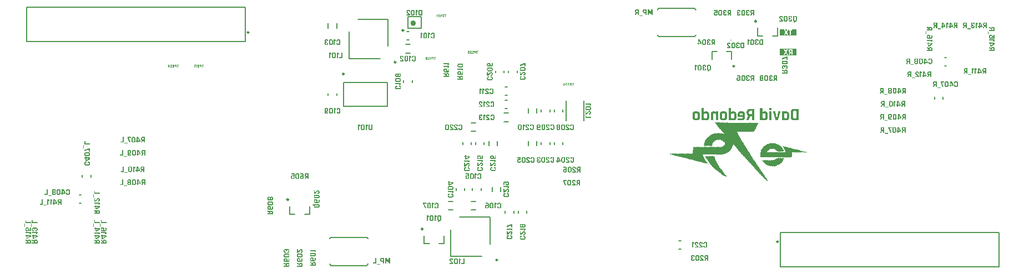
<source format=gbo>
G04*
G04 #@! TF.GenerationSoftware,Altium Limited,Altium Designer,24.2.2 (26)*
G04*
G04 Layer_Color=32896*
%FSLAX44Y44*%
%MOMM*%
G71*
G04*
G04 #@! TF.SameCoordinates,3371D80B-0F78-471C-A55E-DE17B926B390*
G04*
G04*
G04 #@! TF.FilePolarity,Positive*
G04*
G01*
G75*
%ADD10C,0.2500*%
%ADD11C,0.2000*%
%ADD13C,0.1000*%
%ADD112C,0.4000*%
G36*
X1061149Y322279D02*
X1061473D01*
Y321955D01*
X1061798D01*
Y322279D01*
X1062122D01*
Y321955D01*
X1066984D01*
Y321631D01*
X1067309D01*
Y321955D01*
X1068281D01*
Y321631D01*
X1068605D01*
Y321306D01*
X1068929D01*
Y321631D01*
X1068605D01*
Y321955D01*
X1068929D01*
Y321631D01*
X1069253D01*
Y321955D01*
X1069578D01*
Y321631D01*
X1069902D01*
Y321306D01*
X1070226D01*
Y321631D01*
X1069902D01*
Y321955D01*
X1070226D01*
Y321631D01*
X1070550D01*
Y321955D01*
X1070874D01*
Y321631D01*
X1071198D01*
Y321306D01*
X1071523D01*
Y321631D01*
X1071198D01*
Y321955D01*
X1071523D01*
Y321631D01*
X1071847D01*
Y321306D01*
X1072171D01*
Y321631D01*
X1071847D01*
Y321955D01*
X1072171D01*
Y321631D01*
X1072495D01*
Y321306D01*
X1072819D01*
Y321631D01*
X1072495D01*
Y321955D01*
X1072819D01*
Y321631D01*
X1073143D01*
Y321306D01*
X1073468D01*
Y321631D01*
X1073143D01*
Y321955D01*
X1073468D01*
Y321631D01*
X1073792D01*
Y321306D01*
X1074116D01*
Y321631D01*
X1073792D01*
Y321955D01*
X1074116D01*
Y321631D01*
X1074440D01*
Y321306D01*
X1074764D01*
Y321631D01*
X1074440D01*
Y321955D01*
X1074764D01*
Y321631D01*
X1075088D01*
Y321306D01*
X1075413D01*
Y321631D01*
X1075088D01*
Y321955D01*
X1075413D01*
Y321631D01*
X1075737D01*
Y321306D01*
X1076061D01*
Y321631D01*
X1075737D01*
Y321955D01*
X1076061D01*
Y321631D01*
X1076385D01*
Y321306D01*
X1076709D01*
Y321631D01*
X1076385D01*
Y321955D01*
X1076709D01*
Y321631D01*
X1077033D01*
Y321306D01*
X1077358D01*
Y321631D01*
X1077033D01*
Y321955D01*
X1077358D01*
Y321631D01*
X1077682D01*
Y321306D01*
X1078006D01*
Y321631D01*
X1078330D01*
Y321306D01*
X1078654D01*
Y321631D01*
X1078978D01*
Y321306D01*
X1079303D01*
Y321631D01*
X1079627D01*
Y321306D01*
X1079951D01*
Y321631D01*
X1080275D01*
Y321306D01*
X1080599D01*
Y321631D01*
X1080923D01*
Y321306D01*
X1081247D01*
Y321631D01*
X1081572D01*
Y321306D01*
X1081896D01*
Y321631D01*
X1082220D01*
Y321306D01*
X1082544D01*
Y321631D01*
X1082868D01*
Y321306D01*
X1083193D01*
Y321631D01*
X1083517D01*
Y321306D01*
X1083841D01*
Y321631D01*
X1084165D01*
Y321306D01*
X1084489D01*
Y321631D01*
X1084813D01*
Y321306D01*
X1085137D01*
Y321631D01*
X1085462D01*
Y321306D01*
X1085786D01*
Y321631D01*
X1086110D01*
Y321306D01*
X1086434D01*
Y321631D01*
X1086758D01*
Y321306D01*
X1087083D01*
Y321631D01*
X1087407D01*
Y321306D01*
X1087731D01*
Y321631D01*
X1088055D01*
Y321306D01*
X1088379D01*
Y321631D01*
X1088703D01*
Y321306D01*
X1089027D01*
Y321631D01*
X1089352D01*
Y321306D01*
X1089676D01*
Y321631D01*
X1090000D01*
Y321306D01*
X1090324D01*
Y321631D01*
X1090648D01*
Y321306D01*
X1090973D01*
Y321631D01*
X1091297D01*
Y321306D01*
X1091621D01*
Y321631D01*
X1091945D01*
Y321306D01*
X1092269D01*
Y321631D01*
X1092593D01*
Y321306D01*
X1092917D01*
Y321631D01*
X1093242D01*
Y321306D01*
X1093566D01*
Y321631D01*
X1093890D01*
Y321306D01*
X1094214D01*
Y321631D01*
X1094538D01*
Y321306D01*
X1094863D01*
Y321631D01*
X1095187D01*
Y321306D01*
X1095511D01*
Y321631D01*
X1095835D01*
Y321306D01*
X1096159D01*
Y321631D01*
X1096483D01*
Y321306D01*
X1096807D01*
Y321631D01*
X1097132D01*
Y321306D01*
X1097456D01*
Y321631D01*
X1097780D01*
Y321306D01*
X1098104D01*
Y321631D01*
X1098428D01*
Y321306D01*
X1098753D01*
Y321631D01*
X1099077D01*
Y321306D01*
X1099401D01*
Y321631D01*
X1099725D01*
Y321306D01*
X1100049D01*
Y321631D01*
X1100373D01*
Y321306D01*
X1100697D01*
Y321631D01*
X1101022D01*
Y321306D01*
X1101346D01*
Y321631D01*
X1101670D01*
Y321306D01*
X1101994D01*
Y321631D01*
X1102318D01*
Y321306D01*
X1102642D01*
Y321631D01*
X1102967D01*
Y321306D01*
X1103291D01*
Y321631D01*
X1103615D01*
Y321306D01*
X1103939D01*
Y321631D01*
X1104263D01*
Y321306D01*
X1104587D01*
Y321631D01*
X1104912D01*
Y321306D01*
X1105236D01*
Y321631D01*
X1105560D01*
Y321306D01*
X1105884D01*
Y321631D01*
X1106208D01*
Y321306D01*
X1106532D01*
Y321631D01*
X1106857D01*
Y321306D01*
X1107181D01*
Y321631D01*
X1107505D01*
Y321306D01*
X1107829D01*
Y321631D01*
X1108153D01*
Y321306D01*
X1108477D01*
Y321631D01*
X1108802D01*
Y321306D01*
X1109126D01*
Y321631D01*
X1109450D01*
Y321306D01*
X1109774D01*
Y321631D01*
X1110098D01*
Y321306D01*
X1110422D01*
Y321631D01*
X1110747D01*
Y321306D01*
X1111071D01*
Y321631D01*
X1111395D01*
Y321306D01*
X1111719D01*
Y321631D01*
X1112043D01*
Y321306D01*
X1112367D01*
Y321631D01*
X1112043D01*
Y321955D01*
X1112367D01*
Y321631D01*
X1112691D01*
Y321306D01*
X1113016D01*
Y321631D01*
X1113340D01*
Y321306D01*
X1113664D01*
Y321631D01*
X1113988D01*
Y321306D01*
X1114312D01*
Y321631D01*
X1114637D01*
Y321306D01*
X1114961D01*
Y321631D01*
X1114637D01*
Y321955D01*
X1114961D01*
Y321631D01*
X1115285D01*
Y321306D01*
X1115609D01*
Y321631D01*
X1115933D01*
Y321306D01*
X1116257D01*
Y321631D01*
X1116581D01*
Y321306D01*
X1116906D01*
Y321631D01*
X1117230D01*
Y321306D01*
X1117554D01*
Y321631D01*
X1117230D01*
Y321955D01*
X1117554D01*
Y321631D01*
X1117878D01*
Y321306D01*
X1118202D01*
Y321631D01*
X1118527D01*
Y321306D01*
X1118851D01*
Y321631D01*
X1119175D01*
Y321306D01*
X1119499D01*
Y321631D01*
X1119823D01*
Y321306D01*
X1120147D01*
Y321631D01*
X1119823D01*
Y321955D01*
X1120147D01*
Y321631D01*
X1120471D01*
Y321306D01*
X1120796D01*
Y321631D01*
X1121120D01*
Y321306D01*
X1121444D01*
Y321631D01*
X1121768D01*
Y321306D01*
X1122092D01*
Y321631D01*
X1122417D01*
Y321306D01*
X1122741D01*
Y321631D01*
X1123065D01*
Y321306D01*
X1123389D01*
Y321631D01*
X1123713D01*
Y321306D01*
X1124686D01*
Y320982D01*
X1124361D01*
Y320658D01*
X1124037D01*
Y320334D01*
Y320010D01*
Y319686D01*
X1123713D01*
Y319361D01*
Y319037D01*
Y318713D01*
X1123389D01*
Y319037D01*
X1123065D01*
Y318713D01*
X1123389D01*
Y318389D01*
X1123065D01*
Y318065D01*
X1123389D01*
Y317741D01*
X1122741D01*
Y317416D01*
Y317092D01*
X1122417D01*
Y316768D01*
X1122741D01*
Y316444D01*
X1122417D01*
Y316120D01*
X1122092D01*
Y316444D01*
X1121768D01*
Y316120D01*
X1122092D01*
Y315796D01*
X1121768D01*
Y315471D01*
X1122092D01*
Y315147D01*
X1121768D01*
Y314823D01*
X1121444D01*
Y314499D01*
X1121120D01*
Y314175D01*
X1121444D01*
Y313851D01*
X1121120D01*
Y313526D01*
X1120796D01*
Y313202D01*
X1120471D01*
Y312878D01*
X1120796D01*
Y312554D01*
X1120471D01*
Y312230D01*
X1120147D01*
Y311906D01*
X1119823D01*
Y311581D01*
X1120147D01*
Y311257D01*
X1119823D01*
Y310933D01*
X1119499D01*
Y311257D01*
X1119175D01*
Y310933D01*
X1119499D01*
Y310609D01*
X1119175D01*
Y310285D01*
X1119499D01*
Y309961D01*
X1119175D01*
Y309636D01*
X1118851D01*
Y309312D01*
X1118527D01*
Y308988D01*
X1118851D01*
Y308664D01*
X1117878D01*
Y308340D01*
X1117554D01*
Y308016D01*
X1116581D01*
Y307691D01*
X1116257D01*
Y308016D01*
X1115933D01*
Y307691D01*
X1115609D01*
Y308016D01*
X1115285D01*
Y307691D01*
X1114961D01*
Y308016D01*
X1114637D01*
Y307691D01*
X1114312D01*
Y308016D01*
X1113988D01*
Y307691D01*
X1113664D01*
Y308016D01*
X1113340D01*
Y307691D01*
X1113016D01*
Y308016D01*
X1112691D01*
Y307691D01*
X1112367D01*
Y308016D01*
X1112043D01*
Y307691D01*
X1111719D01*
Y308016D01*
X1111395D01*
Y307691D01*
X1111071D01*
Y308016D01*
X1110747D01*
Y307691D01*
X1110422D01*
Y308016D01*
X1110098D01*
Y307691D01*
X1109774D01*
Y308016D01*
X1109450D01*
Y307691D01*
X1109126D01*
Y308016D01*
X1108802D01*
Y307691D01*
X1108477D01*
Y308016D01*
X1108153D01*
Y307691D01*
X1107829D01*
Y308016D01*
X1107505D01*
Y307691D01*
X1107181D01*
Y308016D01*
X1106857D01*
Y307691D01*
X1106532D01*
Y308016D01*
X1106208D01*
Y307691D01*
X1105884D01*
Y308016D01*
X1105560D01*
Y307691D01*
X1105236D01*
Y308016D01*
X1104912D01*
Y307691D01*
X1104587D01*
Y308016D01*
X1104263D01*
Y307691D01*
X1103939D01*
Y308016D01*
X1103615D01*
Y307691D01*
X1103291D01*
Y308016D01*
X1102967D01*
Y307691D01*
X1102642D01*
Y308016D01*
X1102318D01*
Y307691D01*
X1101994D01*
Y308016D01*
X1101670D01*
Y307691D01*
X1101346D01*
Y308016D01*
X1101022D01*
Y307691D01*
X1100697D01*
Y308016D01*
X1100373D01*
Y307691D01*
X1100049D01*
Y308016D01*
X1099725D01*
Y307691D01*
X1099401D01*
Y308016D01*
X1099077D01*
Y307691D01*
X1098753D01*
Y308016D01*
X1098428D01*
Y307691D01*
X1098104D01*
Y308016D01*
X1097780D01*
Y307691D01*
X1097456D01*
Y308016D01*
X1097132D01*
Y307691D01*
X1096807D01*
Y308016D01*
X1096483D01*
Y307691D01*
X1096159D01*
Y308016D01*
X1095835D01*
Y307691D01*
X1095511D01*
Y308016D01*
X1095187D01*
Y307691D01*
X1094863D01*
Y308016D01*
X1094538D01*
Y307691D01*
X1094214D01*
Y308016D01*
X1093890D01*
Y307691D01*
X1093566D01*
Y308016D01*
X1093242D01*
Y307691D01*
X1092917D01*
Y308016D01*
X1092593D01*
Y307691D01*
X1092917D01*
Y307367D01*
X1092593D01*
Y307691D01*
X1092269D01*
Y307367D01*
X1092593D01*
Y307043D01*
X1092917D01*
Y306719D01*
X1092593D01*
Y306395D01*
X1092917D01*
Y306071D01*
Y305747D01*
X1093566D01*
Y305422D01*
X1093242D01*
Y305098D01*
X1093566D01*
Y304774D01*
X1093890D01*
Y304450D01*
X1094214D01*
Y304126D01*
X1093890D01*
Y303801D01*
X1094214D01*
Y303477D01*
Y303153D01*
X1094863D01*
Y302829D01*
X1094538D01*
Y302505D01*
X1094863D01*
Y302181D01*
X1095187D01*
Y301857D01*
X1095511D01*
Y301532D01*
X1095187D01*
Y301208D01*
X1095511D01*
Y300884D01*
X1095835D01*
Y300560D01*
X1096159D01*
Y300236D01*
X1095835D01*
Y299912D01*
X1096159D01*
Y299587D01*
X1096483D01*
Y299263D01*
X1096807D01*
Y298939D01*
X1096483D01*
Y298615D01*
X1096807D01*
Y298291D01*
X1097132D01*
Y297967D01*
X1097456D01*
Y297642D01*
X1097780D01*
Y297318D01*
X1098104D01*
Y296994D01*
X1097780D01*
Y296670D01*
X1098104D01*
Y296346D01*
X1098428D01*
Y296022D01*
X1098753D01*
Y295697D01*
X1098428D01*
Y295373D01*
X1098753D01*
Y295049D01*
X1099077D01*
Y294725D01*
X1099401D01*
Y294401D01*
X1099077D01*
Y294077D01*
X1100049D01*
Y293752D01*
X1099725D01*
Y293428D01*
X1100049D01*
Y293104D01*
X1100373D01*
Y292780D01*
X1100697D01*
Y292456D01*
X1100373D01*
Y292132D01*
X1100697D01*
Y291807D01*
X1101022D01*
Y291483D01*
X1101346D01*
Y291159D01*
Y290835D01*
X1101994D01*
Y290511D01*
X1101670D01*
Y290187D01*
X1101994D01*
Y289862D01*
X1102318D01*
Y289538D01*
X1102642D01*
Y289214D01*
X1102318D01*
Y288890D01*
X1102642D01*
Y288566D01*
X1102967D01*
Y288242D01*
X1103291D01*
Y287917D01*
X1102967D01*
Y287593D01*
X1103939D01*
Y287269D01*
X1103615D01*
Y286945D01*
X1103939D01*
Y286621D01*
X1104263D01*
Y286297D01*
X1104587D01*
Y285972D01*
X1104263D01*
Y285648D01*
X1104587D01*
Y285324D01*
X1104912D01*
Y285000D01*
X1105236D01*
Y284676D01*
X1105560D01*
Y284352D01*
X1105884D01*
Y284028D01*
X1105560D01*
Y283703D01*
X1105884D01*
Y283379D01*
X1106208D01*
Y283055D01*
X1106532D01*
Y282731D01*
X1106857D01*
Y282407D01*
X1107181D01*
Y282083D01*
X1106857D01*
Y281758D01*
X1107181D01*
Y281434D01*
X1107505D01*
Y281110D01*
X1107829D01*
Y280786D01*
X1107505D01*
Y280462D01*
X1107829D01*
Y280138D01*
X1108153D01*
Y279813D01*
X1108477D01*
Y279489D01*
X1108802D01*
Y279165D01*
X1109126D01*
Y278841D01*
X1108802D01*
Y278517D01*
X1109126D01*
Y278193D01*
X1109450D01*
Y277868D01*
X1109774D01*
Y277544D01*
Y277220D01*
X1110422D01*
Y276896D01*
X1110098D01*
Y276572D01*
X1110422D01*
Y276248D01*
X1110747D01*
Y275923D01*
X1111071D01*
Y275599D01*
X1111395D01*
Y275275D01*
X1111719D01*
Y274951D01*
X1111395D01*
Y274627D01*
X1111719D01*
Y274303D01*
X1112043D01*
Y273978D01*
X1112367D01*
Y273654D01*
X1112043D01*
Y273330D01*
X1113016D01*
Y273006D01*
X1112691D01*
Y272682D01*
X1113016D01*
Y272358D01*
X1113340D01*
Y272033D01*
X1113664D01*
Y271709D01*
X1113340D01*
Y271385D01*
X1113664D01*
Y271061D01*
X1113988D01*
Y270737D01*
X1114312D01*
Y270413D01*
Y270088D01*
X1114961D01*
Y269764D01*
X1114637D01*
Y269440D01*
X1114961D01*
Y269116D01*
X1115285D01*
Y268792D01*
X1115609D01*
Y268468D01*
X1115285D01*
Y268143D01*
X1115609D01*
Y267819D01*
X1115933D01*
Y267495D01*
X1116257D01*
Y267171D01*
Y266847D01*
X1116906D01*
Y266523D01*
X1116581D01*
Y266198D01*
X1116906D01*
Y265874D01*
X1117230D01*
Y265550D01*
X1117554D01*
Y265226D01*
X1117878D01*
Y264902D01*
X1118202D01*
Y264578D01*
X1117878D01*
Y264253D01*
X1118202D01*
Y263929D01*
X1118527D01*
Y263605D01*
X1118851D01*
Y263281D01*
X1119175D01*
Y262957D01*
X1119499D01*
Y262633D01*
X1119175D01*
Y262309D01*
X1119499D01*
Y261984D01*
X1119823D01*
Y261660D01*
X1120147D01*
Y261336D01*
X1120471D01*
Y261012D01*
X1120796D01*
Y260688D01*
X1120471D01*
Y260364D01*
X1120796D01*
Y260039D01*
X1121120D01*
Y259715D01*
X1121444D01*
Y259391D01*
Y259067D01*
X1122092D01*
Y258743D01*
X1121768D01*
Y258419D01*
X1122092D01*
Y258094D01*
X1122417D01*
Y257770D01*
X1122741D01*
Y257446D01*
X1123065D01*
Y257122D01*
X1122741D01*
Y257446D01*
X1122417D01*
Y257122D01*
X1122741D01*
Y256798D01*
X1123065D01*
Y256474D01*
X1123389D01*
Y256149D01*
X1123713D01*
Y255825D01*
X1124037D01*
Y255501D01*
Y255177D01*
X1124686D01*
Y254853D01*
X1124361D01*
Y254529D01*
X1124686D01*
Y254204D01*
X1125010D01*
Y253880D01*
X1125334D01*
Y253556D01*
X1125658D01*
Y253232D01*
Y252908D01*
Y252584D01*
X1125982D01*
Y252259D01*
X1126307D01*
Y251935D01*
X1126631D01*
Y251611D01*
X1126307D01*
Y251287D01*
X1127279D01*
Y250963D01*
X1126955D01*
Y250639D01*
X1127279D01*
Y250314D01*
X1127603D01*
Y249990D01*
X1127927D01*
Y249666D01*
X1128251D01*
Y249342D01*
X1128576D01*
Y249018D01*
X1128251D01*
Y248694D01*
X1128576D01*
Y248369D01*
X1128900D01*
Y248045D01*
X1129224D01*
Y247721D01*
X1129548D01*
Y247397D01*
X1129872D01*
Y247073D01*
X1129548D01*
Y246749D01*
X1129872D01*
Y246424D01*
X1130196D01*
Y246100D01*
X1130521D01*
Y245776D01*
X1130845D01*
Y245452D01*
X1131169D01*
Y245128D01*
X1130845D01*
Y244804D01*
X1131169D01*
Y244479D01*
X1131493D01*
Y244155D01*
X1131817D01*
Y243831D01*
X1132141D01*
Y243507D01*
X1132466D01*
Y243183D01*
X1132141D01*
Y242859D01*
X1132466D01*
Y242534D01*
X1132790D01*
Y242210D01*
X1133114D01*
Y241886D01*
X1133438D01*
Y241562D01*
X1133762D01*
Y241238D01*
X1133438D01*
Y240914D01*
X1134411D01*
Y240589D01*
X1134086D01*
Y240265D01*
X1134411D01*
Y239941D01*
X1134735D01*
Y239617D01*
X1135059D01*
Y239293D01*
X1134735D01*
Y238969D01*
X1135707D01*
Y238644D01*
X1135383D01*
Y238320D01*
X1135707D01*
Y237996D01*
X1136031D01*
Y237672D01*
X1136356D01*
Y237348D01*
X1136680D01*
Y237024D01*
X1136356D01*
Y237348D01*
X1136031D01*
Y237024D01*
X1136356D01*
Y236699D01*
X1136680D01*
Y236375D01*
X1137004D01*
Y236051D01*
X1137328D01*
Y235727D01*
X1137652D01*
Y235403D01*
Y235079D01*
X1138301D01*
Y234754D01*
X1137976D01*
Y234430D01*
X1138301D01*
Y234106D01*
X1138625D01*
Y233782D01*
X1138949D01*
Y233458D01*
X1138625D01*
Y233134D01*
X1138949D01*
Y232809D01*
X1138625D01*
Y232485D01*
X1138301D01*
Y232809D01*
X1137976D01*
Y233134D01*
X1137652D01*
Y233458D01*
X1137328D01*
Y233782D01*
X1137004D01*
Y234106D01*
X1136031D01*
Y234430D01*
X1136356D01*
Y234754D01*
X1135383D01*
Y235079D01*
X1135707D01*
Y235403D01*
X1134735D01*
Y235727D01*
X1135059D01*
Y236051D01*
X1134086D01*
Y236375D01*
X1133762D01*
Y236699D01*
X1133438D01*
Y237024D01*
X1133762D01*
Y237348D01*
X1132790D01*
Y237672D01*
X1132466D01*
Y237996D01*
X1132141D01*
Y238320D01*
X1132466D01*
Y238644D01*
X1131493D01*
Y238969D01*
X1131817D01*
Y239293D01*
X1130845D01*
Y239617D01*
X1131169D01*
Y239941D01*
X1130196D01*
Y240265D01*
X1130521D01*
Y240589D01*
X1129548D01*
Y240914D01*
X1129872D01*
Y241238D01*
X1128900D01*
Y241562D01*
X1129224D01*
Y241886D01*
X1128251D01*
Y242210D01*
X1128576D01*
Y242534D01*
X1127603D01*
Y242859D01*
X1127927D01*
Y243183D01*
X1126955D01*
Y243507D01*
X1127279D01*
Y243831D01*
X1126955D01*
Y244155D01*
X1126631D01*
Y244479D01*
X1126307D01*
Y244804D01*
X1125982D01*
Y245128D01*
X1125658D01*
Y245452D01*
X1125334D01*
Y245776D01*
X1125010D01*
Y246100D01*
X1124686D01*
Y246424D01*
X1124361D01*
Y246749D01*
X1124037D01*
Y247073D01*
X1123713D01*
Y247397D01*
X1123389D01*
Y247721D01*
X1123065D01*
Y248045D01*
X1122741D01*
Y248369D01*
X1122417D01*
Y248694D01*
X1122092D01*
Y249018D01*
X1121768D01*
Y249342D01*
X1121444D01*
Y249666D01*
X1121120D01*
Y249990D01*
X1120796D01*
Y250314D01*
X1120471D01*
Y250639D01*
X1120147D01*
Y250963D01*
X1119823D01*
Y251287D01*
X1119499D01*
Y251611D01*
X1119175D01*
Y251935D01*
X1118851D01*
Y252259D01*
X1118527D01*
Y252584D01*
X1118851D01*
Y252908D01*
X1117878D01*
Y253232D01*
X1118202D01*
Y253556D01*
X1117230D01*
Y253880D01*
X1117554D01*
Y254204D01*
X1116906D01*
Y254529D01*
Y254853D01*
X1116581D01*
Y255177D01*
X1116257D01*
Y255501D01*
X1115933D01*
Y255825D01*
X1115609D01*
Y256149D01*
X1115285D01*
Y256474D01*
X1114961D01*
Y256798D01*
X1114637D01*
Y257122D01*
X1114312D01*
Y257446D01*
X1113988D01*
Y257770D01*
X1113664D01*
Y258094D01*
X1113340D01*
Y258419D01*
X1113016D01*
Y258743D01*
X1112691D01*
Y259067D01*
X1112367D01*
Y259391D01*
X1112043D01*
Y259715D01*
X1111719D01*
Y260039D01*
X1111395D01*
Y260364D01*
X1111719D01*
Y260688D01*
X1110747D01*
Y261012D01*
X1111071D01*
Y261336D01*
X1110098D01*
Y261660D01*
X1110422D01*
Y261984D01*
X1110098D01*
Y262309D01*
X1109774D01*
Y262633D01*
X1109450D01*
Y262957D01*
X1109126D01*
Y263281D01*
X1108802D01*
Y263605D01*
X1108477D01*
Y263929D01*
X1108153D01*
Y264253D01*
X1107829D01*
Y264578D01*
X1107505D01*
Y264902D01*
X1107181D01*
Y265226D01*
X1106857D01*
Y265550D01*
X1106532D01*
Y265874D01*
X1106208D01*
Y266198D01*
X1105884D01*
Y266523D01*
X1105560D01*
Y266847D01*
X1105884D01*
Y267171D01*
X1104912D01*
Y267495D01*
X1105236D01*
Y267819D01*
X1104587D01*
Y268143D01*
Y268468D01*
X1104263D01*
Y268792D01*
X1103939D01*
Y269116D01*
X1103615D01*
Y269440D01*
X1103291D01*
Y269764D01*
X1102967D01*
Y270088D01*
X1102642D01*
Y270413D01*
X1102318D01*
Y270737D01*
X1101994D01*
Y271061D01*
X1101670D01*
Y271385D01*
X1101346D01*
Y271709D01*
X1101022D01*
Y272033D01*
X1101346D01*
Y272358D01*
X1100373D01*
Y272682D01*
X1100697D01*
Y273006D01*
X1099725D01*
Y273330D01*
X1100049D01*
Y273654D01*
X1099725D01*
Y273978D01*
X1099401D01*
Y274303D01*
X1099077D01*
Y274627D01*
X1098753D01*
Y274951D01*
X1098428D01*
Y275275D01*
X1098104D01*
Y275599D01*
X1097780D01*
Y275923D01*
X1097456D01*
Y276248D01*
X1097132D01*
Y276572D01*
X1096807D01*
Y276896D01*
X1096483D01*
Y277220D01*
X1096159D01*
Y277544D01*
X1095835D01*
Y277868D01*
X1095511D01*
Y278193D01*
X1095187D01*
Y278517D01*
X1094863D01*
Y278841D01*
X1094538D01*
Y279165D01*
X1094863D01*
Y279489D01*
X1093890D01*
Y279813D01*
X1094214D01*
Y280138D01*
X1093890D01*
Y280462D01*
X1093566D01*
Y280786D01*
X1093242D01*
Y281110D01*
X1092917D01*
Y281434D01*
X1092593D01*
Y281758D01*
X1092269D01*
Y282083D01*
X1091945D01*
Y282407D01*
X1091621D01*
Y282731D01*
X1091297D01*
Y283055D01*
X1090973D01*
Y283379D01*
X1090648D01*
Y283703D01*
X1090973D01*
Y284028D01*
X1090000D01*
Y284352D01*
X1090324D01*
Y284676D01*
X1090000D01*
Y285000D01*
X1089676D01*
Y285324D01*
X1089352D01*
Y285648D01*
X1089027D01*
Y285972D01*
X1088703D01*
Y286297D01*
X1088379D01*
Y286621D01*
X1088055D01*
Y286945D01*
X1087731D01*
Y287269D01*
X1087407D01*
Y287593D01*
X1087083D01*
Y287917D01*
X1086758D01*
Y288242D01*
X1086434D01*
Y288566D01*
X1086110D01*
Y288242D01*
X1086434D01*
Y287917D01*
X1086110D01*
Y287593D01*
X1085786D01*
Y287917D01*
X1085462D01*
Y287593D01*
X1085786D01*
Y287269D01*
X1086110D01*
Y286945D01*
X1085786D01*
Y286621D01*
X1085462D01*
Y286297D01*
X1085786D01*
Y285972D01*
X1085462D01*
Y285648D01*
X1085786D01*
Y285324D01*
X1085462D01*
Y285000D01*
X1085137D01*
Y284676D01*
X1084813D01*
Y284352D01*
X1085137D01*
Y284028D01*
X1084813D01*
Y283703D01*
X1084489D01*
Y283379D01*
Y283055D01*
Y282731D01*
X1084165D01*
Y282407D01*
X1083841D01*
Y282083D01*
X1083517D01*
Y281758D01*
X1083841D01*
Y281434D01*
X1082868D01*
Y281110D01*
X1083193D01*
Y280786D01*
X1082868D01*
Y280462D01*
X1082544D01*
Y280138D01*
X1082220D01*
Y279813D01*
X1081896D01*
Y279489D01*
X1081572D01*
Y279165D01*
X1081247D01*
Y278841D01*
X1080923D01*
Y278517D01*
X1080599D01*
Y278193D01*
X1080275D01*
Y277868D01*
X1079951D01*
Y277544D01*
X1079627D01*
Y277220D01*
X1079303D01*
Y277544D01*
X1078978D01*
Y277220D01*
X1079303D01*
Y276896D01*
X1078978D01*
Y276572D01*
X1078654D01*
Y276896D01*
X1078330D01*
Y276572D01*
X1078654D01*
Y276248D01*
X1078330D01*
Y276572D01*
X1078006D01*
Y276248D01*
X1077682D01*
Y275923D01*
X1077358D01*
Y275599D01*
X1077033D01*
Y275923D01*
X1076709D01*
Y275599D01*
X1076385D01*
Y275275D01*
X1076061D01*
Y274951D01*
X1075088D01*
Y274627D01*
X1074764D01*
Y274951D01*
X1074440D01*
Y274627D01*
X1074764D01*
Y274303D01*
X1074440D01*
Y274627D01*
X1074116D01*
Y274303D01*
X1073792D01*
Y273978D01*
X1073468D01*
Y274303D01*
X1073143D01*
Y273978D01*
X1073468D01*
Y273654D01*
X1073143D01*
Y273978D01*
X1072819D01*
Y273654D01*
X1072495D01*
Y273978D01*
X1072171D01*
Y273654D01*
X1071847D01*
Y273330D01*
X1071523D01*
Y273654D01*
X1071198D01*
Y273330D01*
X1071523D01*
Y273006D01*
X1071198D01*
Y273330D01*
X1070874D01*
Y273654D01*
X1070550D01*
Y273330D01*
X1070226D01*
Y273654D01*
X1069902D01*
Y273330D01*
X1070226D01*
Y273006D01*
X1069902D01*
Y273330D01*
X1069578D01*
Y273006D01*
X1069253D01*
Y273330D01*
X1068929D01*
Y273654D01*
X1068605D01*
Y273330D01*
X1068929D01*
Y273006D01*
X1067309D01*
Y272682D01*
X1066984D01*
Y273006D01*
X1066012D01*
Y272682D01*
X1065688D01*
Y273006D01*
X1065363D01*
Y272682D01*
X1065039D01*
Y273006D01*
X1064715D01*
Y272682D01*
X1064391D01*
Y273006D01*
X1063419D01*
Y272682D01*
X1063094D01*
Y273006D01*
X1062122D01*
Y272682D01*
X1061798D01*
Y273006D01*
X1060825D01*
Y272682D01*
X1060501D01*
Y273006D01*
X1059529D01*
Y272682D01*
X1059204D01*
Y273006D01*
X1058232D01*
Y272682D01*
X1057908D01*
Y273006D01*
X1040727D01*
Y273330D01*
X1040403D01*
Y273654D01*
X1040079D01*
Y273330D01*
X1040403D01*
Y273006D01*
X1040079D01*
Y272682D01*
X1040403D01*
Y272358D01*
X1040079D01*
Y272033D01*
X1040403D01*
Y271709D01*
X1040079D01*
Y271385D01*
X1040403D01*
Y271061D01*
X1040727D01*
Y270737D01*
X1040403D01*
Y271061D01*
X1040079D01*
Y270737D01*
X1040403D01*
Y270413D01*
X1040727D01*
Y270088D01*
X1041051D01*
Y269764D01*
X1040727D01*
Y269440D01*
X1041051D01*
Y269116D01*
X1041375D01*
Y268792D01*
X1041699D01*
Y268468D01*
X1041375D01*
Y268143D01*
X1041699D01*
Y267819D01*
X1042024D01*
Y267495D01*
X1042348D01*
Y267171D01*
Y266847D01*
X1042996D01*
Y266523D01*
X1042672D01*
Y266198D01*
X1042996D01*
Y265874D01*
X1043320D01*
Y265550D01*
X1043644D01*
Y265226D01*
X1043320D01*
Y264902D01*
X1043644D01*
Y264578D01*
X1043969D01*
Y264253D01*
X1044293D01*
Y263929D01*
X1043969D01*
Y263605D01*
X1044293D01*
Y263281D01*
X1044617D01*
Y262957D01*
X1044941D01*
Y262633D01*
X1045265D01*
Y262309D01*
X1045589D01*
Y261984D01*
X1045265D01*
Y261660D01*
X1046238D01*
Y261336D01*
X1045914D01*
Y261012D01*
X1046238D01*
Y260688D01*
X1046562D01*
Y260364D01*
X1046886D01*
Y260039D01*
X1047210D01*
Y259715D01*
X1047534D01*
Y259391D01*
Y259067D01*
X1048183D01*
Y258743D01*
X1047859D01*
Y258419D01*
X1047534D01*
Y258743D01*
X1046562D01*
Y259067D01*
X1046238D01*
Y259391D01*
X1045914D01*
Y259067D01*
X1046238D01*
Y258743D01*
X1045914D01*
Y259067D01*
X1045589D01*
Y259391D01*
X1044617D01*
Y259715D01*
X1044293D01*
Y259391D01*
X1043969D01*
Y259715D01*
X1043644D01*
Y260039D01*
X1043320D01*
Y259715D01*
X1043644D01*
Y259391D01*
X1043320D01*
Y259715D01*
X1042996D01*
Y260039D01*
X1042672D01*
Y259715D01*
X1042348D01*
Y260039D01*
X1042024D01*
Y260364D01*
X1041699D01*
Y260688D01*
X1041375D01*
Y260364D01*
X1041699D01*
Y260039D01*
X1041375D01*
Y260364D01*
X1041051D01*
Y260688D01*
X1040727D01*
Y260364D01*
X1040403D01*
Y260688D01*
X1039430D01*
Y261012D01*
X1039106D01*
Y260688D01*
X1038782D01*
Y261012D01*
X1038458D01*
Y261336D01*
X1038134D01*
Y261012D01*
X1037809D01*
Y261336D01*
X1036837D01*
Y261660D01*
X1036513D01*
Y261984D01*
X1036189D01*
Y261660D01*
X1036513D01*
Y261336D01*
X1036189D01*
Y261660D01*
X1035864D01*
Y261984D01*
X1034892D01*
Y262309D01*
X1034568D01*
Y261984D01*
X1034244D01*
Y262309D01*
X1033920D01*
Y262633D01*
X1033595D01*
Y262309D01*
X1033271D01*
Y262633D01*
X1032299D01*
Y262957D01*
X1031974D01*
Y262633D01*
X1031650D01*
Y262957D01*
X1031326D01*
Y263281D01*
X1031002D01*
Y262957D01*
X1031326D01*
Y262633D01*
X1031002D01*
Y262957D01*
X1030678D01*
Y263281D01*
X1029705D01*
Y263605D01*
X1029381D01*
Y263929D01*
X1029057D01*
Y263605D01*
X1029381D01*
Y263281D01*
X1029057D01*
Y263605D01*
X1028733D01*
Y263929D01*
X1028409D01*
Y263605D01*
X1028084D01*
Y263929D01*
X1027112D01*
Y264253D01*
X1026788D01*
Y263929D01*
X1026464D01*
Y264253D01*
X1026140D01*
Y264578D01*
X1024519D01*
Y264902D01*
X1024194D01*
Y265226D01*
X1023870D01*
Y264902D01*
X1024194D01*
Y264578D01*
X1023870D01*
Y264902D01*
X1023546D01*
Y265226D01*
X1023222D01*
Y264902D01*
X1022898D01*
Y265226D01*
X1021925D01*
Y265550D01*
X1021601D01*
Y265874D01*
X1021277D01*
Y265550D01*
X1021601D01*
Y265226D01*
X1021277D01*
Y265550D01*
X1020953D01*
Y265874D01*
X1019332D01*
Y266198D01*
X1019008D01*
Y266523D01*
X1018684D01*
Y266198D01*
X1019008D01*
Y265874D01*
X1018684D01*
Y266198D01*
X1018360D01*
Y266523D01*
X1018035D01*
Y266198D01*
X1017711D01*
Y266523D01*
X1016739D01*
Y266847D01*
X1016415D01*
Y267171D01*
X1016090D01*
Y266847D01*
X1016415D01*
Y266523D01*
X1016090D01*
Y266847D01*
X1015766D01*
Y267171D01*
X1014145D01*
Y267495D01*
X1013821D01*
Y267819D01*
X1013497D01*
Y267495D01*
X1013821D01*
Y267171D01*
X1013497D01*
Y267495D01*
X1013173D01*
Y267819D01*
X1012849D01*
Y267495D01*
X1012525D01*
Y267819D01*
X1011552D01*
Y268143D01*
X1011228D01*
Y268468D01*
X1010904D01*
Y268143D01*
X1011228D01*
Y267819D01*
X1010904D01*
Y268143D01*
X1010580D01*
Y268468D01*
X1008959D01*
Y268792D01*
X1008635D01*
Y269116D01*
X1008310D01*
Y268792D01*
X1008635D01*
Y268468D01*
X1008310D01*
Y268792D01*
X1007986D01*
Y269116D01*
X1007662D01*
Y268792D01*
X1007338D01*
Y269116D01*
X1006365D01*
Y269440D01*
X1006041D01*
Y269764D01*
X1005717D01*
Y269440D01*
X1006041D01*
Y269116D01*
X1005717D01*
Y269440D01*
X1005393D01*
Y269764D01*
X1004420D01*
Y270088D01*
X1004096D01*
Y269764D01*
X1003772D01*
Y270088D01*
X1003448D01*
Y270413D01*
X1003124D01*
Y270088D01*
X1003448D01*
Y269764D01*
X1003124D01*
Y270088D01*
X1002800D01*
Y270413D01*
X1001827D01*
Y270737D01*
X1001503D01*
Y271061D01*
X1001179D01*
Y270737D01*
X1001503D01*
Y270413D01*
X1001179D01*
Y270737D01*
X1000855D01*
Y271061D01*
X1000530D01*
Y270737D01*
X1000206D01*
Y271061D01*
X999234D01*
Y271385D01*
X998910D01*
Y271061D01*
X998586D01*
Y271385D01*
X998261D01*
Y271709D01*
X997937D01*
Y271385D01*
X998261D01*
Y271061D01*
X997937D01*
Y271385D01*
X997613D01*
Y271709D01*
X996640D01*
Y272033D01*
X996316D01*
Y272358D01*
X995992D01*
Y272033D01*
X996316D01*
Y271709D01*
X995992D01*
Y272033D01*
X995668D01*
Y272358D01*
X995344D01*
Y272033D01*
X995020D01*
Y272358D01*
X994696D01*
Y272682D01*
X994371D01*
Y272358D01*
X994047D01*
Y272682D01*
X993723D01*
Y272358D01*
X993399D01*
Y272682D01*
X993075D01*
Y273006D01*
X991454D01*
Y273330D01*
X991130D01*
Y273654D01*
X990806D01*
Y273330D01*
X991130D01*
Y273006D01*
X990806D01*
Y273330D01*
X990481D01*
Y273654D01*
X989509D01*
Y273978D01*
X989185D01*
Y274303D01*
X989509D01*
Y274627D01*
X989833D01*
Y274303D01*
X990157D01*
Y273978D01*
X990481D01*
Y274303D01*
X990157D01*
Y274627D01*
X990481D01*
Y274303D01*
X990806D01*
Y274627D01*
X991130D01*
Y274303D01*
X991454D01*
Y273978D01*
X991778D01*
Y274303D01*
X991454D01*
Y274627D01*
X991778D01*
Y274303D01*
X992102D01*
Y274627D01*
X992426D01*
Y274303D01*
X992751D01*
Y273978D01*
X993075D01*
Y274303D01*
X992751D01*
Y274627D01*
X993075D01*
Y274303D01*
X993399D01*
Y274627D01*
X993723D01*
Y274303D01*
X994047D01*
Y273978D01*
X994371D01*
Y274303D01*
X994047D01*
Y274627D01*
X994371D01*
Y274303D01*
X994696D01*
Y274627D01*
X995020D01*
Y274303D01*
X995344D01*
Y273978D01*
X995668D01*
Y274303D01*
X995344D01*
Y274627D01*
X995668D01*
Y274303D01*
X995992D01*
Y274627D01*
X996316D01*
Y274303D01*
X996640D01*
Y273978D01*
X996965D01*
Y274303D01*
X996640D01*
Y274627D01*
X996965D01*
Y274303D01*
X997289D01*
Y274627D01*
X997613D01*
Y274303D01*
X997937D01*
Y273978D01*
X998261D01*
Y274303D01*
X997937D01*
Y274627D01*
X998261D01*
Y274303D01*
X998586D01*
Y274627D01*
X998910D01*
Y274303D01*
X999234D01*
Y273978D01*
X999558D01*
Y274303D01*
X999234D01*
Y274627D01*
X999558D01*
Y274303D01*
X999882D01*
Y274627D01*
X1000206D01*
Y274303D01*
X1000530D01*
Y273978D01*
X1000855D01*
Y274303D01*
X1000530D01*
Y274627D01*
X1000855D01*
Y274303D01*
X1001179D01*
Y274627D01*
X1001503D01*
Y274303D01*
X1001827D01*
Y273978D01*
X1002151D01*
Y274303D01*
X1001827D01*
Y274627D01*
X1002151D01*
Y274303D01*
X1002476D01*
Y274627D01*
X1002800D01*
Y274303D01*
X1003124D01*
Y273978D01*
X1003448D01*
Y274303D01*
X1003124D01*
Y274627D01*
X1003448D01*
Y274303D01*
X1003772D01*
Y274627D01*
X1004096D01*
Y274303D01*
X1004420D01*
Y273978D01*
X1004745D01*
Y274303D01*
X1004420D01*
Y274627D01*
X1004745D01*
Y274303D01*
X1005069D01*
Y274627D01*
X1005393D01*
Y274303D01*
X1005717D01*
Y273978D01*
X1006041D01*
Y274303D01*
X1005717D01*
Y274627D01*
X1006041D01*
Y274303D01*
X1006365D01*
Y274627D01*
X1006690D01*
Y274303D01*
X1007014D01*
Y273978D01*
X1007338D01*
Y274303D01*
X1007014D01*
Y274627D01*
X1007338D01*
Y274303D01*
X1007662D01*
Y274627D01*
X1007986D01*
Y274303D01*
X1008310D01*
Y273978D01*
X1008635D01*
Y274303D01*
X1008310D01*
Y274627D01*
X1008635D01*
Y274303D01*
X1008959D01*
Y274627D01*
X1009283D01*
Y274303D01*
X1009607D01*
Y273978D01*
X1009931D01*
Y274303D01*
X1009607D01*
Y274627D01*
X1009931D01*
Y274303D01*
X1010256D01*
Y274627D01*
X1010580D01*
Y274303D01*
X1010904D01*
Y273978D01*
X1011228D01*
Y274303D01*
X1010904D01*
Y274627D01*
X1011228D01*
Y274303D01*
X1011552D01*
Y273978D01*
X1011876D01*
Y274303D01*
X1011552D01*
Y274627D01*
X1011876D01*
Y274303D01*
X1012200D01*
Y273978D01*
X1012525D01*
Y274303D01*
X1012200D01*
Y274627D01*
X1012525D01*
Y274303D01*
X1012849D01*
Y274627D01*
X1013173D01*
Y274303D01*
X1013497D01*
Y273978D01*
X1013821D01*
Y274303D01*
X1013497D01*
Y274627D01*
X1013821D01*
Y274303D01*
X1014145D01*
Y273978D01*
X1014470D01*
Y274303D01*
X1014145D01*
Y274627D01*
X1014470D01*
Y274303D01*
X1014794D01*
Y273978D01*
X1015118D01*
Y274303D01*
X1014794D01*
Y274627D01*
X1015118D01*
Y274303D01*
X1015442D01*
Y273978D01*
X1015766D01*
Y274303D01*
X1015442D01*
Y274627D01*
X1015766D01*
Y274303D01*
X1016090D01*
Y273978D01*
X1016415D01*
Y274303D01*
X1016090D01*
Y274627D01*
X1016415D01*
Y274303D01*
X1016739D01*
Y273978D01*
X1017063D01*
Y274303D01*
X1016739D01*
Y274627D01*
X1017063D01*
Y274303D01*
X1017387D01*
Y273978D01*
X1017711D01*
Y274303D01*
X1017387D01*
Y274627D01*
X1017711D01*
Y274303D01*
X1018035D01*
Y274627D01*
X1018360D01*
Y274303D01*
X1018684D01*
Y273978D01*
X1019008D01*
Y274303D01*
X1018684D01*
Y274627D01*
X1019008D01*
Y274303D01*
X1019332D01*
Y273978D01*
X1019656D01*
Y274303D01*
X1019332D01*
Y274627D01*
X1019656D01*
Y274303D01*
X1019980D01*
Y273978D01*
X1020304D01*
Y274303D01*
X1019980D01*
Y274627D01*
X1020304D01*
Y274303D01*
X1020629D01*
Y273978D01*
X1020953D01*
Y274303D01*
X1020629D01*
Y274627D01*
X1020953D01*
Y274303D01*
X1021277D01*
Y273978D01*
X1021601D01*
Y274303D01*
X1021277D01*
Y274627D01*
X1021601D01*
Y274303D01*
X1021925D01*
Y273978D01*
X1022250D01*
Y274303D01*
X1021925D01*
Y274627D01*
X1022250D01*
Y274303D01*
X1022574D01*
Y273978D01*
X1022898D01*
Y274303D01*
X1022574D01*
Y274627D01*
X1022898D01*
Y274303D01*
X1023222D01*
Y274627D01*
X1023546D01*
Y274303D01*
X1023870D01*
Y273978D01*
X1024194D01*
Y274303D01*
X1023870D01*
Y274627D01*
X1024194D01*
Y274303D01*
X1024519D01*
Y274627D01*
X1024843D01*
Y274951D01*
X1025167D01*
Y275275D01*
X1024843D01*
Y275599D01*
X1024519D01*
Y275923D01*
X1024843D01*
Y275599D01*
X1025167D01*
Y275923D01*
X1024843D01*
Y276248D01*
X1025167D01*
Y276572D01*
X1024843D01*
Y276896D01*
X1024519D01*
Y277220D01*
X1024843D01*
Y276896D01*
X1025167D01*
Y277220D01*
X1024843D01*
Y277544D01*
X1025167D01*
Y277868D01*
X1024843D01*
Y278193D01*
X1024519D01*
Y278517D01*
X1024843D01*
Y278193D01*
X1025167D01*
Y278517D01*
X1024843D01*
Y278841D01*
X1025167D01*
Y279165D01*
Y279489D01*
Y279813D01*
Y280138D01*
Y280462D01*
Y280786D01*
Y281110D01*
Y281434D01*
Y281758D01*
Y282083D01*
Y282407D01*
Y282731D01*
Y283055D01*
X1025491D01*
Y283379D01*
X1025167D01*
Y283703D01*
X1025491D01*
Y284028D01*
X1025167D01*
Y284352D01*
X1025491D01*
Y284676D01*
X1025815D01*
Y284352D01*
X1026140D01*
Y284676D01*
X1025815D01*
Y285000D01*
X1026140D01*
Y284676D01*
X1026464D01*
Y284352D01*
X1026788D01*
Y284676D01*
X1027112D01*
Y284352D01*
X1027436D01*
Y284676D01*
X1027112D01*
Y285000D01*
X1027436D01*
Y284676D01*
X1027760D01*
Y284352D01*
X1028084D01*
Y284676D01*
X1028409D01*
Y284352D01*
X1028733D01*
Y284676D01*
X1028409D01*
Y285000D01*
X1028733D01*
Y284676D01*
X1029057D01*
Y284352D01*
X1029381D01*
Y284676D01*
X1029705D01*
Y284352D01*
X1030030D01*
Y284676D01*
X1029705D01*
Y285000D01*
X1030030D01*
Y284676D01*
X1030354D01*
Y284352D01*
X1030678D01*
Y284676D01*
X1031002D01*
Y284352D01*
X1031326D01*
Y284676D01*
X1031002D01*
Y285000D01*
X1031326D01*
Y284676D01*
X1031650D01*
Y284352D01*
X1031974D01*
Y284676D01*
X1032299D01*
Y284352D01*
X1032623D01*
Y284676D01*
X1032299D01*
Y285000D01*
X1032623D01*
Y284676D01*
X1032947D01*
Y284352D01*
X1033271D01*
Y284676D01*
X1033595D01*
Y284352D01*
X1033920D01*
Y284676D01*
X1033595D01*
Y285000D01*
X1033920D01*
Y284676D01*
X1034244D01*
Y284352D01*
X1034568D01*
Y284676D01*
X1034892D01*
Y284352D01*
X1035216D01*
Y284676D01*
X1034892D01*
Y285000D01*
X1035216D01*
Y284676D01*
X1035540D01*
Y284352D01*
X1035864D01*
Y284676D01*
X1036189D01*
Y284352D01*
X1036513D01*
Y284676D01*
X1036189D01*
Y285000D01*
X1036513D01*
Y284676D01*
X1036837D01*
Y284352D01*
X1037161D01*
Y284676D01*
X1037485D01*
Y284352D01*
X1037809D01*
Y284676D01*
X1037485D01*
Y285000D01*
X1037809D01*
Y284676D01*
X1038134D01*
Y284352D01*
X1038458D01*
Y284676D01*
X1038782D01*
Y284352D01*
X1039106D01*
Y284676D01*
X1038782D01*
Y285000D01*
X1039106D01*
Y284676D01*
X1039430D01*
Y284352D01*
X1039754D01*
Y284676D01*
X1040079D01*
Y284352D01*
X1040403D01*
Y284676D01*
X1040079D01*
Y285000D01*
X1040403D01*
Y284676D01*
X1040727D01*
Y284352D01*
X1041051D01*
Y284676D01*
X1041375D01*
Y284352D01*
X1041699D01*
Y284676D01*
X1041375D01*
Y285000D01*
X1041699D01*
Y284676D01*
X1042024D01*
Y284352D01*
X1042348D01*
Y284676D01*
X1042672D01*
Y284352D01*
X1042996D01*
Y284676D01*
X1042672D01*
Y285000D01*
X1042996D01*
Y284676D01*
X1043320D01*
Y284352D01*
X1043644D01*
Y284676D01*
X1043969D01*
Y284352D01*
X1044293D01*
Y284676D01*
X1043969D01*
Y285000D01*
X1044293D01*
Y284676D01*
X1044617D01*
Y284352D01*
X1044941D01*
Y284676D01*
X1045265D01*
Y284352D01*
X1045589D01*
Y284676D01*
X1045265D01*
Y285000D01*
X1045589D01*
Y284676D01*
X1045914D01*
Y284352D01*
X1046238D01*
Y284676D01*
X1046562D01*
Y284352D01*
X1046886D01*
Y284676D01*
X1046562D01*
Y285000D01*
X1046886D01*
Y284676D01*
X1047210D01*
Y284352D01*
X1047534D01*
Y284676D01*
X1047859D01*
Y284352D01*
X1048183D01*
Y284676D01*
X1047859D01*
Y285000D01*
X1048183D01*
Y284676D01*
X1048507D01*
Y284352D01*
X1048831D01*
Y284676D01*
X1049155D01*
Y284352D01*
X1049479D01*
Y284676D01*
X1049155D01*
Y285000D01*
X1049479D01*
Y284676D01*
X1049803D01*
Y284352D01*
X1050128D01*
Y284676D01*
X1050452D01*
Y284352D01*
X1050776D01*
Y284676D01*
X1050452D01*
Y285000D01*
X1050776D01*
Y284676D01*
X1051100D01*
Y284352D01*
X1051424D01*
Y284676D01*
X1051749D01*
Y284352D01*
X1052073D01*
Y284676D01*
X1051749D01*
Y285000D01*
X1052073D01*
Y284676D01*
X1052397D01*
Y284352D01*
X1052721D01*
Y284676D01*
X1053045D01*
Y284352D01*
X1053369D01*
Y284676D01*
X1053045D01*
Y285000D01*
X1053369D01*
Y284676D01*
X1053693D01*
Y284352D01*
X1054018D01*
Y284676D01*
X1054342D01*
Y284352D01*
X1054666D01*
Y284676D01*
X1054342D01*
Y285000D01*
X1054666D01*
Y284676D01*
X1054990D01*
Y284352D01*
X1055314D01*
Y284676D01*
X1055639D01*
Y284352D01*
X1055963D01*
Y284676D01*
X1055639D01*
Y285000D01*
X1055963D01*
Y284676D01*
X1056287D01*
Y284352D01*
X1056611D01*
Y284676D01*
X1056935D01*
Y284352D01*
X1057259D01*
Y284676D01*
X1056935D01*
Y285000D01*
X1057259D01*
Y284676D01*
X1057583D01*
Y284352D01*
X1057908D01*
Y284676D01*
X1058232D01*
Y284352D01*
X1058556D01*
Y284676D01*
X1058232D01*
Y285000D01*
X1058556D01*
Y284676D01*
X1058880D01*
Y284352D01*
X1059204D01*
Y284676D01*
X1059529D01*
Y284352D01*
X1059853D01*
Y284676D01*
X1059529D01*
Y285000D01*
X1059853D01*
Y284676D01*
X1060177D01*
Y284352D01*
X1060501D01*
Y284676D01*
X1060825D01*
Y284352D01*
X1061149D01*
Y284676D01*
X1060825D01*
Y285000D01*
X1061149D01*
Y284676D01*
X1061473D01*
Y284352D01*
X1061798D01*
Y284676D01*
X1062122D01*
Y284352D01*
X1062446D01*
Y284676D01*
X1062122D01*
Y285000D01*
X1062446D01*
Y284676D01*
X1062770D01*
Y284352D01*
X1063094D01*
Y284676D01*
X1063419D01*
Y284352D01*
X1063743D01*
Y284676D01*
X1063419D01*
Y285000D01*
X1063743D01*
Y284676D01*
X1064067D01*
Y284352D01*
X1064391D01*
Y284676D01*
X1064715D01*
Y284352D01*
X1065039D01*
Y284676D01*
X1064715D01*
Y285000D01*
X1065039D01*
Y284676D01*
X1065363D01*
Y284352D01*
X1065688D01*
Y284676D01*
X1066012D01*
Y284352D01*
X1066336D01*
Y284676D01*
X1066012D01*
Y285000D01*
X1066336D01*
Y284676D01*
X1066660D01*
Y284352D01*
X1066984D01*
Y284676D01*
X1067309D01*
Y284352D01*
X1067633D01*
Y284676D01*
X1067309D01*
Y285000D01*
X1067633D01*
Y284676D01*
X1067957D01*
Y284352D01*
X1068281D01*
Y284676D01*
X1067957D01*
Y285000D01*
X1068281D01*
Y284676D01*
X1068605D01*
Y285000D01*
X1069578D01*
Y285324D01*
X1069902D01*
Y285000D01*
X1070226D01*
Y285324D01*
X1069902D01*
Y285648D01*
X1070874D01*
Y285972D01*
X1071198D01*
Y286297D01*
X1071523D01*
Y286621D01*
X1071847D01*
Y286945D01*
X1072171D01*
Y287269D01*
X1072495D01*
Y287593D01*
X1072819D01*
Y287917D01*
X1073143D01*
Y288242D01*
X1073468D01*
Y288566D01*
X1073143D01*
Y288890D01*
X1073468D01*
Y289214D01*
X1073143D01*
Y289538D01*
X1073468D01*
Y289862D01*
X1073143D01*
Y290187D01*
X1073468D01*
Y290511D01*
X1073143D01*
Y290835D01*
X1073468D01*
Y291159D01*
X1073143D01*
Y291483D01*
X1072819D01*
Y291807D01*
X1072495D01*
Y292132D01*
X1072171D01*
Y292456D01*
X1071847D01*
Y292780D01*
X1071523D01*
Y293104D01*
X1071198D01*
Y293428D01*
X1070874D01*
Y293752D01*
X1070550D01*
Y294077D01*
X1070226D01*
Y294401D01*
X1069902D01*
Y294077D01*
X1070226D01*
Y293752D01*
X1069902D01*
Y294077D01*
X1069578D01*
Y294401D01*
X1068605D01*
Y294725D01*
X1068281D01*
Y295049D01*
X1067957D01*
Y294725D01*
X1068281D01*
Y294401D01*
X1067957D01*
Y294725D01*
X1067633D01*
Y295049D01*
X1066660D01*
Y295373D01*
X1066336D01*
Y295697D01*
X1066012D01*
Y295373D01*
X1066336D01*
Y295049D01*
X1066012D01*
Y295373D01*
X1065688D01*
Y295697D01*
X1065363D01*
Y295373D01*
X1065688D01*
Y295049D01*
X1065363D01*
Y295373D01*
X1065039D01*
Y295697D01*
X1064715D01*
Y295373D01*
X1065039D01*
Y295049D01*
X1064715D01*
Y295373D01*
X1064391D01*
Y295697D01*
X1064067D01*
Y295373D01*
X1063743D01*
Y295697D01*
X1063419D01*
Y295373D01*
X1063743D01*
Y295049D01*
X1063419D01*
Y295373D01*
X1063094D01*
Y295697D01*
X1062770D01*
Y295373D01*
X1062446D01*
Y295697D01*
X1062122D01*
Y295373D01*
X1062446D01*
Y295049D01*
X1062122D01*
Y295373D01*
X1061798D01*
Y295049D01*
X1061473D01*
Y295373D01*
X1061149D01*
Y295049D01*
X1060177D01*
Y294725D01*
X1059853D01*
Y294401D01*
X1059529D01*
Y294725D01*
X1059204D01*
Y294401D01*
X1058880D01*
Y294077D01*
X1058556D01*
Y294401D01*
X1058232D01*
Y294077D01*
X1058556D01*
Y293752D01*
X1057583D01*
Y293428D01*
X1057259D01*
Y293104D01*
X1056935D01*
Y292780D01*
X1056611D01*
Y292456D01*
X1056287D01*
Y292132D01*
X1056611D01*
Y291807D01*
X1056287D01*
Y291483D01*
X1055963D01*
Y291807D01*
X1055639D01*
Y291483D01*
X1055963D01*
Y291159D01*
X1055639D01*
Y290835D01*
X1055314D01*
Y290511D01*
X1054990D01*
Y290187D01*
X1055314D01*
Y289862D01*
X1054990D01*
Y289538D01*
X1054666D01*
Y289214D01*
X1054342D01*
Y288890D01*
X1054666D01*
Y288566D01*
X1054342D01*
Y288242D01*
X1054666D01*
Y287917D01*
X1054342D01*
Y287593D01*
X1054666D01*
Y287269D01*
X1054342D01*
Y286945D01*
X1054666D01*
Y286621D01*
X1053693D01*
Y286297D01*
X1053369D01*
Y286621D01*
X1053045D01*
Y286297D01*
X1053369D01*
Y285972D01*
X1053045D01*
Y286297D01*
X1052721D01*
Y286621D01*
X1052397D01*
Y286297D01*
X1052073D01*
Y286621D01*
X1051749D01*
Y286297D01*
X1052073D01*
Y285972D01*
X1051749D01*
Y286297D01*
X1051424D01*
Y286621D01*
X1051100D01*
Y286297D01*
X1050776D01*
Y286621D01*
X1050452D01*
Y286297D01*
X1050776D01*
Y285972D01*
X1050452D01*
Y286297D01*
X1050128D01*
Y286621D01*
X1049803D01*
Y286297D01*
X1049479D01*
Y286621D01*
X1049155D01*
Y286297D01*
X1049479D01*
Y285972D01*
X1049155D01*
Y286297D01*
X1048831D01*
Y286621D01*
X1048507D01*
Y286297D01*
X1048183D01*
Y286621D01*
X1047859D01*
Y286297D01*
X1048183D01*
Y285972D01*
X1047859D01*
Y286297D01*
X1047534D01*
Y286621D01*
X1047210D01*
Y286297D01*
X1046886D01*
Y286621D01*
X1046562D01*
Y286297D01*
X1046886D01*
Y285972D01*
X1046562D01*
Y286297D01*
X1046238D01*
Y286621D01*
X1045914D01*
Y286297D01*
X1045589D01*
Y286621D01*
X1045265D01*
Y286297D01*
X1045589D01*
Y285972D01*
X1045265D01*
Y286297D01*
X1044941D01*
Y286621D01*
X1044617D01*
Y286297D01*
X1044293D01*
Y286621D01*
X1043969D01*
Y286297D01*
X1044293D01*
Y285972D01*
X1043969D01*
Y286297D01*
X1043644D01*
Y286621D01*
X1043320D01*
Y286297D01*
X1042996D01*
Y286621D01*
X1042672D01*
Y286297D01*
X1042996D01*
Y285972D01*
X1042672D01*
Y286297D01*
X1042348D01*
Y286621D01*
X1042024D01*
Y286945D01*
X1041699D01*
Y287269D01*
X1041375D01*
Y287593D01*
X1041699D01*
Y287269D01*
X1042024D01*
Y287593D01*
X1041699D01*
Y287917D01*
X1042024D01*
Y288242D01*
X1041699D01*
Y288566D01*
X1042024D01*
Y288890D01*
X1041699D01*
Y289214D01*
X1042024D01*
Y289538D01*
X1042348D01*
Y289862D01*
X1042024D01*
Y290187D01*
X1042348D01*
Y290511D01*
X1042024D01*
Y290835D01*
X1042348D01*
Y291159D01*
Y291483D01*
X1042996D01*
Y291807D01*
X1042672D01*
Y292132D01*
X1042996D01*
Y292456D01*
X1042672D01*
Y292780D01*
X1042996D01*
Y293104D01*
X1043320D01*
Y293428D01*
X1043644D01*
Y293752D01*
X1043320D01*
Y294077D01*
X1043644D01*
Y294401D01*
X1043969D01*
Y294725D01*
X1044293D01*
Y295049D01*
X1043969D01*
Y295373D01*
X1044293D01*
Y295697D01*
X1044617D01*
Y296022D01*
X1044941D01*
Y296346D01*
X1044617D01*
Y296670D01*
X1045589D01*
Y296994D01*
X1045265D01*
Y297318D01*
X1045589D01*
Y297642D01*
X1045914D01*
Y297967D01*
X1046238D01*
Y298291D01*
X1046562D01*
Y298615D01*
X1046886D01*
Y298939D01*
X1047210D01*
Y299263D01*
X1047534D01*
Y299587D01*
X1047859D01*
Y299912D01*
X1048183D01*
Y300236D01*
X1048507D01*
Y300560D01*
X1048831D01*
Y300884D01*
X1049155D01*
Y300560D01*
X1049479D01*
Y300884D01*
X1049155D01*
Y301208D01*
X1049479D01*
Y301532D01*
X1049803D01*
Y301208D01*
X1050128D01*
Y301532D01*
X1049803D01*
Y301857D01*
X1050776D01*
Y302181D01*
X1051100D01*
Y302505D01*
X1051424D01*
Y302829D01*
X1051749D01*
Y302505D01*
X1052073D01*
Y302829D01*
X1051749D01*
Y303153D01*
X1052073D01*
Y302829D01*
X1052397D01*
Y303153D01*
X1052721D01*
Y303477D01*
X1053045D01*
Y303153D01*
X1053369D01*
Y303477D01*
X1053045D01*
Y303801D01*
X1053369D01*
Y303477D01*
X1053693D01*
Y303801D01*
X1054018D01*
Y304126D01*
X1054342D01*
Y303801D01*
X1054666D01*
Y304126D01*
X1054342D01*
Y304450D01*
X1054666D01*
Y304126D01*
X1054990D01*
Y304450D01*
X1055963D01*
Y304774D01*
X1056287D01*
Y304450D01*
X1056611D01*
Y304774D01*
X1056287D01*
Y305098D01*
X1056611D01*
Y304774D01*
X1056935D01*
Y304450D01*
X1057259D01*
Y304774D01*
X1056935D01*
Y305098D01*
X1057908D01*
Y305422D01*
X1058232D01*
Y305098D01*
X1058556D01*
Y305422D01*
X1058880D01*
Y305098D01*
X1059204D01*
Y305422D01*
X1058880D01*
Y305747D01*
X1059204D01*
Y305422D01*
X1059529D01*
Y305747D01*
X1059853D01*
Y305422D01*
X1060177D01*
Y305747D01*
X1062446D01*
Y306071D01*
X1062770D01*
Y305747D01*
X1063094D01*
Y306071D01*
X1063419D01*
Y305747D01*
X1063743D01*
Y306071D01*
X1064067D01*
Y305747D01*
X1064391D01*
Y306071D01*
X1064715D01*
Y305747D01*
X1065039D01*
Y306071D01*
X1065363D01*
Y305747D01*
X1065688D01*
Y306071D01*
X1066012D01*
Y305747D01*
X1066336D01*
Y306071D01*
X1066660D01*
Y305747D01*
X1067633D01*
Y305422D01*
X1067957D01*
Y305747D01*
X1068281D01*
Y305422D01*
X1068605D01*
Y305747D01*
X1068929D01*
Y305422D01*
X1069253D01*
Y305098D01*
X1069578D01*
Y305422D01*
X1069253D01*
Y305747D01*
X1069578D01*
Y305422D01*
X1069902D01*
Y305098D01*
X1070874D01*
Y304774D01*
X1071198D01*
Y304450D01*
X1071523D01*
Y304774D01*
X1071847D01*
Y304450D01*
X1072819D01*
Y304774D01*
X1072495D01*
Y305098D01*
X1072171D01*
Y305422D01*
X1071847D01*
Y305747D01*
X1071523D01*
Y306071D01*
X1071198D01*
Y306395D01*
X1070874D01*
Y306719D01*
X1070550D01*
Y307043D01*
X1070874D01*
Y307367D01*
X1070226D01*
Y307691D01*
Y308016D01*
X1069578D01*
Y308340D01*
Y308664D01*
X1069253D01*
Y308988D01*
X1068929D01*
Y309312D01*
X1068605D01*
Y309636D01*
X1068281D01*
Y309961D01*
X1067957D01*
Y310285D01*
X1067633D01*
Y310609D01*
X1067309D01*
Y310933D01*
X1067633D01*
Y311257D01*
X1066660D01*
Y311581D01*
X1066984D01*
Y311906D01*
X1066012D01*
Y312230D01*
X1066336D01*
Y312554D01*
X1066012D01*
Y312878D01*
X1065688D01*
Y313202D01*
X1065363D01*
Y313526D01*
X1065039D01*
Y313851D01*
X1064715D01*
Y314175D01*
X1064391D01*
Y314499D01*
X1064067D01*
Y314823D01*
X1063743D01*
Y315147D01*
X1063419D01*
Y315471D01*
X1063094D01*
Y315796D01*
X1062770D01*
Y316120D01*
X1063094D01*
Y316444D01*
X1062446D01*
Y316768D01*
Y317092D01*
X1062122D01*
Y317416D01*
X1061798D01*
Y317741D01*
X1061473D01*
Y318065D01*
X1061149D01*
Y318389D01*
X1060825D01*
Y318713D01*
X1060501D01*
Y319037D01*
X1060177D01*
Y319361D01*
X1060501D01*
Y319686D01*
X1059529D01*
Y320010D01*
X1059853D01*
Y320334D01*
X1059529D01*
Y320658D01*
X1059204D01*
Y320982D01*
X1058880D01*
Y321306D01*
X1058556D01*
Y321631D01*
X1058232D01*
Y321955D01*
X1058556D01*
Y322279D01*
X1058880D01*
Y321955D01*
X1059204D01*
Y322279D01*
X1059529D01*
Y321955D01*
X1059853D01*
Y322279D01*
X1059529D01*
Y322603D01*
X1059853D01*
Y322279D01*
X1060177D01*
Y321955D01*
X1060501D01*
Y322279D01*
X1060825D01*
Y321955D01*
X1061149D01*
Y322279D01*
X1060825D01*
Y322603D01*
X1061149D01*
Y322279D01*
D02*
G37*
G36*
X1058556Y320982D02*
X1058232D01*
Y321306D01*
X1058556D01*
Y320982D01*
D02*
G37*
G36*
X1059204Y320334D02*
X1058880D01*
Y320658D01*
X1059204D01*
Y320334D01*
D02*
G37*
G36*
X1065039Y313202D02*
X1064715D01*
Y313526D01*
X1065039D01*
Y313202D01*
D02*
G37*
G36*
X1065688Y312554D02*
X1065363D01*
Y312878D01*
X1065688D01*
Y312554D01*
D02*
G37*
G36*
X1072819Y291159D02*
X1072495D01*
Y291483D01*
X1072819D01*
Y291159D01*
D02*
G37*
G36*
X1148674Y290511D02*
X1148998D01*
Y290187D01*
X1149322D01*
Y290511D01*
X1149646D01*
Y290187D01*
X1150619D01*
Y289862D01*
X1150943D01*
Y290187D01*
X1151267D01*
Y289862D01*
X1151591D01*
Y289538D01*
X1151916D01*
Y289862D01*
X1151591D01*
Y290187D01*
X1151916D01*
Y289862D01*
X1152240D01*
Y289538D01*
X1152564D01*
Y289214D01*
X1152888D01*
Y288890D01*
X1153212D01*
Y289214D01*
X1152888D01*
Y289538D01*
X1153212D01*
Y289214D01*
X1153536D01*
Y288890D01*
X1154509D01*
Y288566D01*
X1154833D01*
Y288242D01*
X1155157D01*
Y288566D01*
X1155481D01*
Y288242D01*
X1155806D01*
Y287917D01*
X1156130D01*
Y287593D01*
X1157102D01*
Y287269D01*
X1157426D01*
Y286945D01*
X1157750D01*
Y286621D01*
X1158075D01*
Y286297D01*
X1158399D01*
Y285972D01*
X1158723D01*
Y285648D01*
X1159047D01*
Y285324D01*
X1159371D01*
Y285000D01*
X1159695D01*
Y284676D01*
X1160020D01*
Y284352D01*
X1160344D01*
Y284028D01*
X1160668D01*
Y283703D01*
X1160992D01*
Y283379D01*
X1161316D01*
Y283055D01*
X1161640D01*
Y282731D01*
X1161316D01*
Y282407D01*
X1161640D01*
Y282083D01*
X1161965D01*
Y281758D01*
X1162289D01*
Y281434D01*
X1161965D01*
Y281110D01*
X1162289D01*
Y280786D01*
X1162613D01*
Y280462D01*
X1162937D01*
Y280138D01*
X1162613D01*
Y279813D01*
X1163585D01*
Y279489D01*
X1163261D01*
Y279165D01*
X1163585D01*
Y278841D01*
X1163261D01*
Y278517D01*
X1163585D01*
Y278193D01*
X1163261D01*
Y277868D01*
X1162937D01*
Y278193D01*
X1162613D01*
Y277868D01*
X1162937D01*
Y277544D01*
X1162613D01*
Y277868D01*
X1162289D01*
Y277544D01*
X1161965D01*
Y277868D01*
X1161640D01*
Y278193D01*
X1161316D01*
Y277868D01*
X1161640D01*
Y277544D01*
X1161316D01*
Y277868D01*
X1160992D01*
Y278193D01*
X1160668D01*
Y277868D01*
X1160992D01*
Y277544D01*
X1160668D01*
Y277868D01*
X1160344D01*
Y278193D01*
X1160020D01*
Y277868D01*
X1160344D01*
Y277544D01*
X1160020D01*
Y277868D01*
X1159695D01*
Y277544D01*
X1159371D01*
Y277868D01*
X1159047D01*
Y278193D01*
X1158723D01*
Y277868D01*
X1159047D01*
Y277544D01*
X1158723D01*
Y277868D01*
X1158399D01*
Y278193D01*
X1158075D01*
Y277868D01*
X1158399D01*
Y277544D01*
X1158075D01*
Y277868D01*
X1157750D01*
Y278193D01*
X1157426D01*
Y277868D01*
X1157750D01*
Y277544D01*
X1157426D01*
Y277868D01*
X1157102D01*
Y277544D01*
X1156778D01*
Y277868D01*
X1156454D01*
Y278193D01*
X1156130D01*
Y277868D01*
X1156454D01*
Y277544D01*
X1156130D01*
Y277868D01*
X1155806D01*
Y278193D01*
X1155481D01*
Y277868D01*
X1155806D01*
Y277544D01*
X1155481D01*
Y277868D01*
X1155157D01*
Y278193D01*
X1154833D01*
Y277868D01*
X1155157D01*
Y277544D01*
X1154833D01*
Y277868D01*
X1154509D01*
Y277544D01*
X1154185D01*
Y277868D01*
X1153860D01*
Y278193D01*
X1153536D01*
Y277868D01*
X1153860D01*
Y277544D01*
X1153536D01*
Y277868D01*
X1153212D01*
Y278193D01*
X1152888D01*
Y278517D01*
X1153212D01*
Y278841D01*
X1152240D01*
Y279165D01*
X1152564D01*
Y279489D01*
X1151591D01*
Y279813D01*
X1151916D01*
Y280138D01*
X1150943D01*
Y280462D01*
X1150619D01*
Y280786D01*
X1149646D01*
Y281110D01*
X1149322D01*
Y281434D01*
X1147701D01*
Y281758D01*
X1147377D01*
Y282083D01*
X1147053D01*
Y281758D01*
X1147377D01*
Y281434D01*
X1147053D01*
Y281758D01*
X1146729D01*
Y281434D01*
X1146405D01*
Y281758D01*
X1146080D01*
Y282083D01*
X1145756D01*
Y281758D01*
X1146080D01*
Y281434D01*
X1145756D01*
Y281758D01*
X1145432D01*
Y281434D01*
X1145108D01*
Y281758D01*
X1144784D01*
Y281434D01*
X1144460D01*
Y281758D01*
X1144136D01*
Y281434D01*
X1143811D01*
Y281758D01*
X1143487D01*
Y281434D01*
X1143163D01*
Y281110D01*
X1142839D01*
Y281434D01*
X1142515D01*
Y281110D01*
X1142191D01*
Y280786D01*
X1141866D01*
Y281110D01*
X1141542D01*
Y280786D01*
X1141218D01*
Y280462D01*
X1140894D01*
Y280138D01*
X1140570D01*
Y279813D01*
X1140246D01*
Y280138D01*
X1139921D01*
Y279813D01*
X1140246D01*
Y279489D01*
X1139273D01*
Y279165D01*
X1139597D01*
Y278841D01*
X1138625D01*
Y278517D01*
X1138949D01*
Y278193D01*
X1138625D01*
Y277868D01*
X1138301D01*
Y278193D01*
X1137976D01*
Y277868D01*
X1138301D01*
Y277544D01*
X1137976D01*
Y277220D01*
X1137652D01*
Y276896D01*
X1137976D01*
Y276572D01*
X1140894D01*
Y276248D01*
X1141218D01*
Y276572D01*
X1146080D01*
Y276248D01*
X1146405D01*
Y276572D01*
X1151267D01*
Y276248D01*
X1151591D01*
Y276572D01*
X1156454D01*
Y276248D01*
X1156778D01*
Y276572D01*
X1161640D01*
Y276248D01*
X1161965D01*
Y276572D01*
X1165530D01*
Y276896D01*
X1165855D01*
Y277220D01*
X1166179D01*
Y277544D01*
X1165855D01*
Y277868D01*
X1165530D01*
Y278193D01*
X1165206D01*
Y278517D01*
X1165530D01*
Y278841D01*
X1165206D01*
Y279165D01*
X1165530D01*
Y279489D01*
X1165206D01*
Y279813D01*
X1164882D01*
Y280138D01*
X1164558D01*
Y280462D01*
X1164882D01*
Y280786D01*
X1164558D01*
Y281110D01*
X1164234D01*
Y281434D01*
X1163910D01*
Y281758D01*
X1164234D01*
Y282083D01*
X1163910D01*
Y282407D01*
X1163585D01*
Y282731D01*
X1163261D01*
Y283055D01*
X1162937D01*
Y283379D01*
X1162613D01*
Y283703D01*
X1162937D01*
Y284028D01*
X1162613D01*
Y284352D01*
X1162289D01*
Y284676D01*
X1161965D01*
Y285000D01*
X1162289D01*
Y285324D01*
X1161965D01*
Y285648D01*
X1162937D01*
Y285324D01*
X1163261D01*
Y285000D01*
X1163585D01*
Y285324D01*
X1163261D01*
Y285648D01*
X1163585D01*
Y285324D01*
X1163910D01*
Y285000D01*
X1164234D01*
Y285324D01*
X1163910D01*
Y285648D01*
X1164234D01*
Y285324D01*
X1164558D01*
Y285000D01*
X1164882D01*
Y285324D01*
X1165206D01*
Y285000D01*
X1166179D01*
Y284676D01*
X1166503D01*
Y284352D01*
X1166827D01*
Y284676D01*
X1166503D01*
Y285000D01*
X1166827D01*
Y284676D01*
X1167151D01*
Y284352D01*
X1167475D01*
Y284676D01*
X1167151D01*
Y285000D01*
X1167475D01*
Y284676D01*
X1167800D01*
Y284352D01*
X1168772D01*
Y284028D01*
X1169096D01*
Y284352D01*
X1169420D01*
Y284028D01*
X1169744D01*
Y283703D01*
X1170069D01*
Y284028D01*
X1170393D01*
Y283703D01*
X1171365D01*
Y283379D01*
X1171690D01*
Y283055D01*
X1172014D01*
Y283379D01*
X1171690D01*
Y283703D01*
X1172014D01*
Y283379D01*
X1172338D01*
Y283055D01*
X1172662D01*
Y283379D01*
X1172338D01*
Y283703D01*
X1172662D01*
Y283379D01*
X1172986D01*
Y283055D01*
X1173310D01*
Y282731D01*
X1173634D01*
Y283055D01*
X1173959D01*
Y282731D01*
X1174283D01*
Y283055D01*
X1174607D01*
Y282731D01*
X1174931D01*
Y282407D01*
X1175255D01*
Y282731D01*
X1175580D01*
Y282407D01*
X1176552D01*
Y282083D01*
X1176876D01*
Y281758D01*
X1177200D01*
Y282083D01*
X1176876D01*
Y282407D01*
X1177200D01*
Y282083D01*
X1177524D01*
Y281758D01*
X1177849D01*
Y282083D01*
X1177524D01*
Y282407D01*
X1177849D01*
Y282083D01*
X1178173D01*
Y281758D01*
X1179145D01*
Y281434D01*
X1179470D01*
Y281110D01*
X1179794D01*
Y281434D01*
X1179470D01*
Y281758D01*
X1179794D01*
Y281434D01*
X1180118D01*
Y281110D01*
X1180442D01*
Y281434D01*
X1180766D01*
Y281110D01*
X1181739D01*
Y280786D01*
X1182063D01*
Y281110D01*
X1182387D01*
Y280786D01*
X1182711D01*
Y280462D01*
X1183035D01*
Y280786D01*
X1182711D01*
Y281110D01*
X1183035D01*
Y280786D01*
X1183360D01*
Y280462D01*
X1184980D01*
Y280138D01*
X1185304D01*
Y279813D01*
X1185629D01*
Y280138D01*
X1185953D01*
Y279813D01*
X1186925D01*
Y279489D01*
X1187249D01*
Y279813D01*
X1187574D01*
Y279489D01*
X1187898D01*
Y279165D01*
X1188222D01*
Y279489D01*
X1187898D01*
Y279813D01*
X1188222D01*
Y279489D01*
X1188546D01*
Y279165D01*
X1188870D01*
Y279489D01*
X1189194D01*
Y279165D01*
X1189519D01*
Y278841D01*
X1189843D01*
Y278517D01*
X1190167D01*
Y278841D01*
X1189843D01*
Y279165D01*
X1190167D01*
Y278841D01*
X1190491D01*
Y278517D01*
X1190815D01*
Y278841D01*
X1191139D01*
Y278517D01*
X1192112D01*
Y278193D01*
X1192436D01*
Y278517D01*
X1192760D01*
Y278193D01*
X1193084D01*
Y277868D01*
X1193409D01*
Y278193D01*
X1193084D01*
Y278517D01*
X1193409D01*
Y278193D01*
X1193733D01*
Y277868D01*
X1195354D01*
Y277544D01*
X1195678D01*
Y277220D01*
X1196002D01*
Y277544D01*
X1196326D01*
Y277220D01*
X1197299D01*
Y276896D01*
X1197623D01*
Y277220D01*
X1197947D01*
Y276896D01*
X1198271D01*
Y276572D01*
X1198595D01*
Y276896D01*
X1198271D01*
Y277220D01*
X1198595D01*
Y276896D01*
X1198919D01*
Y276572D01*
X1199244D01*
Y276248D01*
X1198919D01*
Y275923D01*
X1198595D01*
Y276248D01*
X1197623D01*
Y275923D01*
X1197299D01*
Y276248D01*
X1196326D01*
Y275923D01*
X1196002D01*
Y276248D01*
X1195029D01*
Y275923D01*
X1194705D01*
Y276248D01*
X1193733D01*
Y275923D01*
X1193409D01*
Y276248D01*
X1192436D01*
Y275923D01*
X1192112D01*
Y276248D01*
X1191139D01*
Y275923D01*
X1190815D01*
Y276248D01*
X1189843D01*
Y275923D01*
X1189519D01*
Y276248D01*
X1188546D01*
Y275923D01*
X1188222D01*
Y276248D01*
X1187249D01*
Y275923D01*
X1186925D01*
Y276248D01*
X1185953D01*
Y275923D01*
X1185629D01*
Y276248D01*
X1184656D01*
Y275923D01*
X1184332D01*
Y276248D01*
X1183360D01*
Y275923D01*
X1183035D01*
Y276248D01*
X1182063D01*
Y275923D01*
X1181739D01*
Y276248D01*
X1180766D01*
Y275923D01*
X1180442D01*
Y276248D01*
X1179470D01*
Y275923D01*
X1179145D01*
Y276248D01*
X1176228D01*
Y275923D01*
X1175904D01*
Y275599D01*
X1175580D01*
Y275275D01*
X1175904D01*
Y274951D01*
X1175580D01*
Y274627D01*
X1175904D01*
Y274303D01*
X1175580D01*
Y273978D01*
X1175904D01*
Y273654D01*
X1175580D01*
Y273330D01*
X1175904D01*
Y273006D01*
X1175580D01*
Y272682D01*
X1175904D01*
Y272358D01*
X1175580D01*
Y272033D01*
X1175904D01*
Y271709D01*
X1175580D01*
Y271385D01*
X1175904D01*
Y271061D01*
X1175580D01*
Y270737D01*
X1175904D01*
Y270413D01*
X1175580D01*
Y270088D01*
X1175904D01*
Y269764D01*
X1175580D01*
Y269440D01*
X1175255D01*
Y269116D01*
X1174931D01*
Y268792D01*
X1174607D01*
Y269116D01*
X1174283D01*
Y268792D01*
X1173959D01*
Y269116D01*
X1173634D01*
Y268792D01*
X1173310D01*
Y269116D01*
X1172986D01*
Y268792D01*
X1173310D01*
Y268468D01*
X1172986D01*
Y268792D01*
X1172662D01*
Y269116D01*
X1172338D01*
Y268792D01*
X1172014D01*
Y269116D01*
X1171690D01*
Y268792D01*
X1171365D01*
Y269116D01*
X1171041D01*
Y268792D01*
X1170717D01*
Y269116D01*
X1170393D01*
Y268792D01*
X1170717D01*
Y268468D01*
X1170393D01*
Y268792D01*
X1170069D01*
Y269116D01*
X1169744D01*
Y268792D01*
X1169420D01*
Y269116D01*
X1169096D01*
Y268792D01*
X1168772D01*
Y269116D01*
X1168448D01*
Y268792D01*
X1168124D01*
Y269116D01*
X1167800D01*
Y268792D01*
X1168124D01*
Y268468D01*
X1167800D01*
Y268792D01*
X1167475D01*
Y269116D01*
X1167151D01*
Y268792D01*
X1166827D01*
Y269116D01*
X1166503D01*
Y268792D01*
X1166179D01*
Y269116D01*
X1165855D01*
Y268792D01*
X1165530D01*
Y269116D01*
X1165206D01*
Y268792D01*
X1165530D01*
Y268468D01*
X1165206D01*
Y268792D01*
X1164882D01*
Y269116D01*
X1164558D01*
Y268792D01*
X1164234D01*
Y269116D01*
X1163910D01*
Y268792D01*
X1163585D01*
Y269116D01*
X1163261D01*
Y268792D01*
X1162937D01*
Y269116D01*
X1162613D01*
Y268792D01*
X1162937D01*
Y268468D01*
X1162613D01*
Y268792D01*
X1162289D01*
Y269116D01*
X1161965D01*
Y268792D01*
X1161640D01*
Y269116D01*
X1161316D01*
Y268792D01*
X1160992D01*
Y269116D01*
X1160668D01*
Y268792D01*
X1160344D01*
Y269116D01*
X1160020D01*
Y268792D01*
X1159695D01*
Y269116D01*
X1159371D01*
Y268792D01*
X1159047D01*
Y269116D01*
X1158723D01*
Y268792D01*
X1158399D01*
Y269116D01*
X1158075D01*
Y268792D01*
X1157750D01*
Y269116D01*
X1157426D01*
Y268792D01*
X1157102D01*
Y269116D01*
X1156778D01*
Y268792D01*
X1156454D01*
Y269116D01*
X1156130D01*
Y268792D01*
X1155806D01*
Y269116D01*
X1155481D01*
Y268792D01*
X1155157D01*
Y269116D01*
X1154833D01*
Y268792D01*
X1154509D01*
Y269116D01*
X1154185D01*
Y268792D01*
X1153860D01*
Y269116D01*
X1153536D01*
Y268792D01*
X1153212D01*
Y269116D01*
X1152888D01*
Y268792D01*
X1152564D01*
Y269116D01*
X1152240D01*
Y268792D01*
X1151916D01*
Y269116D01*
X1151591D01*
Y268792D01*
X1151267D01*
Y269116D01*
X1150943D01*
Y268792D01*
X1150619D01*
Y269116D01*
X1150295D01*
Y268792D01*
X1149970D01*
Y269116D01*
X1149646D01*
Y268792D01*
X1149322D01*
Y269116D01*
X1148998D01*
Y268792D01*
X1148674D01*
Y269116D01*
X1148350D01*
Y268792D01*
X1148026D01*
Y269116D01*
X1147701D01*
Y268792D01*
X1147377D01*
Y269116D01*
X1147053D01*
Y268792D01*
X1146729D01*
Y269116D01*
X1146405D01*
Y268792D01*
X1146080D01*
Y269116D01*
X1145756D01*
Y268792D01*
X1145432D01*
Y269116D01*
X1145108D01*
Y268792D01*
X1144784D01*
Y269116D01*
X1144460D01*
Y268792D01*
X1144136D01*
Y269116D01*
X1143811D01*
Y268792D01*
X1143487D01*
Y269116D01*
X1143163D01*
Y268792D01*
X1142839D01*
Y269116D01*
X1142515D01*
Y268792D01*
X1142191D01*
Y269116D01*
X1141866D01*
Y268792D01*
X1141542D01*
Y269116D01*
X1141218D01*
Y268792D01*
X1140894D01*
Y269116D01*
X1139921D01*
Y268792D01*
X1139597D01*
Y269116D01*
X1138625D01*
Y268792D01*
X1138301D01*
Y269116D01*
X1137328D01*
Y268792D01*
X1137004D01*
Y269116D01*
X1136680D01*
Y268792D01*
X1136356D01*
Y269116D01*
X1136031D01*
Y268792D01*
X1135707D01*
Y269116D01*
X1134735D01*
Y268792D01*
X1134411D01*
Y269116D01*
X1133438D01*
Y268792D01*
X1133114D01*
Y269116D01*
X1132141D01*
Y268792D01*
X1131817D01*
Y269116D01*
X1131493D01*
Y268792D01*
X1131169D01*
Y269116D01*
X1130845D01*
Y268792D01*
X1130521D01*
Y269116D01*
X1129548D01*
Y268792D01*
X1129224D01*
Y269116D01*
X1127603D01*
Y269440D01*
X1127927D01*
Y269764D01*
X1127603D01*
Y270088D01*
X1127927D01*
Y270413D01*
X1127603D01*
Y270737D01*
X1127927D01*
Y271061D01*
X1127603D01*
Y271385D01*
X1127927D01*
Y271709D01*
X1127603D01*
Y272033D01*
X1127927D01*
Y272358D01*
X1127603D01*
Y272682D01*
X1127927D01*
Y273006D01*
X1127603D01*
Y273330D01*
X1127279D01*
Y273654D01*
X1127603D01*
Y273330D01*
X1127927D01*
Y273654D01*
X1127603D01*
Y273978D01*
X1127927D01*
Y274303D01*
X1127603D01*
Y274627D01*
X1127927D01*
Y274951D01*
X1127603D01*
Y275275D01*
X1127927D01*
Y275599D01*
X1127603D01*
Y275923D01*
X1127927D01*
Y276248D01*
X1127603D01*
Y276572D01*
X1127927D01*
Y276896D01*
X1128251D01*
Y277220D01*
X1128576D01*
Y277544D01*
X1128251D01*
Y277868D01*
X1128576D01*
Y278193D01*
X1128251D01*
Y278517D01*
X1128576D01*
Y278841D01*
Y279165D01*
X1129224D01*
Y279489D01*
X1128900D01*
Y279813D01*
X1129224D01*
Y280138D01*
X1128900D01*
Y280462D01*
X1129224D01*
Y280138D01*
X1129548D01*
Y280462D01*
X1129224D01*
Y280786D01*
X1129548D01*
Y281110D01*
X1129872D01*
Y281434D01*
Y281758D01*
X1130521D01*
Y282083D01*
X1130196D01*
Y282407D01*
X1130521D01*
Y282731D01*
X1130845D01*
Y283055D01*
X1131169D01*
Y283379D01*
X1131493D01*
Y283703D01*
X1131817D01*
Y284028D01*
X1131493D01*
Y284352D01*
X1131817D01*
Y284676D01*
X1132141D01*
Y285000D01*
X1132466D01*
Y285324D01*
X1132790D01*
Y285000D01*
X1133114D01*
Y285324D01*
X1132790D01*
Y285648D01*
X1133114D01*
Y285972D01*
X1133438D01*
Y286297D01*
X1134411D01*
Y286621D01*
X1134735D01*
Y286945D01*
X1135059D01*
Y287269D01*
X1135383D01*
Y287593D01*
X1135707D01*
Y287917D01*
X1136031D01*
Y287593D01*
X1136356D01*
Y287917D01*
X1136031D01*
Y288242D01*
X1136356D01*
Y287917D01*
X1136680D01*
Y288242D01*
X1137004D01*
Y288566D01*
X1137328D01*
Y288890D01*
X1138301D01*
Y289214D01*
X1138625D01*
Y288890D01*
X1138949D01*
Y289214D01*
X1138625D01*
Y289538D01*
X1138949D01*
Y289214D01*
X1139273D01*
Y289538D01*
X1139597D01*
Y289862D01*
X1139921D01*
Y289538D01*
X1140246D01*
Y289862D01*
X1139921D01*
Y290187D01*
X1140246D01*
Y289862D01*
X1140570D01*
Y289538D01*
X1140894D01*
Y289862D01*
X1140570D01*
Y290187D01*
X1140894D01*
Y289862D01*
X1141218D01*
Y290187D01*
X1142839D01*
Y290511D01*
X1143163D01*
Y290187D01*
X1143487D01*
Y290511D01*
X1143163D01*
Y290835D01*
X1143487D01*
Y290511D01*
X1143811D01*
Y290187D01*
X1144136D01*
Y290511D01*
X1143811D01*
Y290835D01*
X1144136D01*
Y290511D01*
X1144460D01*
Y290835D01*
X1144784D01*
Y290511D01*
X1145108D01*
Y290187D01*
X1145432D01*
Y290511D01*
X1145108D01*
Y290835D01*
X1145432D01*
Y290511D01*
X1145756D01*
Y290835D01*
X1146080D01*
Y290511D01*
X1146405D01*
Y290187D01*
X1146729D01*
Y290511D01*
X1146405D01*
Y290835D01*
X1146729D01*
Y290511D01*
X1147053D01*
Y290835D01*
X1147377D01*
Y290511D01*
X1147701D01*
Y290187D01*
X1148026D01*
Y290511D01*
X1147701D01*
Y290835D01*
X1148026D01*
Y290511D01*
X1148350D01*
Y290835D01*
X1148674D01*
Y290511D01*
D02*
G37*
G36*
X1153860Y289214D02*
X1153536D01*
Y289538D01*
X1153860D01*
Y289214D01*
D02*
G37*
G36*
X1089676Y284676D02*
X1089352D01*
Y285000D01*
X1089676D01*
Y284676D01*
D02*
G37*
G36*
X1163585Y282083D02*
X1163261D01*
Y282407D01*
X1163585D01*
Y282083D01*
D02*
G37*
G36*
X1149322Y280786D02*
X1148998D01*
Y281110D01*
X1149322D01*
Y280786D01*
D02*
G37*
G36*
X1164882Y279489D02*
X1164558D01*
Y279813D01*
X1164882D01*
Y279489D01*
D02*
G37*
G36*
X1198595Y275599D02*
X1198271D01*
Y275923D01*
X1198595D01*
Y275599D01*
D02*
G37*
G36*
X1196002D02*
X1195678D01*
Y275923D01*
X1196002D01*
Y275599D01*
D02*
G37*
G36*
X1193409D02*
X1193084D01*
Y275923D01*
X1193409D01*
Y275599D01*
D02*
G37*
G36*
X1190815D02*
X1190491D01*
Y275923D01*
X1190815D01*
Y275599D01*
D02*
G37*
G36*
X1188222D02*
X1187898D01*
Y275923D01*
X1188222D01*
Y275599D01*
D02*
G37*
G36*
X1185629D02*
X1185304D01*
Y275923D01*
X1185629D01*
Y275599D01*
D02*
G37*
G36*
X1183035D02*
X1182711D01*
Y275923D01*
X1183035D01*
Y275599D01*
D02*
G37*
G36*
X1180442D02*
X1180118D01*
Y275923D01*
X1180442D01*
Y275599D01*
D02*
G37*
G36*
X1097456D02*
X1097132D01*
Y275923D01*
X1097456D01*
Y275599D01*
D02*
G37*
G36*
X1098753Y274303D02*
X1098428D01*
Y274627D01*
X1098753D01*
Y274303D01*
D02*
G37*
G36*
X1099401Y273654D02*
X1099077D01*
Y273978D01*
X1099401D01*
Y273654D01*
D02*
G37*
G36*
X989185D02*
X988861D01*
Y273978D01*
X989185D01*
Y273654D01*
D02*
G37*
G36*
X995020Y271709D02*
X994696D01*
Y272033D01*
X995020D01*
Y271709D01*
D02*
G37*
G36*
X1057259Y270413D02*
X1056935D01*
Y270737D01*
X1057259D01*
Y270413D01*
D02*
G37*
G36*
X1056611D02*
X1056935D01*
Y270088D01*
X1057259D01*
Y269764D01*
X1057583D01*
Y269440D01*
X1057908D01*
Y269116D01*
X1057583D01*
Y268792D01*
X1057908D01*
Y268468D01*
Y268143D01*
X1058556D01*
Y267819D01*
X1058232D01*
Y267495D01*
X1058556D01*
Y267171D01*
X1058232D01*
Y266847D01*
X1058556D01*
Y266523D01*
X1058880D01*
Y266198D01*
X1059204D01*
Y265874D01*
X1058880D01*
Y265550D01*
X1059204D01*
Y265226D01*
X1059529D01*
Y264902D01*
X1059204D01*
Y265226D01*
X1058880D01*
Y264902D01*
X1059204D01*
Y264578D01*
X1059529D01*
Y264253D01*
X1059853D01*
Y263929D01*
Y263605D01*
Y263281D01*
X1060177D01*
Y262957D01*
X1060501D01*
Y262633D01*
X1060177D01*
Y262309D01*
X1060501D01*
Y261984D01*
X1060825D01*
Y261660D01*
X1061149D01*
Y261336D01*
X1060825D01*
Y261012D01*
X1061149D01*
Y260688D01*
X1061473D01*
Y260364D01*
X1061798D01*
Y260039D01*
X1061473D01*
Y259715D01*
X1061798D01*
Y259391D01*
X1062122D01*
Y259067D01*
X1062446D01*
Y258743D01*
Y258419D01*
X1063094D01*
Y258094D01*
X1062770D01*
Y257770D01*
X1063094D01*
Y257446D01*
X1063419D01*
Y257122D01*
X1063743D01*
Y256798D01*
X1063419D01*
Y256474D01*
X1063743D01*
Y256149D01*
X1064067D01*
Y255825D01*
X1064391D01*
Y255501D01*
Y255177D01*
X1065039D01*
Y254853D01*
X1064715D01*
Y254529D01*
X1065039D01*
Y254204D01*
X1065363D01*
Y253880D01*
X1065688D01*
Y253556D01*
X1066012D01*
Y253232D01*
X1065688D01*
Y253556D01*
X1065363D01*
Y253232D01*
X1065688D01*
Y252908D01*
X1066012D01*
Y252584D01*
X1066336D01*
Y252259D01*
X1066660D01*
Y251935D01*
X1066984D01*
Y251611D01*
Y251287D01*
X1067633D01*
Y250963D01*
X1067309D01*
Y250639D01*
X1067633D01*
Y250314D01*
X1067957D01*
Y249990D01*
X1068281D01*
Y249666D01*
X1068605D01*
Y249342D01*
X1068929D01*
Y249018D01*
X1069253D01*
Y248694D01*
X1069578D01*
Y248369D01*
X1069902D01*
Y248045D01*
X1070226D01*
Y247721D01*
X1069902D01*
Y248045D01*
X1069578D01*
Y248369D01*
X1069253D01*
Y248045D01*
X1069578D01*
Y247721D01*
X1069902D01*
Y247397D01*
X1070226D01*
Y247073D01*
X1070550D01*
Y246749D01*
X1070874D01*
Y246424D01*
X1071198D01*
Y246100D01*
X1071523D01*
Y245776D01*
X1071847D01*
Y245452D01*
X1072171D01*
Y245128D01*
X1071847D01*
Y244804D01*
X1072819D01*
Y244479D01*
X1072495D01*
Y244155D01*
X1072819D01*
Y243831D01*
X1073143D01*
Y243507D01*
X1073468D01*
Y243183D01*
X1073792D01*
Y242859D01*
X1074116D01*
Y242534D01*
X1074440D01*
Y242210D01*
X1074764D01*
Y241886D01*
X1075088D01*
Y241562D01*
X1075413D01*
Y241238D01*
X1075737D01*
Y240914D01*
X1076061D01*
Y240589D01*
X1076385D01*
Y240265D01*
X1076709D01*
Y239941D01*
X1076385D01*
Y239617D01*
X1076709D01*
Y239293D01*
X1076385D01*
Y238969D01*
X1076061D01*
Y239293D01*
X1075737D01*
Y238969D01*
X1076061D01*
Y238644D01*
X1075737D01*
Y238969D01*
X1075413D01*
Y239293D01*
X1074440D01*
Y239617D01*
X1074116D01*
Y239941D01*
X1073792D01*
Y240265D01*
X1073468D01*
Y240589D01*
X1073143D01*
Y240265D01*
X1073468D01*
Y239941D01*
X1073143D01*
Y240265D01*
X1072819D01*
Y240589D01*
X1071847D01*
Y240914D01*
X1071523D01*
Y241238D01*
X1071198D01*
Y241562D01*
X1070874D01*
Y241886D01*
X1069902D01*
Y242210D01*
X1069578D01*
Y242534D01*
X1068605D01*
Y242859D01*
X1068281D01*
Y243183D01*
X1067957D01*
Y243507D01*
X1067633D01*
Y243831D01*
X1067309D01*
Y244155D01*
X1066984D01*
Y244479D01*
X1066012D01*
Y244804D01*
X1065688D01*
Y245128D01*
X1065363D01*
Y245452D01*
X1065039D01*
Y245776D01*
X1064715D01*
Y246100D01*
X1064391D01*
Y246424D01*
X1064067D01*
Y246749D01*
X1063743D01*
Y247073D01*
X1063419D01*
Y246749D01*
X1063094D01*
Y247073D01*
X1062770D01*
Y247397D01*
X1062446D01*
Y247721D01*
X1062122D01*
Y248045D01*
X1061798D01*
Y248369D01*
X1061473D01*
Y248694D01*
X1061149D01*
Y249018D01*
X1060825D01*
Y249342D01*
X1060501D01*
Y249666D01*
X1060177D01*
Y249990D01*
X1059853D01*
Y250314D01*
X1058880D01*
Y250639D01*
X1059204D01*
Y250963D01*
X1058232D01*
Y251287D01*
X1058556D01*
Y251611D01*
X1057583D01*
Y251935D01*
X1057259D01*
Y252259D01*
X1056935D01*
Y252584D01*
X1056611D01*
Y252908D01*
X1056287D01*
Y253232D01*
X1055963D01*
Y253556D01*
X1055639D01*
Y253880D01*
X1055314D01*
Y254204D01*
X1054990D01*
Y254529D01*
X1054666D01*
Y254853D01*
X1054342D01*
Y255177D01*
X1054018D01*
Y255501D01*
X1053693D01*
Y255825D01*
X1053369D01*
Y256149D01*
X1053045D01*
Y256474D01*
X1053369D01*
Y256798D01*
X1052397D01*
Y257122D01*
X1052721D01*
Y257446D01*
X1052397D01*
Y257770D01*
X1052073D01*
Y258094D01*
X1051749D01*
Y258419D01*
X1051424D01*
Y258743D01*
X1051100D01*
Y259067D01*
X1050776D01*
Y259391D01*
X1050452D01*
Y259715D01*
X1050128D01*
Y260039D01*
X1049803D01*
Y260364D01*
X1050128D01*
Y260688D01*
X1049479D01*
Y261012D01*
Y261336D01*
X1049155D01*
Y261660D01*
X1048831D01*
Y261984D01*
X1048507D01*
Y262309D01*
X1048183D01*
Y262633D01*
X1047859D01*
Y262957D01*
X1048183D01*
Y263281D01*
X1047859D01*
Y263605D01*
X1047534D01*
Y263929D01*
X1047210D01*
Y264253D01*
X1046886D01*
Y264578D01*
X1046562D01*
Y264902D01*
X1046886D01*
Y265226D01*
X1046238D01*
Y265550D01*
Y265874D01*
X1045914D01*
Y266198D01*
X1045589D01*
Y266523D01*
X1045265D01*
Y266847D01*
X1045589D01*
Y267171D01*
X1045265D01*
Y267495D01*
X1044941D01*
Y267819D01*
X1044617D01*
Y268143D01*
X1044293D01*
Y268468D01*
X1043969D01*
Y268792D01*
X1044293D01*
Y269116D01*
X1043969D01*
Y269440D01*
X1043644D01*
Y269764D01*
X1043320D01*
Y270088D01*
X1043644D01*
Y270413D01*
X1043969D01*
Y270737D01*
X1044293D01*
Y270413D01*
X1044617D01*
Y270088D01*
X1044941D01*
Y270413D01*
X1044617D01*
Y270737D01*
X1044941D01*
Y270413D01*
X1045265D01*
Y270737D01*
X1045589D01*
Y270413D01*
X1045914D01*
Y270088D01*
X1046238D01*
Y270413D01*
X1045914D01*
Y270737D01*
X1046238D01*
Y270413D01*
X1046562D01*
Y270737D01*
X1046886D01*
Y270413D01*
X1047210D01*
Y270088D01*
X1047534D01*
Y270413D01*
X1047210D01*
Y270737D01*
X1047534D01*
Y270413D01*
X1047859D01*
Y270737D01*
X1048183D01*
Y270413D01*
X1048507D01*
Y270088D01*
X1048831D01*
Y270413D01*
X1048507D01*
Y270737D01*
X1048831D01*
Y270413D01*
X1049155D01*
Y270737D01*
X1049479D01*
Y270413D01*
X1049803D01*
Y270088D01*
X1050128D01*
Y270413D01*
X1049803D01*
Y270737D01*
X1050128D01*
Y270413D01*
X1050452D01*
Y270737D01*
X1050776D01*
Y270413D01*
X1051100D01*
Y270088D01*
X1051424D01*
Y270413D01*
X1051100D01*
Y270737D01*
X1051424D01*
Y270413D01*
X1051749D01*
Y270737D01*
X1052073D01*
Y270413D01*
X1052397D01*
Y270088D01*
X1052721D01*
Y270413D01*
X1052397D01*
Y270737D01*
X1052721D01*
Y270413D01*
X1053045D01*
Y270737D01*
X1053369D01*
Y270413D01*
X1053693D01*
Y270088D01*
X1054018D01*
Y270413D01*
X1053693D01*
Y270737D01*
X1054018D01*
Y270413D01*
X1054342D01*
Y270737D01*
X1054666D01*
Y270413D01*
X1054990D01*
Y270088D01*
X1055314D01*
Y270413D01*
X1054990D01*
Y270737D01*
X1055314D01*
Y270413D01*
X1055639D01*
Y270737D01*
X1055963D01*
Y270413D01*
X1056287D01*
Y270088D01*
X1056611D01*
Y270413D01*
X1056287D01*
Y270737D01*
X1056611D01*
Y270413D01*
D02*
G37*
G36*
X1041699Y269116D02*
X1041375D01*
Y269440D01*
X1041699D01*
Y269116D01*
D02*
G37*
G36*
X1005393D02*
X1005069D01*
Y269440D01*
X1005393D01*
Y269116D01*
D02*
G37*
G36*
X1163585Y267819D02*
X1163261D01*
Y268143D01*
X1163585D01*
Y267819D01*
D02*
G37*
G36*
X1162289D02*
X1162613D01*
Y267495D01*
X1162937D01*
Y267819D01*
X1163261D01*
Y267495D01*
X1164234D01*
Y267171D01*
X1163910D01*
Y266847D01*
X1163585D01*
Y266523D01*
X1163261D01*
Y266198D01*
X1163585D01*
Y265874D01*
X1163261D01*
Y265550D01*
X1162937D01*
Y265226D01*
X1162613D01*
Y264902D01*
X1162937D01*
Y264578D01*
X1162613D01*
Y264253D01*
X1162289D01*
Y263929D01*
X1161965D01*
Y263605D01*
X1162289D01*
Y263281D01*
X1161965D01*
Y262957D01*
X1161640D01*
Y262633D01*
X1161316D01*
Y262309D01*
X1160992D01*
Y261984D01*
X1160668D01*
Y261660D01*
X1160992D01*
Y261336D01*
X1160668D01*
Y261012D01*
X1160344D01*
Y261336D01*
X1160020D01*
Y261012D01*
X1160344D01*
Y260688D01*
X1160020D01*
Y260364D01*
X1159695D01*
Y260688D01*
X1159371D01*
Y260364D01*
X1159695D01*
Y260039D01*
X1159371D01*
Y259715D01*
X1159047D01*
Y260039D01*
X1158723D01*
Y259715D01*
X1159047D01*
Y259391D01*
X1158075D01*
Y259067D01*
X1157750D01*
Y258743D01*
X1157426D01*
Y258419D01*
X1157102D01*
Y258094D01*
X1156130D01*
Y257770D01*
X1155806D01*
Y257446D01*
X1155481D01*
Y257122D01*
X1155157D01*
Y257446D01*
X1154833D01*
Y257122D01*
X1155157D01*
Y256798D01*
X1154833D01*
Y257122D01*
X1154509D01*
Y256798D01*
X1153536D01*
Y256474D01*
X1153212D01*
Y256798D01*
X1152888D01*
Y256474D01*
X1153212D01*
Y256149D01*
X1152240D01*
Y255825D01*
X1151916D01*
Y255501D01*
X1151591D01*
Y255825D01*
X1151267D01*
Y255501D01*
X1149646D01*
Y255177D01*
X1149322D01*
Y255501D01*
X1148998D01*
Y255177D01*
X1149322D01*
Y254853D01*
X1148998D01*
Y255177D01*
X1148674D01*
Y255501D01*
X1148350D01*
Y255177D01*
X1148674D01*
Y254853D01*
X1148350D01*
Y255177D01*
X1148026D01*
Y255501D01*
X1147701D01*
Y255177D01*
X1148026D01*
Y254853D01*
X1147701D01*
Y255177D01*
X1147377D01*
Y254853D01*
X1147053D01*
Y255177D01*
X1146729D01*
Y255501D01*
X1146405D01*
Y255177D01*
X1146729D01*
Y254853D01*
X1146405D01*
Y255177D01*
X1146080D01*
Y254853D01*
X1145756D01*
Y255177D01*
X1145432D01*
Y255501D01*
X1145108D01*
Y255177D01*
X1145432D01*
Y254853D01*
X1145108D01*
Y255177D01*
X1144784D01*
Y255501D01*
X1144460D01*
Y255177D01*
X1144784D01*
Y254853D01*
X1144460D01*
Y255177D01*
X1144136D01*
Y255501D01*
X1143811D01*
Y255177D01*
X1144136D01*
Y254853D01*
X1143811D01*
Y255177D01*
X1143487D01*
Y255501D01*
X1143163D01*
Y255177D01*
X1142839D01*
Y255501D01*
X1141866D01*
Y255825D01*
X1141542D01*
Y255501D01*
X1141218D01*
Y255825D01*
X1140894D01*
Y256149D01*
X1139273D01*
Y256474D01*
X1138949D01*
Y256798D01*
X1138625D01*
Y257122D01*
X1138301D01*
Y256798D01*
X1137976D01*
Y257122D01*
X1137652D01*
Y257446D01*
X1136680D01*
Y257770D01*
X1136356D01*
Y258094D01*
X1136031D01*
Y258419D01*
X1135707D01*
Y258743D01*
X1134735D01*
Y259067D01*
X1134411D01*
Y259391D01*
X1134086D01*
Y259715D01*
X1133762D01*
Y260039D01*
X1133438D01*
Y260364D01*
X1133114D01*
Y260688D01*
X1132790D01*
Y261012D01*
X1132466D01*
Y261336D01*
X1132141D01*
Y261660D01*
X1131817D01*
Y261984D01*
X1131493D01*
Y262309D01*
X1131817D01*
Y262633D01*
X1131493D01*
Y262957D01*
X1131169D01*
Y263281D01*
X1130845D01*
Y263605D01*
X1130521D01*
Y263929D01*
X1130196D01*
Y264253D01*
X1130521D01*
Y264578D01*
X1130845D01*
Y264253D01*
X1131169D01*
Y264578D01*
X1130845D01*
Y264902D01*
X1131169D01*
Y264578D01*
X1131493D01*
Y264253D01*
X1131817D01*
Y264578D01*
X1131493D01*
Y264902D01*
X1131817D01*
Y264578D01*
X1132141D01*
Y264253D01*
X1132466D01*
Y264578D01*
X1132790D01*
Y264253D01*
X1133114D01*
Y264578D01*
X1132790D01*
Y264902D01*
X1133114D01*
Y264578D01*
X1133438D01*
Y264253D01*
X1133762D01*
Y264578D01*
X1134086D01*
Y264253D01*
X1134411D01*
Y264578D01*
X1134086D01*
Y264902D01*
X1134411D01*
Y264578D01*
X1134735D01*
Y264253D01*
X1135059D01*
Y264578D01*
X1135383D01*
Y264253D01*
X1135707D01*
Y264578D01*
X1135383D01*
Y264902D01*
X1135707D01*
Y264578D01*
X1136031D01*
Y264253D01*
X1136356D01*
Y264578D01*
X1136680D01*
Y264253D01*
X1137004D01*
Y264578D01*
X1136680D01*
Y264902D01*
X1137004D01*
Y264578D01*
X1137328D01*
Y264253D01*
X1137652D01*
Y264578D01*
X1137976D01*
Y264253D01*
X1138301D01*
Y264578D01*
X1137976D01*
Y264902D01*
X1138301D01*
Y264578D01*
X1138625D01*
Y264253D01*
X1138949D01*
Y264578D01*
X1139273D01*
Y264253D01*
X1139597D01*
Y264578D01*
X1139273D01*
Y264902D01*
X1139597D01*
Y264578D01*
X1139921D01*
Y264253D01*
X1140246D01*
Y264578D01*
X1140570D01*
Y264253D01*
X1140894D01*
Y264578D01*
X1140570D01*
Y264902D01*
X1140894D01*
Y264578D01*
X1141218D01*
Y264253D01*
X1141542D01*
Y264578D01*
X1141866D01*
Y264253D01*
X1142191D01*
Y264578D01*
X1141866D01*
Y264902D01*
X1142191D01*
Y264578D01*
X1142515D01*
Y264253D01*
X1142839D01*
Y264578D01*
X1143163D01*
Y264253D01*
X1143487D01*
Y264578D01*
X1143163D01*
Y264902D01*
X1143487D01*
Y264578D01*
X1143811D01*
Y264253D01*
X1144136D01*
Y264578D01*
X1144460D01*
Y264253D01*
X1144784D01*
Y264578D01*
X1144460D01*
Y264902D01*
X1144784D01*
Y264578D01*
X1145108D01*
Y264253D01*
X1145432D01*
Y264578D01*
X1145756D01*
Y264253D01*
X1146080D01*
Y264578D01*
X1145756D01*
Y264902D01*
X1146080D01*
Y264578D01*
X1146405D01*
Y264253D01*
X1146729D01*
Y264578D01*
X1147053D01*
Y264253D01*
X1147377D01*
Y264578D01*
X1147053D01*
Y264902D01*
X1147377D01*
Y264578D01*
X1147701D01*
Y264253D01*
X1148026D01*
Y264578D01*
X1147701D01*
Y264902D01*
X1148026D01*
Y264578D01*
X1148350D01*
Y264902D01*
X1149322D01*
Y265226D01*
X1149646D01*
Y264902D01*
X1149970D01*
Y265226D01*
X1149646D01*
Y265550D01*
X1149970D01*
Y265226D01*
X1150295D01*
Y265550D01*
X1150619D01*
Y265874D01*
X1150943D01*
Y265550D01*
X1151267D01*
Y265874D01*
X1150943D01*
Y266198D01*
X1151267D01*
Y265874D01*
X1151591D01*
Y266198D01*
X1151916D01*
Y266523D01*
X1152240D01*
Y266847D01*
X1152564D01*
Y267171D01*
X1152888D01*
Y267495D01*
X1153860D01*
Y267819D01*
X1154185D01*
Y267495D01*
X1154509D01*
Y267819D01*
X1154185D01*
Y268143D01*
X1154509D01*
Y267819D01*
X1154833D01*
Y267495D01*
X1155157D01*
Y267819D01*
X1155481D01*
Y267495D01*
X1155806D01*
Y267819D01*
X1155481D01*
Y268143D01*
X1155806D01*
Y267819D01*
X1156130D01*
Y267495D01*
X1156454D01*
Y267819D01*
X1156778D01*
Y267495D01*
X1157102D01*
Y267819D01*
X1156778D01*
Y268143D01*
X1157102D01*
Y267819D01*
X1157426D01*
Y267495D01*
X1157750D01*
Y267819D01*
X1158075D01*
Y267495D01*
X1158399D01*
Y267819D01*
X1158075D01*
Y268143D01*
X1158399D01*
Y267819D01*
X1158723D01*
Y267495D01*
X1159047D01*
Y267819D01*
X1159371D01*
Y267495D01*
X1159695D01*
Y267819D01*
X1159371D01*
Y268143D01*
X1159695D01*
Y267819D01*
X1160020D01*
Y267495D01*
X1160344D01*
Y267819D01*
X1160668D01*
Y267495D01*
X1160992D01*
Y267819D01*
X1160668D01*
Y268143D01*
X1160992D01*
Y267819D01*
X1161316D01*
Y267495D01*
X1161640D01*
Y267819D01*
X1161965D01*
Y267495D01*
X1162289D01*
Y267819D01*
X1161965D01*
Y268143D01*
X1162289D01*
Y267819D01*
D02*
G37*
G36*
X1015766Y266523D02*
X1015442D01*
Y266847D01*
X1015766D01*
Y266523D01*
D02*
G37*
G36*
X1020953Y265226D02*
X1020629D01*
Y265550D01*
X1020953D01*
Y265226D01*
D02*
G37*
G36*
X1026140Y263929D02*
X1025815D01*
Y264253D01*
X1026140D01*
Y263929D01*
D02*
G37*
G36*
X1131169Y262633D02*
X1130845D01*
Y262957D01*
X1131169D01*
Y262633D01*
D02*
G37*
G36*
X1109126D02*
X1108802D01*
Y262957D01*
X1109126D01*
Y262633D01*
D02*
G37*
G36*
X1120147Y261984D02*
X1119823D01*
Y262309D01*
X1120147D01*
Y261984D01*
D02*
G37*
G36*
X1109774D02*
X1109450D01*
Y262309D01*
X1109774D01*
Y261984D01*
D02*
G37*
G36*
X1040403Y260039D02*
X1040079D01*
Y260364D01*
X1040403D01*
Y260039D01*
D02*
G37*
G36*
X1045589Y258743D02*
X1045265D01*
Y259067D01*
X1045589D01*
Y258743D01*
D02*
G37*
G36*
X1135707Y258094D02*
X1135383D01*
Y258419D01*
X1135707D01*
Y258094D01*
D02*
G37*
G36*
X1052073Y257446D02*
X1051749D01*
Y257770D01*
X1052073D01*
Y257446D01*
D02*
G37*
G36*
X1138949Y256149D02*
X1138625D01*
Y256474D01*
X1138949D01*
Y256149D01*
D02*
G37*
G36*
X1140894Y255501D02*
X1140570D01*
Y255825D01*
X1140894D01*
Y255501D01*
D02*
G37*
G36*
X1068929Y249666D02*
X1068605D01*
Y249990D01*
X1068929D01*
Y249666D01*
D02*
G37*
G36*
X1059853D02*
X1059529D01*
Y249990D01*
X1059853D01*
Y249666D01*
D02*
G37*
G36*
X1122092Y248369D02*
X1121768D01*
Y248694D01*
X1122092D01*
Y248369D01*
D02*
G37*
G36*
X1123389Y247073D02*
X1123065D01*
Y247397D01*
X1123389D01*
Y247073D01*
D02*
G37*
G36*
X1124686Y245776D02*
X1124361D01*
Y246100D01*
X1124686D01*
Y245776D01*
D02*
G37*
G36*
X1125334Y245128D02*
X1125010D01*
Y245452D01*
X1125334D01*
Y245128D01*
D02*
G37*
G36*
X1125982Y244479D02*
X1125658D01*
Y244804D01*
X1125982D01*
Y244479D01*
D02*
G37*
G36*
X1126631Y243831D02*
X1126307D01*
Y244155D01*
X1126631D01*
Y243831D01*
D02*
G37*
G36*
X1066984D02*
X1066660D01*
Y244155D01*
X1066984D01*
Y243831D01*
D02*
G37*
G36*
X1067633Y243183D02*
X1067309D01*
Y243507D01*
X1067633D01*
Y243183D01*
D02*
G37*
G36*
X1133114Y242534D02*
X1132790D01*
Y242859D01*
X1133114D01*
Y242534D01*
D02*
G37*
G36*
X1070874Y241238D02*
X1070550D01*
Y241562D01*
X1070874D01*
Y241238D01*
D02*
G37*
G36*
X1074116Y239293D02*
X1073792D01*
Y239617D01*
X1074116D01*
Y239293D01*
D02*
G37*
G36*
X1137004Y233458D02*
X1136680D01*
Y233782D01*
X1137004D01*
Y233458D01*
D02*
G37*
G36*
X1137652Y232809D02*
X1137328D01*
Y233134D01*
X1137652D01*
Y232809D01*
D02*
G37*
G36*
X1182500Y425000D02*
X1157500D01*
Y435000D01*
X1182500D01*
Y425000D01*
D02*
G37*
G36*
Y455000D02*
X1157500D01*
Y465000D01*
X1182500D01*
Y455000D01*
D02*
G37*
G36*
X1144514Y344332D02*
X1144625Y344295D01*
X1144774Y344110D01*
X1144848Y343888D01*
Y343851D01*
Y343814D01*
Y341518D01*
X1144811Y341333D01*
X1144774Y341185D01*
X1144700Y341110D01*
X1144588Y341036D01*
X1144403Y340962D01*
X1141996D01*
X1141811Y340999D01*
X1141700Y341036D01*
X1141552Y341259D01*
X1141478Y341444D01*
Y341481D01*
Y341518D01*
Y343851D01*
X1141515Y344036D01*
X1141552Y344147D01*
X1141737Y344295D01*
X1141922Y344369D01*
X1144329D01*
X1144514Y344332D01*
D02*
G37*
G36*
X1062782Y339185D02*
X1062930Y339148D01*
X1063004Y339037D01*
X1063078Y338963D01*
X1063152Y338740D01*
Y338703D01*
Y338666D01*
Y326186D01*
X1063115Y326001D01*
X1063078Y325853D01*
X1062967Y325779D01*
X1062856Y325705D01*
X1062671Y325631D01*
X1060338D01*
X1060153Y325668D01*
X1060005Y325705D01*
X1059894Y325816D01*
X1059819Y325927D01*
X1059745Y326112D01*
Y326149D01*
Y326186D01*
Y334259D01*
X1059708Y334630D01*
X1059671Y334926D01*
X1059560Y335222D01*
X1059449Y335444D01*
X1059153Y335815D01*
X1058820Y336037D01*
X1058486Y336185D01*
X1058227Y336259D01*
X1058005Y336296D01*
X1056672D01*
X1056412Y336222D01*
X1056190Y336185D01*
X1056042Y336111D01*
X1055894Y336037D01*
X1055820Y336000D01*
X1055746Y335926D01*
X1055635Y335778D01*
X1055524Y335592D01*
X1055413Y335185D01*
X1055376Y335000D01*
Y334852D01*
Y334741D01*
Y334704D01*
Y326186D01*
X1055339Y326001D01*
X1055301Y325853D01*
X1055190Y325779D01*
X1055079Y325705D01*
X1054894Y325631D01*
X1052598D01*
X1052413Y325668D01*
X1052265Y325705D01*
X1052154Y325816D01*
X1052080Y325927D01*
X1052005Y326112D01*
Y326149D01*
Y326186D01*
Y334852D01*
X1052042Y335630D01*
X1052191Y336296D01*
X1052376Y336889D01*
X1052672Y337370D01*
X1052968Y337814D01*
X1053339Y338148D01*
X1053709Y338444D01*
X1054079Y338666D01*
X1054487Y338851D01*
X1054857Y339000D01*
X1055227Y339074D01*
X1055524Y339148D01*
X1055820Y339185D01*
X1056005Y339222D01*
X1057042D01*
X1057746Y339148D01*
X1058301Y339000D01*
X1058783Y338777D01*
X1059116Y338518D01*
X1059375Y338222D01*
X1059560Y338000D01*
X1059634Y337851D01*
X1059671Y337777D01*
X1059745D01*
Y338666D01*
X1059782Y338851D01*
X1059819Y339000D01*
X1059931Y339074D01*
X1060042Y339148D01*
X1060227Y339222D01*
X1062597D01*
X1062782Y339185D01*
D02*
G37*
G36*
X1158254Y339185D02*
X1158365Y339148D01*
X1158439Y339037D01*
X1158476Y338963D01*
Y338740D01*
Y338703D01*
Y338666D01*
X1155143Y326186D01*
X1155069Y326001D01*
X1154958Y325853D01*
X1154810Y325779D01*
X1154699Y325705D01*
X1154476Y325631D01*
X1151032D01*
X1150810Y325668D01*
X1150662Y325705D01*
X1150514Y325816D01*
X1150440Y325927D01*
X1150329Y326112D01*
X1150292Y326149D01*
Y326186D01*
X1146922Y338666D01*
X1146885Y338851D01*
X1146922Y339000D01*
X1146996Y339074D01*
X1147070Y339148D01*
X1147255Y339222D01*
X1149699D01*
X1149884Y339185D01*
X1150032Y339148D01*
X1150255Y338963D01*
X1150329Y338740D01*
X1150366Y338703D01*
Y338666D01*
X1152588Y328630D01*
X1152773D01*
X1155069Y338666D01*
X1155143Y338851D01*
X1155217Y339000D01*
X1155328Y339074D01*
X1155439Y339148D01*
X1155624Y339222D01*
X1158069D01*
X1158254Y339185D01*
D02*
G37*
G36*
X1185399Y342703D02*
X1185547Y342666D01*
X1185621Y342555D01*
X1185695Y342481D01*
X1185769Y342258D01*
Y342221D01*
Y342184D01*
Y326186D01*
X1185732Y326001D01*
X1185695Y325853D01*
X1185584Y325779D01*
X1185473Y325705D01*
X1185288Y325631D01*
X1178622D01*
X1177881Y325668D01*
X1177252Y325816D01*
X1176696Y326001D01*
X1176215Y326186D01*
X1175882Y326408D01*
X1175622Y326556D01*
X1175437Y326705D01*
X1175400Y326742D01*
X1174993Y327223D01*
X1174697Y327742D01*
X1174511Y328260D01*
X1174363Y328778D01*
X1174289Y329260D01*
X1174215Y329630D01*
Y329778D01*
Y329889D01*
Y329926D01*
Y329963D01*
Y338407D01*
X1174252Y339148D01*
X1174400Y339777D01*
X1174585Y340333D01*
X1174808Y340777D01*
X1175030Y341147D01*
X1175215Y341370D01*
X1175363Y341555D01*
X1175400Y341592D01*
X1175882Y341962D01*
X1176400Y342258D01*
X1176918Y342444D01*
X1177437Y342592D01*
X1177918Y342666D01*
X1178289Y342740D01*
X1185214D01*
X1185399Y342703D01*
D02*
G37*
G36*
X1167882Y339185D02*
X1168549Y339037D01*
X1169105Y338851D01*
X1169549Y338666D01*
X1169919Y338444D01*
X1170178Y338259D01*
X1170364Y338111D01*
X1170401Y338074D01*
X1170771Y337629D01*
X1171067Y337111D01*
X1171252Y336555D01*
X1171401Y336037D01*
X1171475Y335592D01*
X1171512Y335185D01*
X1171549Y335037D01*
Y334963D01*
Y334889D01*
Y334852D01*
Y329963D01*
X1171512Y329223D01*
X1171364Y328556D01*
X1171178Y328001D01*
X1170956Y327556D01*
X1170771Y327223D01*
X1170586Y326964D01*
X1170438Y326779D01*
X1170401Y326742D01*
X1169919Y326371D01*
X1169401Y326112D01*
X1168882Y325890D01*
X1168327Y325779D01*
X1167882Y325705D01*
X1167475Y325668D01*
X1167327Y325631D01*
X1166512D01*
X1165920Y325668D01*
X1165660Y325742D01*
X1165438Y325816D01*
X1165216Y325853D01*
X1165068Y325927D01*
X1164994Y325964D01*
X1164957D01*
X1164697Y326112D01*
X1164475Y326297D01*
X1164290Y326482D01*
X1164142Y326631D01*
X1164031Y326779D01*
X1163957Y326927D01*
X1163883Y327001D01*
Y327038D01*
X1163809D01*
Y326186D01*
X1163772Y326001D01*
X1163698Y325853D01*
X1163624Y325779D01*
X1163512Y325705D01*
X1163290Y325631D01*
X1160994D01*
X1160809Y325668D01*
X1160661Y325705D01*
X1160550Y325816D01*
X1160476Y325927D01*
X1160402Y326112D01*
Y326149D01*
Y326186D01*
Y338666D01*
X1160439Y338851D01*
X1160476Y339000D01*
X1160587Y339074D01*
X1160698Y339148D01*
X1160883Y339222D01*
X1167142D01*
X1167882Y339185D01*
D02*
G37*
G36*
X1144514D02*
X1144625Y339148D01*
X1144774Y338963D01*
X1144848Y338740D01*
Y338703D01*
Y338666D01*
Y326186D01*
X1144811Y326001D01*
X1144774Y325853D01*
X1144663Y325779D01*
X1144551Y325705D01*
X1144366Y325631D01*
X1141811D01*
X1141663Y325668D01*
X1141626Y325705D01*
X1141589D01*
X1141515Y325816D01*
X1141478Y326001D01*
Y326112D01*
Y326186D01*
Y338666D01*
X1141515Y338851D01*
X1141552Y339000D01*
X1141663Y339074D01*
X1141737Y339148D01*
X1141959Y339222D01*
X1144329D01*
X1144514Y339185D01*
D02*
G37*
G36*
X1130331Y344332D02*
X1130479Y344295D01*
X1130553Y344184D01*
X1130627Y344110D01*
X1130701Y343888D01*
Y343851D01*
Y343814D01*
Y337777D01*
X1130812D01*
X1130923Y338037D01*
X1131108Y338259D01*
X1131442Y338592D01*
X1131590Y338703D01*
X1131738Y338777D01*
X1131812Y338851D01*
X1131849D01*
X1132405Y339074D01*
X1132886Y339185D01*
X1133108Y339222D01*
X1134516D01*
X1135219Y339185D01*
X1135849Y339037D01*
X1136404Y338851D01*
X1136849Y338666D01*
X1137182Y338444D01*
X1137441Y338259D01*
X1137589Y338111D01*
X1137626Y338074D01*
X1137960Y337629D01*
X1138219Y337111D01*
X1138404Y336555D01*
X1138515Y336037D01*
X1138589Y335592D01*
X1138663Y335185D01*
Y335037D01*
Y334963D01*
Y334889D01*
Y334852D01*
Y329963D01*
X1138626Y329223D01*
X1138515Y328556D01*
X1138330Y328001D01*
X1138145Y327556D01*
X1137960Y327223D01*
X1137774Y326964D01*
X1137663Y326779D01*
X1137626Y326742D01*
X1137182Y326371D01*
X1136700Y326112D01*
X1136182Y325890D01*
X1135664Y325779D01*
X1135219Y325705D01*
X1134849Y325668D01*
X1134701Y325631D01*
X1133404D01*
X1132812Y325668D01*
X1132553Y325742D01*
X1132330Y325816D01*
X1132108Y325853D01*
X1131960Y325927D01*
X1131886Y325964D01*
X1131849D01*
X1131590Y326112D01*
X1131368Y326297D01*
X1131182Y326482D01*
X1131034Y326631D01*
X1130960Y326779D01*
X1130886Y326927D01*
X1130812Y327001D01*
Y327038D01*
X1130701D01*
Y326186D01*
X1130664Y326001D01*
X1130627Y325853D01*
X1130516Y325779D01*
X1130405Y325705D01*
X1130220Y325631D01*
X1127850D01*
X1127664Y325668D01*
X1127516Y325705D01*
X1127442Y325816D01*
X1127368Y325927D01*
X1127294Y326112D01*
Y326149D01*
Y326186D01*
Y343814D01*
X1127331Y343999D01*
X1127368Y344147D01*
X1127479Y344221D01*
X1127553Y344295D01*
X1127775Y344369D01*
X1130145D01*
X1130331Y344332D01*
D02*
G37*
G36*
X1117888Y342703D02*
X1118036Y342666D01*
X1118110Y342555D01*
X1118184Y342481D01*
X1118258Y342258D01*
Y342221D01*
Y342184D01*
Y326186D01*
X1118221Y326001D01*
X1118184Y325853D01*
X1118073Y325779D01*
X1117962Y325705D01*
X1117776Y325631D01*
X1115406D01*
X1115221Y325668D01*
X1115073Y325705D01*
X1114999Y325816D01*
X1114925Y325927D01*
X1114851Y326112D01*
Y326149D01*
Y326186D01*
Y331630D01*
X1114814Y331815D01*
X1114703Y331889D01*
X1114592Y331926D01*
X1112740Y331926D01*
X1110073Y326186D01*
X1109962Y325964D01*
X1109851Y325816D01*
X1109777Y325742D01*
X1109740Y325705D01*
X1109518Y325668D01*
X1109296Y325631D01*
X1106889D01*
X1106666Y325668D01*
X1106518Y325742D01*
X1106444Y325816D01*
X1106407Y325964D01*
Y326149D01*
X1106444Y326223D01*
Y326260D01*
X1109296Y332185D01*
Y332296D01*
X1108888Y332519D01*
X1108518Y332741D01*
X1108185Y333037D01*
X1107926Y333334D01*
X1107703Y333667D01*
X1107518Y334000D01*
X1107222Y334667D01*
X1107037Y335296D01*
X1107000Y335555D01*
X1106963Y335815D01*
X1106926Y336000D01*
Y336148D01*
Y336259D01*
Y336296D01*
Y338370D01*
X1106963Y339111D01*
X1107111Y339777D01*
X1107296Y340333D01*
X1107518Y340777D01*
X1107740Y341147D01*
X1107926Y341370D01*
X1108074Y341555D01*
X1108111Y341592D01*
X1108592Y341962D01*
X1109111Y342258D01*
X1109629Y342444D01*
X1110148Y342592D01*
X1110629Y342666D01*
X1110999Y342740D01*
X1117702Y342740D01*
X1117888Y342703D01*
D02*
G37*
G36*
X1100519Y339185D02*
X1101186Y339037D01*
X1101741Y338851D01*
X1102186Y338666D01*
X1102556Y338444D01*
X1102815Y338259D01*
X1103000Y338111D01*
X1103037Y338074D01*
X1103408Y337629D01*
X1103704Y337111D01*
X1103889Y336555D01*
X1104037Y336037D01*
X1104111Y335592D01*
X1104148Y335185D01*
X1104185Y335037D01*
Y334963D01*
Y334889D01*
Y334852D01*
Y329963D01*
X1104148Y329223D01*
X1104000Y328556D01*
X1103815Y328001D01*
X1103593Y327556D01*
X1103408Y327223D01*
X1103222Y326964D01*
X1103074Y326779D01*
X1103037Y326742D01*
X1102556Y326371D01*
X1102037Y326112D01*
X1101519Y325890D01*
X1100963Y325779D01*
X1100519Y325705D01*
X1100112Y325668D01*
X1099964Y325631D01*
X1093890D01*
X1093705Y325668D01*
X1093557Y325705D01*
X1093520Y325742D01*
X1093483D01*
X1093409Y325853D01*
X1093335Y326001D01*
Y326112D01*
Y326149D01*
Y327890D01*
X1093372Y328075D01*
X1093409Y328223D01*
X1093520Y328334D01*
X1093594Y328408D01*
X1093816Y328482D01*
X1099593D01*
X1099852Y328556D01*
X1100075Y328593D01*
X1100223Y328667D01*
X1100371Y328741D01*
X1100445Y328778D01*
X1100482Y328853D01*
X1100519D01*
X1100630Y329001D01*
X1100704Y329186D01*
X1100815Y329593D01*
Y329778D01*
X1100852Y329889D01*
Y330000D01*
Y330037D01*
Y330630D01*
X1100815Y330815D01*
X1100667Y330889D01*
X1100556Y330926D01*
X1093853D01*
X1093668Y330963D01*
X1093520Y331000D01*
X1093446Y331111D01*
X1093372Y331223D01*
X1093298Y331408D01*
Y331445D01*
Y331482D01*
Y334852D01*
X1093335Y335592D01*
X1093483Y336259D01*
X1093668Y336815D01*
X1093853Y337259D01*
X1094075Y337629D01*
X1094260Y337851D01*
X1094408Y338037D01*
X1094445Y338074D01*
X1094927Y338444D01*
X1095445Y338740D01*
X1095964Y338926D01*
X1096482Y339074D01*
X1096964Y339148D01*
X1097334Y339222D01*
X1099778D01*
X1100519Y339185D01*
D02*
G37*
G36*
X1082669Y344332D02*
X1082817Y344295D01*
X1082891Y344184D01*
X1082965Y344110D01*
X1083039Y343888D01*
Y343851D01*
Y343814D01*
Y337777D01*
X1083150D01*
X1083261Y338037D01*
X1083447Y338259D01*
X1083780Y338592D01*
X1083928Y338703D01*
X1084076Y338777D01*
X1084150Y338851D01*
X1084187D01*
X1084743Y339074D01*
X1085224Y339185D01*
X1085446Y339222D01*
X1086854D01*
X1087557Y339185D01*
X1088187Y339037D01*
X1088742Y338851D01*
X1089187Y338666D01*
X1089520Y338444D01*
X1089779Y338259D01*
X1089928Y338111D01*
X1089965Y338074D01*
X1090298Y337629D01*
X1090557Y337111D01*
X1090742Y336555D01*
X1090853Y336037D01*
X1090927Y335592D01*
X1091002Y335185D01*
Y335037D01*
Y334963D01*
Y334889D01*
Y334852D01*
Y329963D01*
X1090964Y329223D01*
X1090853Y328556D01*
X1090668Y328001D01*
X1090483Y327556D01*
X1090298Y327223D01*
X1090113Y326964D01*
X1090002Y326779D01*
X1089965Y326742D01*
X1089520Y326371D01*
X1089039Y326112D01*
X1088520Y325890D01*
X1088002Y325779D01*
X1087557Y325705D01*
X1087187Y325668D01*
X1087039Y325631D01*
X1085743D01*
X1085150Y325668D01*
X1084891Y325742D01*
X1084669Y325816D01*
X1084447Y325853D01*
X1084298Y325927D01*
X1084224Y325964D01*
X1084187D01*
X1083928Y326112D01*
X1083706Y326297D01*
X1083521Y326482D01*
X1083373Y326631D01*
X1083298Y326779D01*
X1083224Y326927D01*
X1083150Y327001D01*
Y327038D01*
X1083039D01*
Y326186D01*
X1083002Y326001D01*
X1082965Y325853D01*
X1082854Y325779D01*
X1082743Y325705D01*
X1082558Y325631D01*
X1080188D01*
X1080003Y325668D01*
X1079855Y325705D01*
X1079780Y325816D01*
X1079706Y325927D01*
X1079632Y326112D01*
Y326149D01*
Y326186D01*
Y343814D01*
X1079669Y343999D01*
X1079706Y344147D01*
X1079817Y344221D01*
X1079892Y344295D01*
X1080114Y344369D01*
X1082484D01*
X1082669Y344332D01*
D02*
G37*
G36*
X1073300Y339185D02*
X1073966Y339037D01*
X1074522Y338851D01*
X1074966Y338666D01*
X1075336Y338444D01*
X1075596Y338259D01*
X1075781Y338111D01*
X1075818Y338074D01*
X1076188Y337629D01*
X1076484Y337111D01*
X1076670Y336555D01*
X1076818Y336037D01*
X1076892Y335592D01*
X1076929Y335185D01*
X1076966Y335037D01*
Y334963D01*
Y334889D01*
Y334852D01*
Y329963D01*
X1076929Y329223D01*
X1076781Y328556D01*
X1076596Y328001D01*
X1076373Y327556D01*
X1076188Y327223D01*
X1076003Y326964D01*
X1075855Y326779D01*
X1075818Y326742D01*
X1075336Y326371D01*
X1074818Y326112D01*
X1074299Y325890D01*
X1073744Y325779D01*
X1073300Y325705D01*
X1072892Y325668D01*
X1072744Y325631D01*
X1070189D01*
X1069448Y325668D01*
X1068819Y325816D01*
X1068263Y326001D01*
X1067782Y326186D01*
X1067448Y326408D01*
X1067189Y326556D01*
X1067004Y326704D01*
X1066967Y326742D01*
X1066560Y327223D01*
X1066263Y327742D01*
X1066078Y328260D01*
X1065930Y328778D01*
X1065856Y329260D01*
X1065782Y329630D01*
Y329778D01*
Y329889D01*
Y329926D01*
Y329963D01*
Y334852D01*
X1065819Y335592D01*
X1065967Y336259D01*
X1066152Y336815D01*
X1066374Y337259D01*
X1066597Y337629D01*
X1066782Y337851D01*
X1066930Y338037D01*
X1066967Y338074D01*
X1067448Y338444D01*
X1067967Y338740D01*
X1068485Y338926D01*
X1069004Y339074D01*
X1069485Y339148D01*
X1069855Y339222D01*
X1072559D01*
X1073300Y339185D01*
D02*
G37*
G36*
X1041118Y344332D02*
X1041266Y344295D01*
X1041340Y344184D01*
X1041414Y344110D01*
X1041488Y343888D01*
Y343851D01*
Y343814D01*
Y337777D01*
X1041599D01*
X1041710Y338037D01*
X1041895Y338259D01*
X1042229Y338592D01*
X1042377Y338703D01*
X1042525Y338777D01*
X1042599Y338851D01*
X1042636D01*
X1043192Y339074D01*
X1043673Y339185D01*
X1043895Y339222D01*
X1045303D01*
X1046006Y339185D01*
X1046636Y339037D01*
X1047191Y338851D01*
X1047636Y338666D01*
X1047969Y338444D01*
X1048228Y338259D01*
X1048376Y338111D01*
X1048413Y338074D01*
X1048747Y337629D01*
X1049006Y337111D01*
X1049191Y336555D01*
X1049302Y336037D01*
X1049376Y335592D01*
X1049450Y335185D01*
Y335037D01*
Y334963D01*
Y334889D01*
Y334852D01*
Y329963D01*
X1049413Y329223D01*
X1049302Y328556D01*
X1049117Y328001D01*
X1048932Y327556D01*
X1048747Y327223D01*
X1048561Y326964D01*
X1048450Y326779D01*
X1048413Y326742D01*
X1047969Y326371D01*
X1047487Y326112D01*
X1046969Y325890D01*
X1046451Y325779D01*
X1046006Y325705D01*
X1045636Y325668D01*
X1045488Y325631D01*
X1044192D01*
X1043599Y325668D01*
X1043340Y325742D01*
X1043118Y325816D01*
X1042895Y325853D01*
X1042747Y325927D01*
X1042673Y325964D01*
X1042636D01*
X1042377Y326112D01*
X1042155Y326297D01*
X1041970Y326482D01*
X1041821Y326631D01*
X1041747Y326779D01*
X1041673Y326927D01*
X1041599Y327001D01*
Y327038D01*
X1041488D01*
Y326186D01*
X1041451Y326001D01*
X1041414Y325853D01*
X1041303Y325779D01*
X1041192Y325705D01*
X1041007Y325631D01*
X1038636D01*
X1038451Y325668D01*
X1038303Y325705D01*
X1038229Y325816D01*
X1038155Y325927D01*
X1038081Y326112D01*
Y326149D01*
Y326186D01*
Y343814D01*
X1038118Y343999D01*
X1038155Y344147D01*
X1038266Y344221D01*
X1038340Y344295D01*
X1038562Y344369D01*
X1040933D01*
X1041118Y344332D01*
D02*
G37*
G36*
X1031748Y339185D02*
X1032415Y339037D01*
X1032970Y338851D01*
X1033415Y338666D01*
X1033785Y338444D01*
X1034044Y338259D01*
X1034230Y338111D01*
X1034267Y338074D01*
X1034637Y337629D01*
X1034933Y337111D01*
X1035118Y336555D01*
X1035266Y336037D01*
X1035341Y335592D01*
X1035378Y335185D01*
X1035415Y335037D01*
Y334963D01*
Y334889D01*
Y334852D01*
Y329963D01*
X1035378Y329223D01*
X1035229Y328556D01*
X1035044Y328001D01*
X1034822Y327556D01*
X1034637Y327223D01*
X1034452Y326964D01*
X1034304Y326779D01*
X1034267Y326742D01*
X1033785Y326371D01*
X1033267Y326112D01*
X1032748Y325890D01*
X1032193Y325779D01*
X1031748Y325705D01*
X1031341Y325668D01*
X1031193Y325631D01*
X1028637D01*
X1027897Y325668D01*
X1027267Y325816D01*
X1026712Y326001D01*
X1026230Y326186D01*
X1025897Y326408D01*
X1025638Y326556D01*
X1025453Y326704D01*
X1025416Y326742D01*
X1025008Y327223D01*
X1024712Y327742D01*
X1024527Y328260D01*
X1024379Y328778D01*
X1024305Y329260D01*
X1024231Y329630D01*
Y329778D01*
Y329889D01*
Y329926D01*
Y329963D01*
Y334852D01*
X1024268Y335592D01*
X1024416Y336259D01*
X1024601Y336815D01*
X1024823Y337259D01*
X1025045Y337629D01*
X1025230Y337851D01*
X1025379Y338037D01*
X1025416Y338074D01*
X1025897Y338444D01*
X1026415Y338740D01*
X1026934Y338926D01*
X1027452Y339074D01*
X1027934Y339148D01*
X1028304Y339222D01*
X1031008D01*
X1031748Y339185D01*
D02*
G37*
G36*
X843981Y234259D02*
X844314Y234185D01*
X844592Y234111D01*
X844814Y234000D01*
X844999Y233907D01*
X845129Y233814D01*
X845222Y233740D01*
X845240Y233722D01*
X845425Y233500D01*
X845574Y233240D01*
X845666Y232981D01*
X845740Y232722D01*
X845777Y232481D01*
X845796Y232296D01*
X845814Y232222D01*
Y232166D01*
Y232148D01*
Y232129D01*
Y231667D01*
X845796Y231574D01*
X845759Y231500D01*
X845722Y231463D01*
X845666Y231426D01*
X845555Y231389D01*
X844388D01*
X844296Y231407D01*
X844222Y231426D01*
X844185Y231481D01*
X844148Y231537D01*
X844111Y231630D01*
Y231648D01*
Y231667D01*
Y232092D01*
Y232241D01*
X844092Y232370D01*
X844055Y232463D01*
X844018Y232555D01*
X844000Y232611D01*
X843962Y232648D01*
X843944Y232685D01*
X843870Y232740D01*
X843777Y232796D01*
X843574Y232852D01*
X843481Y232870D01*
X842722D01*
X842592Y232833D01*
X842481Y232815D01*
X842389Y232778D01*
X842315Y232740D01*
X842278Y232722D01*
X842241Y232685D01*
X842166Y232611D01*
X842129Y232518D01*
X842055Y232333D01*
Y232241D01*
X842037Y232166D01*
Y232111D01*
Y232092D01*
Y231703D01*
X842055Y231500D01*
X842129Y231296D01*
X842222Y231111D01*
X842333Y230944D01*
X842463Y230815D01*
X842555Y230722D01*
X842629Y230648D01*
X842648Y230630D01*
X845092Y228556D01*
X845314Y228352D01*
X845481Y228130D01*
X845592Y227908D01*
X845666Y227704D01*
X845722Y227537D01*
X845740Y227389D01*
X845759Y227297D01*
Y227260D01*
Y226000D01*
X845740Y225908D01*
X845722Y225834D01*
X845666Y225797D01*
X845611Y225760D01*
X845518Y225723D01*
X840667D01*
X840574Y225741D01*
X840500Y225760D01*
X840463Y225815D01*
X840426Y225871D01*
X840389Y225963D01*
Y225982D01*
Y226000D01*
Y226926D01*
X840407Y227019D01*
X840426Y227093D01*
X840481Y227130D01*
X840518Y227167D01*
X840630Y227204D01*
X843851D01*
Y227426D01*
X843833Y227537D01*
X843777Y227648D01*
X843722Y227722D01*
X843703Y227741D01*
X841185Y229870D01*
X841037Y230000D01*
X840926Y230148D01*
X840722Y230426D01*
X840574Y230722D01*
X840481Y230981D01*
X840426Y231222D01*
X840407Y231426D01*
X840389Y231500D01*
Y231555D01*
Y231574D01*
Y231592D01*
Y232129D01*
X840407Y232500D01*
X840481Y232815D01*
X840574Y233092D01*
X840667Y233314D01*
X840778Y233500D01*
X840870Y233611D01*
X840944Y233703D01*
X840963Y233722D01*
X841204Y233907D01*
X841463Y234037D01*
X841722Y234148D01*
X842000Y234203D01*
X842222Y234240D01*
X842426Y234277D01*
X843611D01*
X843981Y234259D01*
D02*
G37*
G36*
X852628D02*
X852702Y234240D01*
X852739Y234185D01*
X852776Y234148D01*
X852813Y234037D01*
Y234018D01*
Y234000D01*
Y226000D01*
X852795Y225908D01*
X852776Y225834D01*
X852721Y225797D01*
X852665Y225760D01*
X852573Y225723D01*
X851388D01*
X851295Y225741D01*
X851221Y225760D01*
X851184Y225815D01*
X851147Y225871D01*
X851110Y225963D01*
Y225982D01*
Y226000D01*
Y228722D01*
X851091Y228815D01*
X851036Y228852D01*
X850980Y228871D01*
X850054D01*
X848721Y226000D01*
X848666Y225889D01*
X848610Y225815D01*
X848573Y225778D01*
X848555Y225760D01*
X848444Y225741D01*
X848333Y225723D01*
X847129D01*
X847018Y225741D01*
X846944Y225778D01*
X846907Y225815D01*
X846888Y225889D01*
Y225982D01*
X846907Y226019D01*
Y226037D01*
X848333Y229000D01*
Y229056D01*
X848129Y229167D01*
X847944Y229278D01*
X847777Y229426D01*
X847647Y229574D01*
X847536Y229741D01*
X847444Y229907D01*
X847296Y230241D01*
X847203Y230555D01*
X847184Y230685D01*
X847166Y230815D01*
X847147Y230907D01*
Y230981D01*
Y231037D01*
Y231055D01*
Y232092D01*
X847166Y232463D01*
X847240Y232796D01*
X847333Y233074D01*
X847444Y233296D01*
X847555Y233481D01*
X847647Y233592D01*
X847721Y233685D01*
X847740Y233703D01*
X847981Y233888D01*
X848240Y234037D01*
X848499Y234129D01*
X848758Y234203D01*
X848999Y234240D01*
X849184Y234277D01*
X852536D01*
X852628Y234259D01*
D02*
G37*
G36*
X837278D02*
X837593Y234185D01*
X837871Y234111D01*
X838093Y234000D01*
X838278Y233907D01*
X838408Y233814D01*
X838500Y233740D01*
X838519Y233722D01*
X838704Y233500D01*
X838852Y233240D01*
X838945Y232963D01*
X839019Y232703D01*
X839056Y232481D01*
X839074Y232278D01*
X839093Y232204D01*
Y232166D01*
Y232129D01*
Y232111D01*
Y227889D01*
X839074Y227519D01*
X839000Y227185D01*
X838907Y226908D01*
X838796Y226686D01*
X838704Y226519D01*
X838611Y226389D01*
X838537Y226297D01*
X838519Y226278D01*
X838278Y226093D01*
X838019Y225963D01*
X837759Y225852D01*
X837500Y225797D01*
X837260Y225760D01*
X837074Y225741D01*
X837000Y225723D01*
X835574D01*
X835204Y225741D01*
X834871Y225815D01*
X834593Y225908D01*
X834371Y226000D01*
X834186Y226112D01*
X834056Y226186D01*
X833964Y226260D01*
X833945Y226278D01*
X833760Y226519D01*
X833612Y226778D01*
X833519Y227037D01*
X833445Y227297D01*
X833408Y227537D01*
X833371Y227722D01*
Y227796D01*
Y227852D01*
Y227871D01*
Y227889D01*
Y232111D01*
X833390Y232481D01*
X833464Y232796D01*
X833556Y233074D01*
X833649Y233296D01*
X833760Y233481D01*
X833852Y233592D01*
X833927Y233685D01*
X833945Y233703D01*
X834186Y233888D01*
X834445Y234037D01*
X834704Y234129D01*
X834982Y234203D01*
X835204Y234240D01*
X835408Y234277D01*
X836908D01*
X837278Y234259D01*
D02*
G37*
G36*
X832223D02*
X832297Y234240D01*
X832334Y234185D01*
X832371Y234148D01*
X832408Y234037D01*
Y234018D01*
Y234000D01*
Y233018D01*
X832390Y232926D01*
X832371Y232852D01*
X832316Y232815D01*
X832260Y232778D01*
X832168Y232740D01*
X828983D01*
X831797Y226000D01*
X831834Y225908D01*
Y225834D01*
Y225797D01*
Y225778D01*
X831779Y225741D01*
X831723Y225723D01*
X830408D01*
X830279Y225741D01*
X830186Y225760D01*
X830112Y225797D01*
X830038Y225852D01*
X829964Y225926D01*
X829946Y225945D01*
Y225963D01*
X827372Y232166D01*
X827261Y232463D01*
X827224Y232592D01*
X827205Y232703D01*
X827187Y232778D01*
Y232833D01*
Y232870D01*
Y232889D01*
Y234000D01*
X827205Y234092D01*
X827224Y234166D01*
X827279Y234203D01*
X827316Y234240D01*
X827427Y234277D01*
X832130D01*
X832223Y234259D01*
D02*
G37*
G36*
X844444Y254259D02*
X844777Y254185D01*
X845055Y254111D01*
X845277Y254000D01*
X845462Y253907D01*
X845592Y253814D01*
X845685Y253740D01*
X845703Y253722D01*
X845888Y253500D01*
X846036Y253240D01*
X846129Y252981D01*
X846203Y252722D01*
X846240Y252481D01*
X846259Y252296D01*
X846277Y252222D01*
Y252167D01*
Y252148D01*
Y252129D01*
Y251667D01*
X846259Y251574D01*
X846222Y251500D01*
X846184Y251463D01*
X846129Y251426D01*
X846018Y251389D01*
X844851D01*
X844759Y251407D01*
X844685Y251426D01*
X844648Y251481D01*
X844611Y251537D01*
X844574Y251630D01*
Y251648D01*
Y251667D01*
Y252092D01*
Y252241D01*
X844555Y252370D01*
X844518Y252463D01*
X844481Y252555D01*
X844463Y252611D01*
X844426Y252648D01*
X844407Y252685D01*
X844333Y252740D01*
X844240Y252796D01*
X844037Y252852D01*
X843944Y252870D01*
X843185D01*
X843055Y252833D01*
X842944Y252815D01*
X842852Y252778D01*
X842777Y252740D01*
X842740Y252722D01*
X842703Y252685D01*
X842629Y252611D01*
X842592Y252518D01*
X842518Y252333D01*
Y252241D01*
X842500Y252167D01*
Y252111D01*
Y252092D01*
Y251703D01*
X842518Y251500D01*
X842592Y251296D01*
X842685Y251111D01*
X842796Y250944D01*
X842926Y250815D01*
X843018Y250722D01*
X843092Y250648D01*
X843111Y250630D01*
X845555Y248556D01*
X845777Y248352D01*
X845944Y248130D01*
X846055Y247908D01*
X846129Y247704D01*
X846184Y247537D01*
X846203Y247389D01*
X846222Y247297D01*
Y247260D01*
Y246000D01*
X846203Y245908D01*
X846184Y245834D01*
X846129Y245797D01*
X846073Y245760D01*
X845981Y245723D01*
X841130D01*
X841037Y245741D01*
X840963Y245760D01*
X840926Y245815D01*
X840889Y245871D01*
X840852Y245963D01*
Y245982D01*
Y246000D01*
Y246926D01*
X840870Y247019D01*
X840889Y247093D01*
X840944Y247130D01*
X840981Y247167D01*
X841093Y247204D01*
X844314D01*
Y247426D01*
X844296Y247537D01*
X844240Y247648D01*
X844185Y247722D01*
X844166Y247741D01*
X841648Y249870D01*
X841500Y250000D01*
X841389Y250148D01*
X841185Y250426D01*
X841037Y250722D01*
X840944Y250981D01*
X840889Y251222D01*
X840870Y251426D01*
X840852Y251500D01*
Y251555D01*
Y251574D01*
Y251592D01*
Y252129D01*
X840870Y252500D01*
X840944Y252815D01*
X841037Y253092D01*
X841130Y253314D01*
X841241Y253500D01*
X841333Y253611D01*
X841407Y253703D01*
X841426Y253722D01*
X841666Y253907D01*
X841926Y254037D01*
X842185Y254148D01*
X842463Y254203D01*
X842685Y254240D01*
X842889Y254277D01*
X844074D01*
X844444Y254259D01*
D02*
G37*
G36*
X853091D02*
X853165Y254240D01*
X853202Y254185D01*
X853239Y254148D01*
X853276Y254037D01*
Y254018D01*
Y254000D01*
Y246000D01*
X853258Y245908D01*
X853239Y245834D01*
X853184Y245797D01*
X853128Y245760D01*
X853036Y245723D01*
X851851D01*
X851758Y245741D01*
X851684Y245760D01*
X851647Y245815D01*
X851610Y245871D01*
X851573Y245963D01*
Y245982D01*
Y246000D01*
Y248722D01*
X851554Y248815D01*
X851499Y248852D01*
X851443Y248871D01*
X850517D01*
X849184Y246000D01*
X849129Y245889D01*
X849073Y245815D01*
X849036Y245778D01*
X849018Y245760D01*
X848906Y245741D01*
X848795Y245723D01*
X847592D01*
X847481Y245741D01*
X847407Y245778D01*
X847370Y245815D01*
X847351Y245889D01*
Y245982D01*
X847370Y246019D01*
Y246038D01*
X848795Y249000D01*
Y249056D01*
X848592Y249167D01*
X848407Y249278D01*
X848240Y249426D01*
X848110Y249574D01*
X847999Y249741D01*
X847907Y249907D01*
X847758Y250241D01*
X847666Y250555D01*
X847647Y250685D01*
X847629Y250815D01*
X847610Y250907D01*
Y250981D01*
Y251037D01*
Y251056D01*
Y252092D01*
X847629Y252463D01*
X847703Y252796D01*
X847795Y253074D01*
X847907Y253296D01*
X848018Y253481D01*
X848110Y253592D01*
X848184Y253685D01*
X848203Y253703D01*
X848444Y253888D01*
X848703Y254037D01*
X848962Y254129D01*
X849221Y254203D01*
X849462Y254240D01*
X849647Y254277D01*
X852999D01*
X853091Y254259D01*
D02*
G37*
G36*
X837741D02*
X838056Y254185D01*
X838334Y254111D01*
X838556Y254000D01*
X838741Y253907D01*
X838870Y253814D01*
X838963Y253740D01*
X838982Y253722D01*
X839167Y253500D01*
X839315Y253240D01*
X839408Y252963D01*
X839482Y252703D01*
X839519Y252481D01*
X839537Y252278D01*
X839556Y252204D01*
Y252167D01*
Y252129D01*
Y252111D01*
Y247889D01*
X839537Y247519D01*
X839463Y247185D01*
X839370Y246908D01*
X839259Y246686D01*
X839167Y246519D01*
X839074Y246389D01*
X839000Y246297D01*
X838982Y246278D01*
X838741Y246093D01*
X838482Y245963D01*
X838222Y245852D01*
X837963Y245797D01*
X837722Y245760D01*
X837537Y245741D01*
X837463Y245723D01*
X836037D01*
X835667Y245741D01*
X835334Y245815D01*
X835056Y245908D01*
X834834Y246000D01*
X834649Y246112D01*
X834519Y246186D01*
X834426Y246260D01*
X834408Y246278D01*
X834223Y246519D01*
X834075Y246778D01*
X833982Y247037D01*
X833908Y247297D01*
X833871Y247537D01*
X833834Y247722D01*
Y247796D01*
Y247852D01*
Y247871D01*
Y247889D01*
Y252111D01*
X833852Y252481D01*
X833927Y252796D01*
X834019Y253074D01*
X834112Y253296D01*
X834223Y253481D01*
X834315Y253592D01*
X834389Y253685D01*
X834408Y253703D01*
X834649Y253888D01*
X834908Y254037D01*
X835167Y254129D01*
X835445Y254203D01*
X835667Y254240D01*
X835871Y254277D01*
X837371D01*
X837741Y254259D01*
D02*
G37*
G36*
X830594D02*
X830927Y254185D01*
X831205Y254111D01*
X831427Y254000D01*
X831612Y253907D01*
X831742Y253814D01*
X831834Y253740D01*
X831853Y253722D01*
X832038Y253500D01*
X832186Y253240D01*
X832279Y252963D01*
X832353Y252703D01*
X832390Y252481D01*
X832408Y252278D01*
X832427Y252204D01*
Y252167D01*
Y252129D01*
Y252111D01*
Y247889D01*
X832408Y247519D01*
X832334Y247185D01*
X832242Y246908D01*
X832130Y246686D01*
X832038Y246519D01*
X831945Y246389D01*
X831871Y246297D01*
X831853Y246278D01*
X831612Y246093D01*
X831353Y245963D01*
X831094Y245852D01*
X830816Y245797D01*
X830594Y245760D01*
X830390Y245741D01*
X830316Y245723D01*
X828927D01*
X828557Y245741D01*
X828223Y245815D01*
X827946Y245908D01*
X827723Y246000D01*
X827538Y246112D01*
X827409Y246186D01*
X827316Y246260D01*
X827298Y246278D01*
X827112Y246500D01*
X826964Y246760D01*
X826872Y247037D01*
X826798Y247297D01*
X826761Y247519D01*
X826724Y247722D01*
Y247796D01*
Y247852D01*
Y247871D01*
Y247889D01*
Y248963D01*
X826742Y249333D01*
X826816Y249667D01*
X826909Y249944D01*
X827001Y250167D01*
X827112Y250352D01*
X827205Y250463D01*
X827279Y250555D01*
X827298Y250574D01*
X827538Y250759D01*
X827798Y250907D01*
X828057Y251000D01*
X828335Y251074D01*
X828557Y251111D01*
X828760Y251148D01*
X830742D01*
Y252037D01*
Y252185D01*
X830705Y252315D01*
X830686Y252407D01*
X830649Y252500D01*
X830612Y252555D01*
X830594Y252592D01*
X830556Y252629D01*
X830482Y252685D01*
X830390Y252740D01*
X830186Y252796D01*
X830094Y252815D01*
X827501D01*
X827409Y252833D01*
X827335Y252852D01*
X827298Y252907D01*
X827261Y252963D01*
X827224Y253055D01*
Y253074D01*
Y253092D01*
Y254000D01*
X827242Y254092D01*
X827261Y254166D01*
X827316Y254203D01*
X827353Y254240D01*
X827464Y254277D01*
X830223D01*
X830594Y254259D01*
D02*
G37*
G36*
X229702Y410408D02*
X229869Y410371D01*
X230007Y410334D01*
X230118Y410279D01*
X230211Y410233D01*
X230275Y410186D01*
X230322Y410149D01*
X230331Y410140D01*
X230423Y410029D01*
X230497Y409900D01*
X230543Y409770D01*
X230581Y409641D01*
X230599Y409521D01*
X230608Y409428D01*
X230618Y409391D01*
Y409364D01*
Y409354D01*
Y409345D01*
Y409160D01*
X230608Y409114D01*
X230599Y409077D01*
X230571Y409058D01*
X230543Y409040D01*
X230497Y409021D01*
X229915D01*
X229869Y409031D01*
X229832Y409040D01*
X229804Y409068D01*
X229785Y409095D01*
X229767Y409142D01*
Y409151D01*
Y409160D01*
Y409327D01*
Y409400D01*
X229758Y409465D01*
X229739Y409511D01*
X229721Y409558D01*
X229711Y409585D01*
X229693Y409604D01*
X229684Y409622D01*
X229647Y409650D01*
X229601Y409678D01*
X229508Y409706D01*
X229462Y409715D01*
X228990D01*
X228925Y409696D01*
X228870Y409687D01*
X228824Y409669D01*
X228787Y409650D01*
X228768Y409641D01*
X228750Y409622D01*
X228713Y409585D01*
X228694Y409539D01*
X228657Y409447D01*
Y409400D01*
X228648Y409364D01*
Y409336D01*
Y409327D01*
Y409021D01*
Y408947D01*
X228667Y408883D01*
X228676Y408827D01*
X228694Y408790D01*
X228713Y408753D01*
X228731Y408735D01*
X228741Y408726D01*
X228750Y408716D01*
X228787Y408689D01*
X228833Y408670D01*
X228944Y408642D01*
X228990D01*
X229027Y408633D01*
X229406D01*
X229452Y408624D01*
X229489Y408615D01*
X229508Y408587D01*
X229527Y408559D01*
X229545Y408513D01*
Y408494D01*
Y408485D01*
Y408088D01*
X229536Y408041D01*
X229527Y408004D01*
X229499Y407986D01*
X229471Y407967D01*
X229425Y407949D01*
X228990D01*
X228925Y407930D01*
X228870Y407921D01*
X228824Y407903D01*
X228787Y407884D01*
X228768Y407875D01*
X228750Y407856D01*
X228713Y407820D01*
X228694Y407773D01*
X228657Y407672D01*
Y407635D01*
X228648Y407598D01*
Y407570D01*
Y407561D01*
Y407237D01*
Y407163D01*
X228667Y407098D01*
X228676Y407043D01*
X228694Y407006D01*
X228713Y406969D01*
X228731Y406950D01*
X228741Y406941D01*
X228750Y406932D01*
X228787Y406904D01*
X228833Y406886D01*
X228944Y406858D01*
X228990D01*
X229027Y406849D01*
X229462D01*
X229527Y406858D01*
X229573Y406876D01*
X229619Y406895D01*
X229647Y406904D01*
X229665Y406923D01*
X229684Y406932D01*
X229711Y406969D01*
X229730Y407015D01*
X229758Y407117D01*
Y407163D01*
X229767Y407200D01*
Y407228D01*
Y407237D01*
Y407403D01*
X229776Y407450D01*
X229785Y407487D01*
X229813Y407514D01*
X229841Y407533D01*
X229887Y407551D01*
X230479D01*
X230525Y407542D01*
X230562Y407533D01*
X230581Y407505D01*
X230599Y407477D01*
X230618Y407431D01*
Y407413D01*
Y407403D01*
Y407219D01*
X230608Y407034D01*
X230571Y406876D01*
X230525Y406738D01*
X230469Y406627D01*
X230423Y406534D01*
X230377Y406479D01*
X230340Y406433D01*
X230331Y406423D01*
X230211Y406331D01*
X230081Y406266D01*
X229952Y406211D01*
X229813Y406183D01*
X229702Y406165D01*
X229601Y406155D01*
X229564Y406146D01*
X228925D01*
X228741Y406155D01*
X228574Y406192D01*
X228435Y406239D01*
X228325Y406285D01*
X228232Y406340D01*
X228167Y406377D01*
X228121Y406414D01*
X228112Y406423D01*
X228020Y406534D01*
X227945Y406664D01*
X227899Y406793D01*
X227862Y406923D01*
X227844Y407043D01*
X227825Y407135D01*
Y407172D01*
Y407200D01*
Y407209D01*
Y407219D01*
Y407561D01*
X227834Y407672D01*
X227844Y407764D01*
X227871Y407856D01*
X227908Y407930D01*
X227945Y407995D01*
X227992Y408060D01*
X228084Y408152D01*
X228186Y408217D01*
X228269Y408254D01*
X228306Y408263D01*
X228334Y408273D01*
X228343Y408282D01*
X228352D01*
X228260Y408319D01*
X228177Y408365D01*
X228112Y408411D01*
X228047Y408467D01*
X227992Y408522D01*
X227955Y408587D01*
X227890Y408707D01*
X227853Y408827D01*
X227834Y408920D01*
X227825Y408957D01*
Y408984D01*
Y409003D01*
Y409012D01*
Y409345D01*
X227834Y409530D01*
X227871Y409687D01*
X227918Y409826D01*
X227964Y409937D01*
X228020Y410029D01*
X228066Y410085D01*
X228103Y410131D01*
X228112Y410140D01*
X228232Y410233D01*
X228361Y410297D01*
X228491Y410353D01*
X228630Y410381D01*
X228741Y410399D01*
X228842Y410418D01*
X229517D01*
X229702Y410408D01*
D02*
G37*
G36*
X232947D02*
X233114Y410371D01*
X233253Y410334D01*
X233363Y410279D01*
X233456Y410233D01*
X233521Y410186D01*
X233567Y410149D01*
X233576Y410140D01*
X233668Y410029D01*
X233743Y409900D01*
X233789Y409770D01*
X233826Y409641D01*
X233844Y409521D01*
X233853Y409428D01*
X233863Y409391D01*
Y409364D01*
Y409354D01*
Y409345D01*
Y409114D01*
X233853Y409068D01*
X233835Y409031D01*
X233816Y409012D01*
X233789Y408994D01*
X233733Y408975D01*
X233151D01*
X233104Y408984D01*
X233068Y408994D01*
X233049Y409021D01*
X233031Y409049D01*
X233012Y409095D01*
Y409105D01*
Y409114D01*
Y409327D01*
Y409400D01*
X233003Y409465D01*
X232984Y409511D01*
X232966Y409558D01*
X232957Y409585D01*
X232938Y409604D01*
X232929Y409622D01*
X232892Y409650D01*
X232846Y409678D01*
X232744Y409706D01*
X232698Y409715D01*
X232319D01*
X232254Y409696D01*
X232199Y409687D01*
X232152Y409669D01*
X232115Y409650D01*
X232097Y409641D01*
X232078Y409622D01*
X232041Y409585D01*
X232023Y409539D01*
X231986Y409447D01*
Y409400D01*
X231977Y409364D01*
Y409336D01*
Y409327D01*
Y409132D01*
X231986Y409031D01*
X232023Y408929D01*
X232069Y408837D01*
X232125Y408753D01*
X232189Y408689D01*
X232236Y408642D01*
X232272Y408605D01*
X232282Y408596D01*
X233502Y407561D01*
X233613Y407459D01*
X233696Y407348D01*
X233752Y407237D01*
X233789Y407135D01*
X233816Y407052D01*
X233826Y406978D01*
X233835Y406932D01*
Y406913D01*
Y406285D01*
X233826Y406239D01*
X233816Y406202D01*
X233789Y406183D01*
X233761Y406165D01*
X233715Y406146D01*
X231292D01*
X231246Y406155D01*
X231209Y406165D01*
X231191Y406192D01*
X231172Y406220D01*
X231154Y406266D01*
Y406275D01*
Y406285D01*
Y406747D01*
X231163Y406793D01*
X231172Y406830D01*
X231200Y406849D01*
X231218Y406867D01*
X231274Y406886D01*
X232883D01*
Y406997D01*
X232873Y407052D01*
X232846Y407108D01*
X232818Y407145D01*
X232809Y407154D01*
X231551Y408217D01*
X231477Y408282D01*
X231422Y408356D01*
X231320Y408494D01*
X231246Y408642D01*
X231200Y408772D01*
X231172Y408892D01*
X231163Y408994D01*
X231154Y409031D01*
Y409058D01*
Y409068D01*
Y409077D01*
Y409345D01*
X231163Y409530D01*
X231200Y409687D01*
X231246Y409826D01*
X231292Y409937D01*
X231348Y410029D01*
X231394Y410085D01*
X231431Y410131D01*
X231440Y410140D01*
X231560Y410233D01*
X231690Y410297D01*
X231819Y410353D01*
X231958Y410381D01*
X232069Y410399D01*
X232171Y410418D01*
X232763D01*
X232947Y410408D01*
D02*
G37*
G36*
X240455D02*
X240492Y410399D01*
X240510Y410371D01*
X240529Y410353D01*
X240547Y410297D01*
Y410288D01*
Y410279D01*
Y409826D01*
X240538Y409780D01*
X240529Y409743D01*
X240501Y409724D01*
X240473Y409706D01*
X240427Y409687D01*
X239650D01*
X239604Y409678D01*
X239586Y409650D01*
X239576Y409622D01*
Y409613D01*
Y406285D01*
X239567Y406239D01*
X239549Y406202D01*
X239530Y406183D01*
X239503Y406165D01*
X239447Y406146D01*
X238864D01*
X238818Y406155D01*
X238781Y406165D01*
X238763Y406192D01*
X238744Y406220D01*
X238726Y406266D01*
Y406275D01*
Y406285D01*
Y409613D01*
X238717Y409659D01*
X238689Y409678D01*
X238661Y409687D01*
X237894D01*
X237847Y409696D01*
X237810Y409706D01*
X237783Y409733D01*
X237764Y409761D01*
X237746Y409807D01*
Y409817D01*
Y409826D01*
Y410279D01*
X237755Y410325D01*
X237764Y410362D01*
X237792Y410381D01*
X237820Y410399D01*
X237866Y410418D01*
X240409D01*
X240455Y410408D01*
D02*
G37*
G36*
X237154D02*
X237191Y410399D01*
X237210Y410371D01*
X237228Y410353D01*
X237247Y410297D01*
Y410288D01*
Y410279D01*
Y406285D01*
X237237Y406239D01*
X237228Y406202D01*
X237200Y406183D01*
X237173Y406165D01*
X237126Y406146D01*
X236535D01*
X236488Y406155D01*
X236451Y406165D01*
X236433Y406192D01*
X236415Y406220D01*
X236396Y406266D01*
Y406275D01*
Y406285D01*
Y407542D01*
X236387Y407588D01*
X236359Y407607D01*
X236331Y407616D01*
X235481D01*
X235296Y407625D01*
X235139Y407662D01*
X235000Y407709D01*
X234880Y407755D01*
X234797Y407810D01*
X234732Y407847D01*
X234685Y407884D01*
X234676Y407893D01*
X234584Y408014D01*
X234510Y408143D01*
X234464Y408273D01*
X234427Y408402D01*
X234408Y408522D01*
X234390Y408615D01*
Y408652D01*
Y408679D01*
Y408689D01*
Y408698D01*
Y409336D01*
X234399Y409521D01*
X234436Y409678D01*
X234482Y409817D01*
X234528Y409927D01*
X234584Y410020D01*
X234630Y410075D01*
X234667Y410122D01*
X234676Y410131D01*
X234797Y410223D01*
X234926Y410297D01*
X235055Y410344D01*
X235185Y410381D01*
X235305Y410399D01*
X235397Y410418D01*
X237108D01*
X237154Y410408D01*
D02*
G37*
G36*
X225653D02*
X225699Y410399D01*
X225736Y410381D01*
X225745Y410371D01*
X225791Y410334D01*
X225828Y410279D01*
X225856Y410233D01*
X225865Y410223D01*
Y410214D01*
X227197Y407755D01*
X227234Y407653D01*
X227252Y407542D01*
X227261Y407496D01*
Y407459D01*
Y407431D01*
Y407422D01*
Y407163D01*
X227252Y407089D01*
X227224Y407034D01*
X227206Y406997D01*
X227197Y406987D01*
X227132Y406950D01*
X227076Y406932D01*
X227030Y406923D01*
X225366D01*
Y406285D01*
X225357Y406239D01*
X225338Y406202D01*
X225320Y406183D01*
X225292Y406165D01*
X225236Y406146D01*
X224700D01*
X224654Y406155D01*
X224617Y406165D01*
X224608Y406174D01*
X224599D01*
X224580Y406202D01*
X224571Y406239D01*
Y406275D01*
Y406285D01*
Y406923D01*
X224090D01*
X224044Y406932D01*
X224016Y406950D01*
X223979Y406997D01*
X223961Y407052D01*
Y407061D01*
Y407071D01*
Y407524D01*
X223970Y407570D01*
X223979Y407598D01*
X224025Y407635D01*
X224072Y407653D01*
X224571D01*
Y410177D01*
X224580Y410251D01*
X224608Y410307D01*
X224636Y410344D01*
X224645Y410353D01*
X224700Y410390D01*
X224756Y410408D01*
X224802Y410418D01*
X225579D01*
X225653Y410408D01*
D02*
G37*
G36*
X686421Y431708D02*
X686587Y431671D01*
X686726Y431634D01*
X686837Y431578D01*
X686929Y431532D01*
X686994Y431486D01*
X687040Y431449D01*
X687049Y431440D01*
X687142Y431329D01*
X687216Y431199D01*
X687262Y431070D01*
X687299Y430940D01*
X687318Y430820D01*
X687327Y430728D01*
X687336Y430691D01*
Y430663D01*
Y430654D01*
Y430644D01*
Y430460D01*
X687327Y430413D01*
X687318Y430376D01*
X687290Y430358D01*
X687262Y430339D01*
X687216Y430321D01*
X686633D01*
X686587Y430330D01*
X686550Y430339D01*
X686523Y430367D01*
X686504Y430395D01*
X686486Y430441D01*
Y430450D01*
Y430460D01*
Y430626D01*
Y430700D01*
X686476Y430765D01*
X686458Y430811D01*
X686439Y430857D01*
X686430Y430885D01*
X686412Y430903D01*
X686402Y430922D01*
X686365Y430950D01*
X686319Y430977D01*
X686227Y431005D01*
X686180Y431014D01*
X685709D01*
X685644Y430996D01*
X685589Y430987D01*
X685542Y430968D01*
X685506Y430950D01*
X685487Y430940D01*
X685469Y430922D01*
X685432Y430885D01*
X685413Y430839D01*
X685376Y430746D01*
Y430700D01*
X685367Y430663D01*
Y430635D01*
Y430626D01*
Y430321D01*
Y430247D01*
X685385Y430182D01*
X685395Y430127D01*
X685413Y430090D01*
X685432Y430053D01*
X685450Y430034D01*
X685459Y430025D01*
X685469Y430016D01*
X685506Y429988D01*
X685552Y429969D01*
X685663Y429942D01*
X685709D01*
X685746Y429933D01*
X686125D01*
X686171Y429923D01*
X686208Y429914D01*
X686227Y429886D01*
X686245Y429859D01*
X686264Y429812D01*
Y429794D01*
Y429785D01*
Y429387D01*
X686254Y429341D01*
X686245Y429304D01*
X686217Y429285D01*
X686190Y429267D01*
X686143Y429248D01*
X685709D01*
X685644Y429230D01*
X685589Y429221D01*
X685542Y429202D01*
X685506Y429184D01*
X685487Y429174D01*
X685469Y429156D01*
X685432Y429119D01*
X685413Y429073D01*
X685376Y428971D01*
Y428934D01*
X685367Y428897D01*
Y428869D01*
Y428860D01*
Y428536D01*
Y428462D01*
X685385Y428398D01*
X685395Y428342D01*
X685413Y428305D01*
X685432Y428268D01*
X685450Y428250D01*
X685459Y428241D01*
X685469Y428231D01*
X685506Y428204D01*
X685552Y428185D01*
X685663Y428157D01*
X685709D01*
X685746Y428148D01*
X686180D01*
X686245Y428157D01*
X686291Y428176D01*
X686338Y428194D01*
X686365Y428204D01*
X686384Y428222D01*
X686402Y428231D01*
X686430Y428268D01*
X686449Y428315D01*
X686476Y428416D01*
Y428462D01*
X686486Y428499D01*
Y428527D01*
Y428536D01*
Y428703D01*
X686495Y428749D01*
X686504Y428786D01*
X686532Y428814D01*
X686560Y428832D01*
X686606Y428851D01*
X687197D01*
X687244Y428842D01*
X687281Y428832D01*
X687299Y428805D01*
X687318Y428777D01*
X687336Y428731D01*
Y428712D01*
Y428703D01*
Y428518D01*
X687327Y428333D01*
X687290Y428176D01*
X687244Y428037D01*
X687188Y427926D01*
X687142Y427834D01*
X687096Y427778D01*
X687059Y427732D01*
X687049Y427723D01*
X686929Y427630D01*
X686800Y427566D01*
X686670Y427510D01*
X686532Y427482D01*
X686421Y427464D01*
X686319Y427455D01*
X686282Y427445D01*
X685644D01*
X685459Y427455D01*
X685293Y427492D01*
X685154Y427538D01*
X685043Y427584D01*
X684951Y427640D01*
X684886Y427677D01*
X684840Y427714D01*
X684830Y427723D01*
X684738Y427834D01*
X684664Y427963D01*
X684618Y428093D01*
X684581Y428222D01*
X684562Y428342D01*
X684544Y428435D01*
Y428472D01*
Y428499D01*
Y428509D01*
Y428518D01*
Y428860D01*
X684553Y428971D01*
X684562Y429063D01*
X684590Y429156D01*
X684627Y429230D01*
X684664Y429295D01*
X684710Y429359D01*
X684803Y429452D01*
X684904Y429516D01*
X684988Y429553D01*
X685025Y429563D01*
X685052Y429572D01*
X685062Y429581D01*
X685071D01*
X684978Y429618D01*
X684895Y429664D01*
X684830Y429711D01*
X684766Y429766D01*
X684710Y429822D01*
X684673Y429886D01*
X684609Y430006D01*
X684572Y430127D01*
X684553Y430219D01*
X684544Y430256D01*
Y430284D01*
Y430302D01*
Y430312D01*
Y430644D01*
X684553Y430829D01*
X684590Y430987D01*
X684636Y431125D01*
X684683Y431236D01*
X684738Y431329D01*
X684784Y431384D01*
X684821Y431430D01*
X684830Y431440D01*
X684951Y431532D01*
X685080Y431597D01*
X685210Y431652D01*
X685348Y431680D01*
X685459Y431698D01*
X685561Y431717D01*
X686236D01*
X686421Y431708D01*
D02*
G37*
G36*
X689666D02*
X689832Y431671D01*
X689971Y431634D01*
X690082Y431578D01*
X690174Y431532D01*
X690239Y431486D01*
X690285Y431449D01*
X690295Y431440D01*
X690387Y431329D01*
X690461Y431199D01*
X690507Y431070D01*
X690544Y430940D01*
X690563Y430820D01*
X690572Y430728D01*
X690581Y430691D01*
Y430663D01*
Y430654D01*
Y430644D01*
Y430413D01*
X690572Y430367D01*
X690554Y430330D01*
X690535Y430312D01*
X690507Y430293D01*
X690452Y430275D01*
X689869D01*
X689823Y430284D01*
X689786Y430293D01*
X689768Y430321D01*
X689749Y430349D01*
X689731Y430395D01*
Y430404D01*
Y430413D01*
Y430626D01*
Y430700D01*
X689722Y430765D01*
X689703Y430811D01*
X689685Y430857D01*
X689675Y430885D01*
X689657Y430903D01*
X689648Y430922D01*
X689611Y430950D01*
X689564Y430977D01*
X689463Y431005D01*
X689416Y431014D01*
X689037D01*
X688973Y430996D01*
X688917Y430987D01*
X688871Y430968D01*
X688834Y430950D01*
X688815Y430940D01*
X688797Y430922D01*
X688760Y430885D01*
X688741Y430839D01*
X688704Y430746D01*
Y430700D01*
X688695Y430663D01*
Y430635D01*
Y430626D01*
Y430432D01*
X688704Y430330D01*
X688741Y430228D01*
X688788Y430136D01*
X688843Y430053D01*
X688908Y429988D01*
X688954Y429942D01*
X688991Y429905D01*
X689000Y429896D01*
X690221Y428860D01*
X690332Y428758D01*
X690415Y428647D01*
X690470Y428536D01*
X690507Y428435D01*
X690535Y428352D01*
X690544Y428278D01*
X690554Y428231D01*
Y428213D01*
Y427584D01*
X690544Y427538D01*
X690535Y427501D01*
X690507Y427482D01*
X690480Y427464D01*
X690433Y427445D01*
X688011D01*
X687965Y427455D01*
X687928Y427464D01*
X687909Y427492D01*
X687891Y427519D01*
X687872Y427566D01*
Y427575D01*
Y427584D01*
Y428046D01*
X687882Y428093D01*
X687891Y428130D01*
X687919Y428148D01*
X687937Y428167D01*
X687992Y428185D01*
X689601D01*
Y428296D01*
X689592Y428352D01*
X689564Y428407D01*
X689537Y428444D01*
X689527Y428453D01*
X688270Y429516D01*
X688196Y429581D01*
X688140Y429655D01*
X688039Y429794D01*
X687965Y429942D01*
X687919Y430071D01*
X687891Y430191D01*
X687882Y430293D01*
X687872Y430330D01*
Y430358D01*
Y430367D01*
Y430376D01*
Y430644D01*
X687882Y430829D01*
X687919Y430987D01*
X687965Y431125D01*
X688011Y431236D01*
X688066Y431329D01*
X688113Y431384D01*
X688150Y431430D01*
X688159Y431440D01*
X688279Y431532D01*
X688409Y431597D01*
X688538Y431652D01*
X688677Y431680D01*
X688788Y431698D01*
X688889Y431717D01*
X689481D01*
X689666Y431708D01*
D02*
G37*
G36*
X683000D02*
X683166Y431671D01*
X683305Y431634D01*
X683416Y431578D01*
X683508Y431532D01*
X683573Y431486D01*
X683619Y431449D01*
X683629Y431440D01*
X683721Y431329D01*
X683795Y431199D01*
X683841Y431070D01*
X683878Y430940D01*
X683897Y430820D01*
X683906Y430728D01*
X683915Y430691D01*
Y430663D01*
Y430654D01*
Y430644D01*
Y430413D01*
X683906Y430367D01*
X683887Y430330D01*
X683869Y430312D01*
X683841Y430293D01*
X683786Y430275D01*
X683203D01*
X683157Y430284D01*
X683120Y430293D01*
X683102Y430321D01*
X683083Y430349D01*
X683065Y430395D01*
Y430404D01*
Y430413D01*
Y430626D01*
Y430700D01*
X683055Y430765D01*
X683037Y430811D01*
X683018Y430857D01*
X683009Y430885D01*
X682991Y430903D01*
X682981Y430922D01*
X682944Y430950D01*
X682898Y430977D01*
X682796Y431005D01*
X682750Y431014D01*
X682371D01*
X682307Y430996D01*
X682251Y430987D01*
X682205Y430968D01*
X682168Y430950D01*
X682149Y430940D01*
X682131Y430922D01*
X682094Y430885D01*
X682075Y430839D01*
X682038Y430746D01*
Y430700D01*
X682029Y430663D01*
Y430635D01*
Y430626D01*
Y430432D01*
X682038Y430330D01*
X682075Y430228D01*
X682122Y430136D01*
X682177Y430053D01*
X682242Y429988D01*
X682288Y429942D01*
X682325Y429905D01*
X682334Y429896D01*
X683555Y428860D01*
X683666Y428758D01*
X683749Y428647D01*
X683804Y428536D01*
X683841Y428435D01*
X683869Y428352D01*
X683878Y428278D01*
X683887Y428231D01*
Y428213D01*
Y427584D01*
X683878Y427538D01*
X683869Y427501D01*
X683841Y427482D01*
X683813Y427464D01*
X683767Y427445D01*
X681345D01*
X681299Y427455D01*
X681262Y427464D01*
X681243Y427492D01*
X681225Y427519D01*
X681206Y427566D01*
Y427575D01*
Y427584D01*
Y428046D01*
X681216Y428093D01*
X681225Y428130D01*
X681253Y428148D01*
X681271Y428167D01*
X681327Y428185D01*
X682935D01*
Y428296D01*
X682926Y428352D01*
X682898Y428407D01*
X682870Y428444D01*
X682861Y428453D01*
X681604Y429516D01*
X681530Y429581D01*
X681474Y429655D01*
X681373Y429794D01*
X681299Y429942D01*
X681253Y430071D01*
X681225Y430191D01*
X681216Y430293D01*
X681206Y430330D01*
Y430358D01*
Y430367D01*
Y430376D01*
Y430644D01*
X681216Y430829D01*
X681253Y430987D01*
X681299Y431125D01*
X681345Y431236D01*
X681400Y431329D01*
X681447Y431384D01*
X681484Y431430D01*
X681493Y431440D01*
X681613Y431532D01*
X681742Y431597D01*
X681872Y431652D01*
X682011Y431680D01*
X682122Y431698D01*
X682223Y431717D01*
X682815D01*
X683000Y431708D01*
D02*
G37*
G36*
X697173D02*
X697210Y431698D01*
X697229Y431671D01*
X697247Y431652D01*
X697266Y431597D01*
Y431587D01*
Y431578D01*
Y431125D01*
X697257Y431079D01*
X697247Y431042D01*
X697220Y431023D01*
X697192Y431005D01*
X697146Y430987D01*
X696369D01*
X696323Y430977D01*
X696304Y430950D01*
X696295Y430922D01*
Y430913D01*
Y427584D01*
X696286Y427538D01*
X696267Y427501D01*
X696249Y427482D01*
X696221Y427464D01*
X696166Y427445D01*
X695583D01*
X695537Y427455D01*
X695500Y427464D01*
X695481Y427492D01*
X695463Y427519D01*
X695444Y427566D01*
Y427575D01*
Y427584D01*
Y430913D01*
X695435Y430959D01*
X695407Y430977D01*
X695380Y430987D01*
X694612D01*
X694566Y430996D01*
X694529Y431005D01*
X694501Y431033D01*
X694483Y431060D01*
X694464Y431107D01*
Y431116D01*
Y431125D01*
Y431578D01*
X694474Y431624D01*
X694483Y431661D01*
X694511Y431680D01*
X694538Y431698D01*
X694585Y431717D01*
X697127D01*
X697173Y431708D01*
D02*
G37*
G36*
X693873D02*
X693910Y431698D01*
X693928Y431671D01*
X693947Y431652D01*
X693965Y431597D01*
Y431587D01*
Y431578D01*
Y427584D01*
X693956Y427538D01*
X693947Y427501D01*
X693919Y427482D01*
X693891Y427464D01*
X693845Y427445D01*
X693253D01*
X693207Y427455D01*
X693170Y427464D01*
X693152Y427492D01*
X693133Y427519D01*
X693115Y427566D01*
Y427575D01*
Y427584D01*
Y428842D01*
X693105Y428888D01*
X693078Y428906D01*
X693050Y428915D01*
X692199D01*
X692014Y428925D01*
X691857Y428962D01*
X691719Y429008D01*
X691598Y429054D01*
X691515Y429110D01*
X691450Y429147D01*
X691404Y429184D01*
X691395Y429193D01*
X691302Y429313D01*
X691228Y429442D01*
X691182Y429572D01*
X691145Y429701D01*
X691127Y429822D01*
X691108Y429914D01*
Y429951D01*
Y429979D01*
Y429988D01*
Y429997D01*
Y430635D01*
X691117Y430820D01*
X691154Y430977D01*
X691201Y431116D01*
X691247Y431227D01*
X691302Y431319D01*
X691349Y431375D01*
X691386Y431421D01*
X691395Y431430D01*
X691515Y431523D01*
X691645Y431597D01*
X691774Y431643D01*
X691903Y431680D01*
X692024Y431698D01*
X692116Y431717D01*
X693827D01*
X693873Y431708D01*
D02*
G37*
G36*
X264708Y410457D02*
X264791Y410429D01*
X264828Y410411D01*
X264856Y410401D01*
X264874Y410383D01*
X264883D01*
X265484Y410004D01*
X265521Y409985D01*
X265540Y409958D01*
X265577Y409902D01*
X265586Y409856D01*
Y409847D01*
Y409837D01*
Y409292D01*
X265577Y409246D01*
X265567Y409218D01*
X265540Y409200D01*
X265466D01*
X265457Y409209D01*
X265447D01*
X264791Y409579D01*
Y406343D01*
X264782Y406296D01*
X264772Y406259D01*
X264745Y406241D01*
X264717Y406222D01*
X264671Y406204D01*
X264079D01*
X264033Y406213D01*
X263996Y406222D01*
X263986Y406232D01*
X263977D01*
X263959Y406259D01*
X263950Y406296D01*
Y406333D01*
Y406343D01*
Y410337D01*
X263959Y410383D01*
X263968Y410420D01*
X263996Y410438D01*
X264014Y410457D01*
X264070Y410476D01*
X264625D01*
X264708Y410457D01*
D02*
G37*
G36*
X267962Y410466D02*
X268129Y410429D01*
X268267Y410392D01*
X268378Y410337D01*
X268471Y410290D01*
X268535Y410244D01*
X268582Y410207D01*
X268591Y410198D01*
X268683Y410087D01*
X268757Y409958D01*
X268804Y409828D01*
X268841Y409699D01*
X268859Y409579D01*
X268868Y409486D01*
X268878Y409449D01*
Y409422D01*
Y409412D01*
Y409403D01*
Y409218D01*
X268868Y409172D01*
X268859Y409135D01*
X268831Y409116D01*
X268804Y409098D01*
X268757Y409079D01*
X268175D01*
X268129Y409089D01*
X268092Y409098D01*
X268064Y409126D01*
X268045Y409153D01*
X268027Y409200D01*
Y409209D01*
Y409218D01*
Y409384D01*
Y409458D01*
X268018Y409523D01*
X267999Y409569D01*
X267981Y409616D01*
X267971Y409643D01*
X267953Y409662D01*
X267944Y409680D01*
X267907Y409708D01*
X267860Y409736D01*
X267768Y409763D01*
X267722Y409773D01*
X267250D01*
X267185Y409754D01*
X267130Y409745D01*
X267084Y409727D01*
X267047Y409708D01*
X267028Y409699D01*
X267010Y409680D01*
X266973Y409643D01*
X266954Y409597D01*
X266917Y409505D01*
Y409458D01*
X266908Y409422D01*
Y409394D01*
Y409384D01*
Y409079D01*
Y409005D01*
X266927Y408941D01*
X266936Y408885D01*
X266954Y408848D01*
X266973Y408811D01*
X266991Y408793D01*
X267001Y408783D01*
X267010Y408774D01*
X267047Y408746D01*
X267093Y408728D01*
X267204Y408700D01*
X267250D01*
X267287Y408691D01*
X267666D01*
X267712Y408682D01*
X267750Y408673D01*
X267768Y408645D01*
X267787Y408617D01*
X267805Y408571D01*
Y408552D01*
Y408543D01*
Y408146D01*
X267796Y408099D01*
X267787Y408062D01*
X267759Y408044D01*
X267731Y408025D01*
X267685Y408007D01*
X267250D01*
X267185Y407988D01*
X267130Y407979D01*
X267084Y407961D01*
X267047Y407942D01*
X267028Y407933D01*
X267010Y407914D01*
X266973Y407877D01*
X266954Y407831D01*
X266917Y407729D01*
Y407692D01*
X266908Y407655D01*
Y407628D01*
Y407619D01*
Y407295D01*
Y407221D01*
X266927Y407156D01*
X266936Y407101D01*
X266954Y407064D01*
X266973Y407027D01*
X266991Y407008D01*
X267001Y406999D01*
X267010Y406990D01*
X267047Y406962D01*
X267093Y406944D01*
X267204Y406916D01*
X267250D01*
X267287Y406907D01*
X267722D01*
X267787Y406916D01*
X267833Y406934D01*
X267879Y406953D01*
X267907Y406962D01*
X267925Y406981D01*
X267944Y406990D01*
X267971Y407027D01*
X267990Y407073D01*
X268018Y407175D01*
Y407221D01*
X268027Y407258D01*
Y407286D01*
Y407295D01*
Y407461D01*
X268036Y407508D01*
X268045Y407545D01*
X268073Y407572D01*
X268101Y407591D01*
X268147Y407609D01*
X268739D01*
X268785Y407600D01*
X268822Y407591D01*
X268841Y407563D01*
X268859Y407535D01*
X268878Y407489D01*
Y407471D01*
Y407461D01*
Y407276D01*
X268868Y407092D01*
X268831Y406934D01*
X268785Y406796D01*
X268729Y406685D01*
X268683Y406592D01*
X268637Y406537D01*
X268600Y406491D01*
X268591Y406481D01*
X268471Y406389D01*
X268341Y406324D01*
X268212Y406269D01*
X268073Y406241D01*
X267962Y406222D01*
X267860Y406213D01*
X267824Y406204D01*
X267185D01*
X267001Y406213D01*
X266834Y406250D01*
X266695Y406296D01*
X266585Y406343D01*
X266492Y406398D01*
X266427Y406435D01*
X266381Y406472D01*
X266372Y406481D01*
X266280Y406592D01*
X266206Y406722D01*
X266159Y406851D01*
X266122Y406981D01*
X266104Y407101D01*
X266085Y407193D01*
Y407230D01*
Y407258D01*
Y407267D01*
Y407276D01*
Y407619D01*
X266094Y407729D01*
X266104Y407822D01*
X266131Y407914D01*
X266168Y407988D01*
X266206Y408053D01*
X266252Y408118D01*
X266344Y408210D01*
X266446Y408275D01*
X266529Y408312D01*
X266566Y408321D01*
X266594Y408330D01*
X266603Y408340D01*
X266612D01*
X266520Y408377D01*
X266437Y408423D01*
X266372Y408469D01*
X266307Y408525D01*
X266252Y408580D01*
X266215Y408645D01*
X266150Y408765D01*
X266113Y408885D01*
X266094Y408978D01*
X266085Y409015D01*
Y409042D01*
Y409061D01*
Y409070D01*
Y409403D01*
X266094Y409588D01*
X266131Y409745D01*
X266178Y409884D01*
X266224Y409995D01*
X266280Y410087D01*
X266326Y410143D01*
X266363Y410189D01*
X266372Y410198D01*
X266492Y410290D01*
X266621Y410355D01*
X266751Y410411D01*
X266890Y410438D01*
X267001Y410457D01*
X267102Y410476D01*
X267777D01*
X267962Y410466D01*
D02*
G37*
G36*
X271207D02*
X271374Y410429D01*
X271513Y410392D01*
X271623Y410337D01*
X271716Y410290D01*
X271781Y410244D01*
X271827Y410207D01*
X271836Y410198D01*
X271929Y410087D01*
X272003Y409958D01*
X272049Y409828D01*
X272086Y409699D01*
X272104Y409579D01*
X272113Y409486D01*
X272123Y409449D01*
Y409422D01*
Y409412D01*
Y409403D01*
Y409172D01*
X272113Y409126D01*
X272095Y409089D01*
X272076Y409070D01*
X272049Y409052D01*
X271993Y409033D01*
X271411D01*
X271364Y409042D01*
X271327Y409052D01*
X271309Y409079D01*
X271291Y409107D01*
X271272Y409153D01*
Y409163D01*
Y409172D01*
Y409384D01*
Y409458D01*
X271263Y409523D01*
X271244Y409569D01*
X271226Y409616D01*
X271217Y409643D01*
X271198Y409662D01*
X271189Y409680D01*
X271152Y409708D01*
X271106Y409736D01*
X271004Y409763D01*
X270958Y409773D01*
X270579D01*
X270514Y409754D01*
X270459Y409745D01*
X270412Y409727D01*
X270375Y409708D01*
X270357Y409699D01*
X270338Y409680D01*
X270301Y409643D01*
X270283Y409597D01*
X270246Y409505D01*
Y409458D01*
X270237Y409422D01*
Y409394D01*
Y409384D01*
Y409190D01*
X270246Y409089D01*
X270283Y408987D01*
X270329Y408895D01*
X270385Y408811D01*
X270449Y408746D01*
X270495Y408700D01*
X270532Y408663D01*
X270542Y408654D01*
X271762Y407619D01*
X271873Y407517D01*
X271956Y407406D01*
X272012Y407295D01*
X272049Y407193D01*
X272076Y407110D01*
X272086Y407036D01*
X272095Y406990D01*
Y406971D01*
Y406343D01*
X272086Y406296D01*
X272076Y406259D01*
X272049Y406241D01*
X272021Y406222D01*
X271975Y406204D01*
X269552D01*
X269506Y406213D01*
X269469Y406222D01*
X269451Y406250D01*
X269432Y406278D01*
X269414Y406324D01*
Y406333D01*
Y406343D01*
Y406805D01*
X269423Y406851D01*
X269432Y406888D01*
X269460Y406907D01*
X269478Y406925D01*
X269534Y406944D01*
X271143D01*
Y407055D01*
X271133Y407110D01*
X271106Y407165D01*
X271078Y407202D01*
X271069Y407212D01*
X269811Y408275D01*
X269737Y408340D01*
X269682Y408414D01*
X269580Y408552D01*
X269506Y408700D01*
X269460Y408830D01*
X269432Y408950D01*
X269423Y409052D01*
X269414Y409089D01*
Y409116D01*
Y409126D01*
Y409135D01*
Y409403D01*
X269423Y409588D01*
X269460Y409745D01*
X269506Y409884D01*
X269552Y409995D01*
X269608Y410087D01*
X269654Y410143D01*
X269691Y410189D01*
X269700Y410198D01*
X269820Y410290D01*
X269950Y410355D01*
X270079Y410411D01*
X270218Y410438D01*
X270329Y410457D01*
X270431Y410476D01*
X271022D01*
X271207Y410466D01*
D02*
G37*
G36*
X278715D02*
X278752Y410457D01*
X278770Y410429D01*
X278789Y410411D01*
X278807Y410355D01*
Y410346D01*
Y410337D01*
Y409884D01*
X278798Y409837D01*
X278789Y409800D01*
X278761Y409782D01*
X278733Y409763D01*
X278687Y409745D01*
X277910D01*
X277864Y409736D01*
X277846Y409708D01*
X277836Y409680D01*
Y409671D01*
Y406343D01*
X277827Y406296D01*
X277809Y406259D01*
X277790Y406241D01*
X277763Y406222D01*
X277707Y406204D01*
X277125D01*
X277078Y406213D01*
X277041Y406222D01*
X277023Y406250D01*
X277004Y406278D01*
X276986Y406324D01*
Y406333D01*
Y406343D01*
Y409671D01*
X276977Y409717D01*
X276949Y409736D01*
X276921Y409745D01*
X276154D01*
X276108Y409754D01*
X276070Y409763D01*
X276043Y409791D01*
X276024Y409819D01*
X276006Y409865D01*
Y409874D01*
Y409884D01*
Y410337D01*
X276015Y410383D01*
X276024Y410420D01*
X276052Y410438D01*
X276080Y410457D01*
X276126Y410476D01*
X278669D01*
X278715Y410466D01*
D02*
G37*
G36*
X275414D02*
X275451Y410457D01*
X275470Y410429D01*
X275488Y410411D01*
X275507Y410355D01*
Y410346D01*
Y410337D01*
Y406343D01*
X275497Y406296D01*
X275488Y406259D01*
X275460Y406241D01*
X275433Y406222D01*
X275386Y406204D01*
X274795D01*
X274748Y406213D01*
X274711Y406222D01*
X274693Y406250D01*
X274674Y406278D01*
X274656Y406324D01*
Y406333D01*
Y406343D01*
Y407600D01*
X274647Y407646D01*
X274619Y407665D01*
X274591Y407674D01*
X273741D01*
X273556Y407683D01*
X273399Y407720D01*
X273260Y407766D01*
X273140Y407813D01*
X273057Y407868D01*
X272992Y407905D01*
X272945Y407942D01*
X272936Y407951D01*
X272844Y408072D01*
X272770Y408201D01*
X272724Y408330D01*
X272687Y408460D01*
X272668Y408580D01*
X272650Y408673D01*
Y408709D01*
Y408737D01*
Y408746D01*
Y408756D01*
Y409394D01*
X272659Y409579D01*
X272696Y409736D01*
X272742Y409874D01*
X272788Y409985D01*
X272844Y410078D01*
X272890Y410133D01*
X272927Y410180D01*
X272936Y410189D01*
X273057Y410281D01*
X273186Y410355D01*
X273315Y410401D01*
X273445Y410438D01*
X273565Y410457D01*
X273657Y410476D01*
X275368D01*
X275414Y410466D01*
D02*
G37*
G36*
X835490Y382127D02*
X835656Y382090D01*
X835795Y382052D01*
X835906Y381997D01*
X835999Y381951D01*
X836063Y381905D01*
X836109Y381868D01*
X836119Y381858D01*
X836211Y381747D01*
X836285Y381618D01*
X836331Y381488D01*
X836368Y381359D01*
X836387Y381239D01*
X836396Y381147D01*
X836405Y381110D01*
Y381082D01*
Y381073D01*
Y381063D01*
Y380832D01*
X836396Y380786D01*
X836378Y380749D01*
X836359Y380730D01*
X836331Y380712D01*
X836276Y380693D01*
X835693D01*
X835647Y380703D01*
X835610Y380712D01*
X835592Y380740D01*
X835573Y380767D01*
X835555Y380814D01*
Y380823D01*
Y380832D01*
Y381045D01*
Y381119D01*
X835546Y381183D01*
X835527Y381230D01*
X835508Y381276D01*
X835499Y381304D01*
X835481Y381322D01*
X835471Y381341D01*
X835434Y381368D01*
X835388Y381396D01*
X835287Y381424D01*
X835240Y381433D01*
X834861D01*
X834797Y381415D01*
X834741Y381405D01*
X834695Y381387D01*
X834658Y381368D01*
X834639Y381359D01*
X834621Y381341D01*
X834584Y381304D01*
X834566Y381257D01*
X834529Y381165D01*
Y381119D01*
X834519Y381082D01*
Y381054D01*
Y381045D01*
Y380851D01*
X834529Y380749D01*
X834566Y380647D01*
X834612Y380555D01*
X834667Y380471D01*
X834732Y380407D01*
X834778Y380361D01*
X834815Y380324D01*
X834824Y380314D01*
X836045Y379279D01*
X836156Y379177D01*
X836239Y379066D01*
X836294Y378955D01*
X836331Y378853D01*
X836359Y378770D01*
X836368Y378696D01*
X836378Y378650D01*
Y378632D01*
Y378003D01*
X836368Y377957D01*
X836359Y377920D01*
X836331Y377901D01*
X836304Y377883D01*
X836257Y377864D01*
X833835D01*
X833789Y377873D01*
X833752Y377883D01*
X833733Y377910D01*
X833715Y377938D01*
X833696Y377985D01*
Y377994D01*
Y378003D01*
Y378465D01*
X833706Y378512D01*
X833715Y378548D01*
X833743Y378567D01*
X833761Y378585D01*
X833817Y378604D01*
X835425D01*
Y378715D01*
X835416Y378770D01*
X835388Y378826D01*
X835361Y378863D01*
X835351Y378872D01*
X834094Y379935D01*
X834020Y380000D01*
X833964Y380074D01*
X833863Y380213D01*
X833789Y380361D01*
X833743Y380490D01*
X833715Y380610D01*
X833706Y380712D01*
X833696Y380749D01*
Y380777D01*
Y380786D01*
Y380795D01*
Y381063D01*
X833706Y381248D01*
X833743Y381405D01*
X833789Y381544D01*
X833835Y381655D01*
X833891Y381747D01*
X833937Y381803D01*
X833974Y381849D01*
X833983Y381858D01*
X834103Y381951D01*
X834233Y382015D01*
X834362Y382071D01*
X834501Y382099D01*
X834612Y382117D01*
X834713Y382136D01*
X835305D01*
X835490Y382127D01*
D02*
G37*
G36*
X832208D02*
X832374Y382090D01*
X832513Y382052D01*
X832624Y381997D01*
X832716Y381951D01*
X832781Y381905D01*
X832827Y381868D01*
X832837Y381858D01*
X832929Y381747D01*
X833003Y381618D01*
X833049Y381488D01*
X833086Y381359D01*
X833105Y381239D01*
X833114Y381147D01*
X833123Y381110D01*
Y381082D01*
Y381073D01*
Y381063D01*
Y380832D01*
X833114Y380786D01*
X833095Y380749D01*
X833077Y380730D01*
X833049Y380712D01*
X832994Y380693D01*
X832411D01*
X832365Y380703D01*
X832328Y380712D01*
X832309Y380740D01*
X832291Y380767D01*
X832273Y380814D01*
Y380823D01*
Y380832D01*
Y381045D01*
Y381119D01*
X832263Y381183D01*
X832245Y381230D01*
X832226Y381276D01*
X832217Y381304D01*
X832199Y381322D01*
X832189Y381341D01*
X832152Y381368D01*
X832106Y381396D01*
X832004Y381424D01*
X831958Y381433D01*
X831579D01*
X831514Y381415D01*
X831459Y381405D01*
X831413Y381387D01*
X831376Y381368D01*
X831357Y381359D01*
X831339Y381341D01*
X831302Y381304D01*
X831283Y381257D01*
X831246Y381165D01*
Y381119D01*
X831237Y381082D01*
Y381054D01*
Y381045D01*
Y380851D01*
X831246Y380749D01*
X831283Y380647D01*
X831329Y380555D01*
X831385Y380471D01*
X831450Y380407D01*
X831496Y380361D01*
X831533Y380324D01*
X831542Y380314D01*
X832763Y379279D01*
X832874Y379177D01*
X832957Y379066D01*
X833012Y378955D01*
X833049Y378853D01*
X833077Y378770D01*
X833086Y378696D01*
X833095Y378650D01*
Y378632D01*
Y378003D01*
X833086Y377957D01*
X833077Y377920D01*
X833049Y377901D01*
X833021Y377883D01*
X832975Y377864D01*
X830553D01*
X830507Y377873D01*
X830470Y377883D01*
X830451Y377910D01*
X830433Y377938D01*
X830414Y377985D01*
Y377994D01*
Y378003D01*
Y378465D01*
X830423Y378512D01*
X830433Y378548D01*
X830460Y378567D01*
X830479Y378585D01*
X830534Y378604D01*
X832143D01*
Y378715D01*
X832134Y378770D01*
X832106Y378826D01*
X832078Y378863D01*
X832069Y378872D01*
X830812Y379935D01*
X830738Y380000D01*
X830682Y380074D01*
X830581Y380213D01*
X830507Y380361D01*
X830460Y380490D01*
X830433Y380610D01*
X830423Y380712D01*
X830414Y380749D01*
Y380777D01*
Y380786D01*
Y380795D01*
Y381063D01*
X830423Y381248D01*
X830460Y381405D01*
X830507Y381544D01*
X830553Y381655D01*
X830608Y381747D01*
X830655Y381803D01*
X830692Y381849D01*
X830701Y381858D01*
X830821Y381951D01*
X830950Y382015D01*
X831080Y382071D01*
X831219Y382099D01*
X831329Y382117D01*
X831431Y382136D01*
X832023D01*
X832208Y382127D01*
D02*
G37*
G36*
X842998D02*
X843034Y382117D01*
X843053Y382090D01*
X843071Y382071D01*
X843090Y382015D01*
Y382006D01*
Y381997D01*
Y381544D01*
X843081Y381498D01*
X843071Y381461D01*
X843044Y381442D01*
X843016Y381424D01*
X842970Y381405D01*
X842193D01*
X842147Y381396D01*
X842128Y381368D01*
X842119Y381341D01*
Y381331D01*
Y378003D01*
X842110Y377957D01*
X842091Y377920D01*
X842073Y377901D01*
X842045Y377883D01*
X841990Y377864D01*
X841407D01*
X841361Y377873D01*
X841324Y377883D01*
X841305Y377910D01*
X841287Y377938D01*
X841268Y377985D01*
Y377994D01*
Y378003D01*
Y381331D01*
X841259Y381378D01*
X841232Y381396D01*
X841204Y381405D01*
X840436D01*
X840390Y381415D01*
X840353Y381424D01*
X840325Y381452D01*
X840307Y381479D01*
X840288Y381525D01*
Y381535D01*
Y381544D01*
Y381997D01*
X840298Y382043D01*
X840307Y382080D01*
X840335Y382099D01*
X840362Y382117D01*
X840409Y382136D01*
X842951D01*
X842998Y382127D01*
D02*
G37*
G36*
X839697D02*
X839734Y382117D01*
X839752Y382090D01*
X839771Y382071D01*
X839789Y382015D01*
Y382006D01*
Y381997D01*
Y378003D01*
X839780Y377957D01*
X839771Y377920D01*
X839743Y377901D01*
X839715Y377883D01*
X839669Y377864D01*
X839077D01*
X839031Y377873D01*
X838994Y377883D01*
X838976Y377910D01*
X838957Y377938D01*
X838939Y377985D01*
Y377994D01*
Y378003D01*
Y379260D01*
X838929Y379307D01*
X838902Y379325D01*
X838874Y379334D01*
X838023D01*
X837838Y379344D01*
X837681Y379380D01*
X837542Y379427D01*
X837422Y379473D01*
X837339Y379529D01*
X837274Y379566D01*
X837228Y379602D01*
X837219Y379612D01*
X837126Y379732D01*
X837053Y379861D01*
X837006Y379991D01*
X836969Y380120D01*
X836951Y380240D01*
X836932Y380333D01*
Y380370D01*
Y380398D01*
Y380407D01*
Y380416D01*
Y381054D01*
X836942Y381239D01*
X836979Y381396D01*
X837025Y381535D01*
X837071Y381646D01*
X837126Y381738D01*
X837173Y381794D01*
X837210Y381840D01*
X837219Y381849D01*
X837339Y381942D01*
X837469Y382015D01*
X837598Y382062D01*
X837728Y382099D01*
X837848Y382117D01*
X837940Y382136D01*
X839650D01*
X839697Y382127D01*
D02*
G37*
G36*
X828861D02*
X829018Y382090D01*
X829157Y382052D01*
X829268Y381997D01*
X829360Y381951D01*
X829425Y381905D01*
X829471Y381868D01*
X829480Y381858D01*
X829573Y381747D01*
X829647Y381618D01*
X829693Y381479D01*
X829730Y381350D01*
X829749Y381239D01*
X829758Y381137D01*
X829767Y381100D01*
Y381082D01*
Y381063D01*
Y381054D01*
Y378946D01*
X829758Y378761D01*
X829721Y378595D01*
X829675Y378456D01*
X829619Y378345D01*
X829573Y378262D01*
X829527Y378197D01*
X829490Y378151D01*
X829480Y378142D01*
X829360Y378049D01*
X829231Y377985D01*
X829101Y377929D01*
X828972Y377901D01*
X828852Y377883D01*
X828759Y377873D01*
X828722Y377864D01*
X828010D01*
X827825Y377873D01*
X827659Y377910D01*
X827520Y377957D01*
X827409Y378003D01*
X827317Y378058D01*
X827252Y378095D01*
X827206Y378132D01*
X827197Y378142D01*
X827104Y378262D01*
X827030Y378391D01*
X826984Y378521D01*
X826947Y378650D01*
X826929Y378770D01*
X826910Y378863D01*
Y378900D01*
Y378927D01*
Y378937D01*
Y378946D01*
Y381054D01*
X826919Y381239D01*
X826956Y381396D01*
X827003Y381535D01*
X827049Y381646D01*
X827104Y381738D01*
X827150Y381794D01*
X827188Y381840D01*
X827197Y381849D01*
X827317Y381942D01*
X827446Y382015D01*
X827576Y382062D01*
X827714Y382099D01*
X827825Y382117D01*
X827927Y382136D01*
X828676D01*
X828861Y382127D01*
D02*
G37*
G36*
X625157Y422117D02*
X625240Y422090D01*
X625277Y422071D01*
X625305Y422062D01*
X625324Y422043D01*
X625333D01*
X625934Y421664D01*
X625971Y421646D01*
X625989Y421618D01*
X626026Y421562D01*
X626035Y421516D01*
Y421507D01*
Y421498D01*
Y420952D01*
X626026Y420906D01*
X626017Y420878D01*
X625989Y420860D01*
X625915D01*
X625906Y420869D01*
X625897D01*
X625240Y421239D01*
Y418003D01*
X625231Y417957D01*
X625222Y417920D01*
X625194Y417901D01*
X625166Y417883D01*
X625120Y417864D01*
X624529D01*
X624482Y417873D01*
X624445Y417883D01*
X624436Y417892D01*
X624427D01*
X624408Y417920D01*
X624399Y417957D01*
Y417994D01*
Y418003D01*
Y421997D01*
X624408Y422043D01*
X624417Y422080D01*
X624445Y422099D01*
X624464Y422117D01*
X624519Y422136D01*
X625074D01*
X625157Y422117D01*
D02*
G37*
G36*
X619203Y422127D02*
X619369Y422090D01*
X619508Y422052D01*
X619619Y421997D01*
X619711Y421951D01*
X619776Y421905D01*
X619823Y421868D01*
X619832Y421858D01*
X619924Y421747D01*
X619998Y421618D01*
X620044Y421488D01*
X620081Y421359D01*
X620100Y421239D01*
X620109Y421147D01*
X620118Y421110D01*
Y421082D01*
Y421073D01*
Y421063D01*
Y420832D01*
X620109Y420786D01*
X620091Y420749D01*
X620072Y420730D01*
X620044Y420712D01*
X619989Y420693D01*
X619406D01*
X619360Y420703D01*
X619323Y420712D01*
X619305Y420740D01*
X619286Y420767D01*
X619268Y420814D01*
Y420823D01*
Y420832D01*
Y421045D01*
Y421119D01*
X619258Y421183D01*
X619240Y421230D01*
X619221Y421276D01*
X619212Y421304D01*
X619194Y421322D01*
X619184Y421341D01*
X619147Y421368D01*
X619101Y421396D01*
X619000Y421424D01*
X618953Y421433D01*
X618574D01*
X618510Y421415D01*
X618454Y421405D01*
X618408Y421387D01*
X618371Y421368D01*
X618352Y421359D01*
X618334Y421341D01*
X618297Y421304D01*
X618278Y421257D01*
X618242Y421165D01*
Y421119D01*
X618232Y421082D01*
Y421054D01*
Y421045D01*
Y420851D01*
X618242Y420749D01*
X618278Y420647D01*
X618325Y420555D01*
X618380Y420471D01*
X618445Y420407D01*
X618491Y420361D01*
X618528Y420324D01*
X618537Y420314D01*
X619758Y419279D01*
X619869Y419177D01*
X619952Y419066D01*
X620007Y418955D01*
X620044Y418853D01*
X620072Y418770D01*
X620081Y418696D01*
X620091Y418650D01*
Y418632D01*
Y418003D01*
X620081Y417957D01*
X620072Y417920D01*
X620044Y417901D01*
X620017Y417883D01*
X619970Y417864D01*
X617548D01*
X617502Y417873D01*
X617465Y417883D01*
X617446Y417910D01*
X617428Y417938D01*
X617409Y417985D01*
Y417994D01*
Y418003D01*
Y418465D01*
X617419Y418512D01*
X617428Y418548D01*
X617456Y418567D01*
X617474Y418585D01*
X617529Y418604D01*
X619138D01*
Y418715D01*
X619129Y418770D01*
X619101Y418826D01*
X619074Y418863D01*
X619064Y418872D01*
X617807Y419935D01*
X617733Y420000D01*
X617677Y420074D01*
X617576Y420213D01*
X617502Y420361D01*
X617456Y420490D01*
X617428Y420610D01*
X617419Y420712D01*
X617409Y420749D01*
Y420777D01*
Y420786D01*
Y420795D01*
Y421063D01*
X617419Y421248D01*
X617456Y421405D01*
X617502Y421544D01*
X617548Y421655D01*
X617603Y421747D01*
X617650Y421803D01*
X617687Y421849D01*
X617696Y421858D01*
X617816Y421951D01*
X617946Y422015D01*
X618075Y422071D01*
X618214Y422099D01*
X618325Y422117D01*
X618426Y422136D01*
X619018D01*
X619203Y422127D01*
D02*
G37*
G36*
X632498D02*
X632535Y422117D01*
X632554Y422090D01*
X632572Y422071D01*
X632591Y422015D01*
Y422006D01*
Y421997D01*
Y421544D01*
X632581Y421498D01*
X632572Y421461D01*
X632544Y421442D01*
X632517Y421424D01*
X632470Y421405D01*
X631694D01*
X631648Y421396D01*
X631629Y421368D01*
X631620Y421341D01*
Y421331D01*
Y418003D01*
X631611Y417957D01*
X631592Y417920D01*
X631574Y417901D01*
X631546Y417883D01*
X631490Y417864D01*
X630908D01*
X630862Y417873D01*
X630825Y417883D01*
X630806Y417910D01*
X630788Y417938D01*
X630769Y417985D01*
Y417994D01*
Y418003D01*
Y421331D01*
X630760Y421378D01*
X630732Y421396D01*
X630704Y421405D01*
X629937D01*
X629891Y421415D01*
X629854Y421424D01*
X629826Y421452D01*
X629808Y421479D01*
X629789Y421525D01*
Y421535D01*
Y421544D01*
Y421997D01*
X629799Y422043D01*
X629808Y422080D01*
X629835Y422099D01*
X629863Y422117D01*
X629909Y422136D01*
X632452D01*
X632498Y422127D01*
D02*
G37*
G36*
X629198D02*
X629235Y422117D01*
X629253Y422090D01*
X629272Y422071D01*
X629290Y422015D01*
Y422006D01*
Y421997D01*
Y418003D01*
X629281Y417957D01*
X629272Y417920D01*
X629244Y417901D01*
X629216Y417883D01*
X629170Y417864D01*
X628578D01*
X628532Y417873D01*
X628495Y417883D01*
X628476Y417910D01*
X628458Y417938D01*
X628439Y417985D01*
Y417994D01*
Y418003D01*
Y419260D01*
X628430Y419307D01*
X628402Y419325D01*
X628375Y419334D01*
X627524D01*
X627339Y419344D01*
X627182Y419380D01*
X627043Y419427D01*
X626923Y419473D01*
X626840Y419529D01*
X626775Y419566D01*
X626729Y419602D01*
X626720Y419612D01*
X626627Y419732D01*
X626553Y419861D01*
X626507Y419991D01*
X626470Y420120D01*
X626452Y420240D01*
X626433Y420333D01*
Y420370D01*
Y420398D01*
Y420407D01*
Y420416D01*
Y421054D01*
X626442Y421239D01*
X626479Y421396D01*
X626525Y421535D01*
X626572Y421646D01*
X626627Y421738D01*
X626673Y421794D01*
X626710Y421840D01*
X626720Y421849D01*
X626840Y421942D01*
X626969Y422015D01*
X627099Y422062D01*
X627228Y422099D01*
X627348Y422117D01*
X627441Y422136D01*
X629151D01*
X629198Y422127D01*
D02*
G37*
G36*
X622707D02*
X622864Y422090D01*
X623003Y422052D01*
X623114Y421997D01*
X623206Y421951D01*
X623271Y421905D01*
X623317Y421868D01*
X623326Y421858D01*
X623419Y421747D01*
X623493Y421618D01*
X623539Y421479D01*
X623576Y421350D01*
X623595Y421239D01*
X623604Y421137D01*
X623613Y421100D01*
Y421082D01*
Y421063D01*
Y421054D01*
Y418946D01*
X623604Y418761D01*
X623567Y418595D01*
X623521Y418456D01*
X623465Y418345D01*
X623419Y418262D01*
X623373Y418197D01*
X623336Y418151D01*
X623326Y418142D01*
X623206Y418049D01*
X623077Y417985D01*
X622948Y417929D01*
X622818Y417901D01*
X622698Y417883D01*
X622605Y417873D01*
X622568Y417864D01*
X621856D01*
X621672Y417873D01*
X621505Y417910D01*
X621367Y417957D01*
X621255Y418003D01*
X621163Y418058D01*
X621098Y418095D01*
X621052Y418132D01*
X621043Y418142D01*
X620950Y418262D01*
X620877Y418391D01*
X620830Y418521D01*
X620793Y418650D01*
X620775Y418770D01*
X620756Y418863D01*
Y418900D01*
Y418927D01*
Y418937D01*
Y418946D01*
Y421054D01*
X620765Y421239D01*
X620802Y421396D01*
X620849Y421535D01*
X620895Y421646D01*
X620950Y421738D01*
X620997Y421794D01*
X621034Y421840D01*
X621043Y421849D01*
X621163Y421942D01*
X621292Y422015D01*
X621422Y422062D01*
X621561Y422099D01*
X621672Y422117D01*
X621773Y422136D01*
X622522D01*
X622707Y422127D01*
D02*
G37*
G36*
X640806Y487117D02*
X640889Y487089D01*
X640926Y487071D01*
X640954Y487062D01*
X640973Y487043D01*
X640982D01*
X641583Y486664D01*
X641620Y486646D01*
X641638Y486618D01*
X641675Y486562D01*
X641684Y486516D01*
Y486507D01*
Y486498D01*
Y485952D01*
X641675Y485906D01*
X641666Y485878D01*
X641638Y485860D01*
X641564D01*
X641555Y485869D01*
X641546D01*
X640889Y486239D01*
Y483003D01*
X640880Y482957D01*
X640871Y482920D01*
X640843Y482901D01*
X640815Y482883D01*
X640769Y482864D01*
X640177D01*
X640131Y482873D01*
X640094Y482883D01*
X640085Y482892D01*
X640076D01*
X640057Y482920D01*
X640048Y482957D01*
Y482994D01*
Y483003D01*
Y486997D01*
X640057Y487043D01*
X640067Y487080D01*
X640094Y487099D01*
X640113Y487117D01*
X640168Y487136D01*
X640723D01*
X640806Y487117D01*
D02*
G37*
G36*
X635018D02*
X635102Y487089D01*
X635139Y487071D01*
X635166Y487062D01*
X635185Y487043D01*
X635194D01*
X635795Y486664D01*
X635832Y486646D01*
X635850Y486618D01*
X635887Y486562D01*
X635897Y486516D01*
Y486507D01*
Y486498D01*
Y485952D01*
X635887Y485906D01*
X635878Y485878D01*
X635850Y485860D01*
X635776D01*
X635767Y485869D01*
X635758D01*
X635102Y486239D01*
Y483003D01*
X635092Y482957D01*
X635083Y482920D01*
X635055Y482901D01*
X635028Y482883D01*
X634981Y482864D01*
X634390D01*
X634343Y482873D01*
X634306Y482883D01*
X634297Y482892D01*
X634288D01*
X634269Y482920D01*
X634260Y482957D01*
Y482994D01*
Y483003D01*
Y486997D01*
X634269Y487043D01*
X634279Y487080D01*
X634306Y487099D01*
X634325Y487117D01*
X634380Y487136D01*
X634935D01*
X635018Y487117D01*
D02*
G37*
G36*
X648147Y487126D02*
X648184Y487117D01*
X648203Y487089D01*
X648221Y487071D01*
X648240Y487015D01*
Y487006D01*
Y486997D01*
Y486544D01*
X648230Y486498D01*
X648221Y486461D01*
X648193Y486442D01*
X648166Y486424D01*
X648119Y486405D01*
X647343D01*
X647297Y486396D01*
X647278Y486368D01*
X647269Y486340D01*
Y486331D01*
Y483003D01*
X647260Y482957D01*
X647241Y482920D01*
X647223Y482901D01*
X647195Y482883D01*
X647139Y482864D01*
X646557D01*
X646511Y482873D01*
X646474Y482883D01*
X646455Y482910D01*
X646437Y482938D01*
X646418Y482984D01*
Y482994D01*
Y483003D01*
Y486331D01*
X646409Y486377D01*
X646381Y486396D01*
X646354Y486405D01*
X645586D01*
X645540Y486414D01*
X645503Y486424D01*
X645475Y486451D01*
X645457Y486479D01*
X645438Y486525D01*
Y486535D01*
Y486544D01*
Y486997D01*
X645447Y487043D01*
X645457Y487080D01*
X645484Y487099D01*
X645512Y487117D01*
X645558Y487136D01*
X648101D01*
X648147Y487126D01*
D02*
G37*
G36*
X644846D02*
X644883Y487117D01*
X644902Y487089D01*
X644920Y487071D01*
X644939Y487015D01*
Y487006D01*
Y486997D01*
Y483003D01*
X644930Y482957D01*
X644920Y482920D01*
X644893Y482901D01*
X644865Y482883D01*
X644819Y482864D01*
X644227D01*
X644181Y482873D01*
X644144Y482883D01*
X644125Y482910D01*
X644107Y482938D01*
X644088Y482984D01*
Y482994D01*
Y483003D01*
Y484260D01*
X644079Y484306D01*
X644051Y484325D01*
X644024Y484334D01*
X643173D01*
X642988Y484343D01*
X642831Y484380D01*
X642692Y484427D01*
X642572Y484473D01*
X642489Y484528D01*
X642424Y484565D01*
X642378Y484602D01*
X642369Y484612D01*
X642276Y484732D01*
X642202Y484861D01*
X642156Y484991D01*
X642119Y485120D01*
X642101Y485240D01*
X642082Y485333D01*
Y485370D01*
Y485397D01*
Y485407D01*
Y485416D01*
Y486054D01*
X642091Y486239D01*
X642128Y486396D01*
X642175Y486535D01*
X642221Y486646D01*
X642276Y486738D01*
X642322Y486794D01*
X642359Y486840D01*
X642369Y486849D01*
X642489Y486941D01*
X642618Y487015D01*
X642748Y487062D01*
X642877Y487099D01*
X642997Y487117D01*
X643090Y487136D01*
X644800D01*
X644846Y487126D01*
D02*
G37*
G36*
X638356D02*
X638513Y487089D01*
X638652Y487052D01*
X638763Y486997D01*
X638855Y486951D01*
X638920Y486904D01*
X638966Y486867D01*
X638975Y486858D01*
X639068Y486747D01*
X639142Y486618D01*
X639188Y486479D01*
X639225Y486350D01*
X639244Y486239D01*
X639253Y486137D01*
X639262Y486100D01*
Y486082D01*
Y486063D01*
Y486054D01*
Y483946D01*
X639253Y483761D01*
X639216Y483595D01*
X639170Y483456D01*
X639114Y483345D01*
X639068Y483262D01*
X639022Y483197D01*
X638985Y483151D01*
X638975Y483142D01*
X638855Y483049D01*
X638726Y482984D01*
X638596Y482929D01*
X638467Y482901D01*
X638347Y482883D01*
X638254Y482873D01*
X638217Y482864D01*
X637505D01*
X637321Y482873D01*
X637154Y482910D01*
X637015Y482957D01*
X636904Y483003D01*
X636812Y483058D01*
X636747Y483095D01*
X636701Y483132D01*
X636692Y483142D01*
X636599Y483262D01*
X636525Y483391D01*
X636479Y483521D01*
X636442Y483650D01*
X636424Y483770D01*
X636405Y483863D01*
Y483900D01*
Y483927D01*
Y483937D01*
Y483946D01*
Y486054D01*
X636414Y486239D01*
X636451Y486396D01*
X636498Y486535D01*
X636544Y486646D01*
X636599Y486738D01*
X636646Y486794D01*
X636683Y486840D01*
X636692Y486849D01*
X636812Y486941D01*
X636941Y487015D01*
X637071Y487062D01*
X637210Y487099D01*
X637321Y487117D01*
X637422Y487136D01*
X638171D01*
X638356Y487126D01*
D02*
G37*
G36*
X652842Y413153D02*
X652916Y413134D01*
X652953Y413079D01*
X652990Y413042D01*
X653027Y412931D01*
Y411820D01*
X652990Y411653D01*
X652935Y411486D01*
X652898Y411412D01*
X652879Y411357D01*
X652842Y411320D01*
Y411301D01*
X652083Y410098D01*
X652046Y410024D01*
X651990Y409987D01*
X651879Y409912D01*
X651787Y409894D01*
X651768D01*
X651750D01*
X650657D01*
X650565Y409912D01*
X650509Y409931D01*
X650472Y409987D01*
Y410135D01*
X650491Y410153D01*
Y410172D01*
X651231Y411486D01*
X644750D01*
X644658Y411505D01*
X644584Y411523D01*
X644547Y411579D01*
X644510Y411634D01*
X644473Y411727D01*
Y412912D01*
X644491Y413005D01*
X644510Y413079D01*
X644528Y413097D01*
Y413116D01*
X644584Y413153D01*
X644658Y413171D01*
X644732D01*
X644750D01*
X652750D01*
X652842Y413153D01*
D02*
G37*
G36*
Y408709D02*
X652916Y408690D01*
X652953Y408635D01*
X652990Y408598D01*
X653027Y408487D01*
Y407376D01*
X652990Y407209D01*
X652935Y407042D01*
X652898Y406968D01*
X652879Y406913D01*
X652842Y406876D01*
Y406857D01*
X652083Y405654D01*
X652046Y405580D01*
X651990Y405543D01*
X651879Y405468D01*
X651787Y405450D01*
X651768D01*
X651750D01*
X650657D01*
X650565Y405468D01*
X650509Y405487D01*
X650472Y405543D01*
Y405691D01*
X650491Y405709D01*
Y405728D01*
X651231Y407042D01*
X644750D01*
X644658Y407061D01*
X644584Y407080D01*
X644547Y407135D01*
X644510Y407191D01*
X644473Y407283D01*
Y408468D01*
X644491Y408561D01*
X644510Y408635D01*
X644528Y408653D01*
Y408672D01*
X644584Y408709D01*
X644658Y408727D01*
X644732D01*
X644750D01*
X652750D01*
X652842Y408709D01*
D02*
G37*
G36*
X648083Y404524D02*
X648417Y404450D01*
X648695Y404357D01*
X648917Y404265D01*
X649102Y404154D01*
X649213Y404061D01*
X649305Y403987D01*
X649324Y403969D01*
X649509Y403728D01*
X649657Y403469D01*
X649750Y403209D01*
X649824Y402932D01*
X649861Y402710D01*
X649898Y402506D01*
Y400525D01*
X650787D01*
X650935D01*
X651065Y400562D01*
X651157Y400580D01*
X651250Y400617D01*
X651305Y400654D01*
X651342Y400673D01*
X651379Y400710D01*
X651435Y400784D01*
X651490Y400876D01*
X651546Y401080D01*
X651564Y401173D01*
Y403765D01*
X651583Y403858D01*
X651602Y403932D01*
X651657Y403969D01*
X651713Y404006D01*
X651805Y404043D01*
X651824D01*
X651842D01*
X652750D01*
X652842Y404024D01*
X652916Y404006D01*
X652953Y403950D01*
X652990Y403913D01*
X653027Y403802D01*
Y401043D01*
X653009Y400673D01*
X652935Y400339D01*
X652861Y400062D01*
X652750Y399840D01*
X652657Y399654D01*
X652564Y399525D01*
X652490Y399432D01*
X652472Y399414D01*
X652250Y399228D01*
X651990Y399080D01*
X651713Y398988D01*
X651453Y398914D01*
X651231Y398877D01*
X651028Y398858D01*
X650954Y398840D01*
X650917D01*
X650879D01*
X650861D01*
X646639D01*
X646269Y398858D01*
X645936Y398932D01*
X645658Y399025D01*
X645435Y399136D01*
X645269Y399228D01*
X645139Y399321D01*
X645047Y399395D01*
X645028Y399414D01*
X644843Y399654D01*
X644713Y399913D01*
X644602Y400173D01*
X644547Y400451D01*
X644510Y400673D01*
X644491Y400876D01*
X644473Y400951D01*
Y402339D01*
X644491Y402710D01*
X644565Y403043D01*
X644658Y403321D01*
X644750Y403543D01*
X644862Y403728D01*
X644936Y403858D01*
X645010Y403950D01*
X645028Y403969D01*
X645250Y404154D01*
X645510Y404302D01*
X645787Y404394D01*
X646047Y404469D01*
X646269Y404506D01*
X646472Y404543D01*
X646546D01*
X646602D01*
X646621D01*
X646639D01*
X647713D01*
X648083Y404524D01*
D02*
G37*
G36*
X644769Y397617D02*
X644788D01*
X647750Y396192D01*
X647806D01*
X647917Y396395D01*
X648028Y396581D01*
X648176Y396747D01*
X648324Y396877D01*
X648491Y396988D01*
X648657Y397080D01*
X648991Y397229D01*
X649305Y397321D01*
X649435Y397340D01*
X649565Y397358D01*
X649657Y397377D01*
X649731D01*
X649787D01*
X649806D01*
X650842D01*
X651213Y397358D01*
X651546Y397284D01*
X651824Y397192D01*
X652046Y397080D01*
X652231Y396969D01*
X652342Y396877D01*
X652435Y396803D01*
X652453Y396784D01*
X652638Y396544D01*
X652787Y396284D01*
X652879Y396025D01*
X652953Y395766D01*
X652990Y395525D01*
X653027Y395340D01*
Y391988D01*
X653009Y391896D01*
X652990Y391822D01*
X652935Y391785D01*
X652898Y391748D01*
X652787Y391711D01*
X652768D01*
X652750D01*
X644750D01*
X644658Y391729D01*
X644584Y391748D01*
X644547Y391803D01*
X644510Y391859D01*
X644473Y391951D01*
Y393136D01*
X644491Y393229D01*
X644510Y393303D01*
X644565Y393340D01*
X644621Y393377D01*
X644713Y393414D01*
X644732D01*
X644750D01*
X647472D01*
X647565Y393433D01*
X647602Y393488D01*
X647620Y393544D01*
Y394470D01*
X644750Y395803D01*
X644639Y395858D01*
X644565Y395914D01*
X644528Y395951D01*
X644510Y395970D01*
X644491Y396081D01*
X644473Y396192D01*
Y397395D01*
X644491Y397506D01*
X644528Y397580D01*
X644565Y397617D01*
X644639Y397636D01*
X644732D01*
X644769Y397617D01*
D02*
G37*
G36*
X672481Y412138D02*
X672796Y412063D01*
X673074Y411971D01*
X673296Y411878D01*
X673481Y411767D01*
X673592Y411675D01*
X673685Y411601D01*
X673703Y411582D01*
X673888Y411341D01*
X674037Y411082D01*
X674129Y410823D01*
X674203Y410545D01*
X674240Y410323D01*
X674277Y410119D01*
Y408619D01*
X674259Y408249D01*
X674185Y407934D01*
X674111Y407657D01*
X674000Y407434D01*
X673907Y407249D01*
X673814Y407120D01*
X673740Y407027D01*
X673722Y407009D01*
X673500Y406823D01*
X673240Y406675D01*
X672963Y406583D01*
X672703Y406509D01*
X672481Y406471D01*
X672278Y406453D01*
X672204Y406435D01*
X672167D01*
X672129D01*
X672111D01*
X667889D01*
X667519Y406453D01*
X667186Y406527D01*
X666908Y406620D01*
X666686Y406731D01*
X666519Y406823D01*
X666389Y406916D01*
X666297Y406990D01*
X666278Y407009D01*
X666093Y407249D01*
X665963Y407509D01*
X665852Y407768D01*
X665797Y408027D01*
X665760Y408268D01*
X665741Y408453D01*
X665723Y408527D01*
Y409953D01*
X665741Y410323D01*
X665815Y410656D01*
X665908Y410934D01*
X666000Y411156D01*
X666112Y411341D01*
X666186Y411471D01*
X666260Y411564D01*
X666278Y411582D01*
X666519Y411767D01*
X666778Y411915D01*
X667037Y412008D01*
X667297Y412082D01*
X667537Y412119D01*
X667722Y412156D01*
X667797D01*
X667852D01*
X667871D01*
X667889D01*
X672111D01*
X672481Y412138D01*
D02*
G37*
G36*
X674092Y404842D02*
X674166Y404823D01*
X674203Y404768D01*
X674240Y404731D01*
X674277Y404620D01*
Y403509D01*
X674240Y403342D01*
X674185Y403176D01*
X674148Y403102D01*
X674129Y403046D01*
X674092Y403009D01*
Y402990D01*
X673333Y401787D01*
X673296Y401713D01*
X673240Y401676D01*
X673129Y401602D01*
X673037Y401583D01*
X673018D01*
X673000D01*
X671907D01*
X671815Y401602D01*
X671759Y401620D01*
X671722Y401676D01*
Y401824D01*
X671741Y401842D01*
Y401861D01*
X672481Y403176D01*
X666000D01*
X665908Y403194D01*
X665834Y403213D01*
X665797Y403268D01*
X665760Y403324D01*
X665723Y403416D01*
Y404601D01*
X665741Y404694D01*
X665760Y404768D01*
X665778Y404786D01*
Y404805D01*
X665834Y404842D01*
X665908Y404861D01*
X665982D01*
X666000D01*
X674000D01*
X674092Y404842D01*
D02*
G37*
G36*
X669333Y400657D02*
X669667Y400583D01*
X669945Y400491D01*
X670167Y400398D01*
X670352Y400287D01*
X670463Y400194D01*
X670555Y400120D01*
X670574Y400102D01*
X670759Y399861D01*
X670907Y399602D01*
X671000Y399343D01*
X671074Y399065D01*
X671111Y398843D01*
X671148Y398639D01*
Y396658D01*
X672037D01*
X672185D01*
X672315Y396695D01*
X672407Y396713D01*
X672500Y396750D01*
X672555Y396787D01*
X672592Y396806D01*
X672629Y396843D01*
X672685Y396917D01*
X672740Y397010D01*
X672796Y397213D01*
X672815Y397306D01*
Y399898D01*
X672833Y399991D01*
X672852Y400065D01*
X672907Y400102D01*
X672963Y400139D01*
X673055Y400176D01*
X673074D01*
X673092D01*
X674000D01*
X674092Y400157D01*
X674166Y400139D01*
X674203Y400083D01*
X674240Y400046D01*
X674277Y399935D01*
Y397176D01*
X674259Y396806D01*
X674185Y396473D01*
X674111Y396195D01*
X674000Y395973D01*
X673907Y395787D01*
X673814Y395658D01*
X673740Y395565D01*
X673722Y395547D01*
X673500Y395362D01*
X673240Y395213D01*
X672963Y395121D01*
X672703Y395047D01*
X672481Y395010D01*
X672278Y394991D01*
X672204Y394973D01*
X672167D01*
X672129D01*
X672111D01*
X667889D01*
X667519Y394991D01*
X667186Y395065D01*
X666908Y395158D01*
X666686Y395269D01*
X666519Y395362D01*
X666389Y395454D01*
X666297Y395528D01*
X666278Y395547D01*
X666093Y395787D01*
X665963Y396047D01*
X665852Y396306D01*
X665797Y396584D01*
X665760Y396806D01*
X665741Y397010D01*
X665723Y397084D01*
Y398472D01*
X665741Y398843D01*
X665815Y399176D01*
X665908Y399454D01*
X666000Y399676D01*
X666112Y399861D01*
X666186Y399991D01*
X666260Y400083D01*
X666278Y400102D01*
X666500Y400287D01*
X666760Y400435D01*
X667037Y400528D01*
X667297Y400602D01*
X667519Y400639D01*
X667722Y400676D01*
X667797D01*
X667852D01*
X667871D01*
X667889D01*
X668963D01*
X669333Y400657D01*
D02*
G37*
G36*
X666019Y393751D02*
X666038D01*
X669000Y392325D01*
X669056D01*
X669167Y392528D01*
X669278Y392714D01*
X669426Y392880D01*
X669574Y393010D01*
X669741Y393121D01*
X669907Y393214D01*
X670241Y393362D01*
X670555Y393454D01*
X670685Y393473D01*
X670815Y393491D01*
X670907Y393510D01*
X670981D01*
X671037D01*
X671056D01*
X672092D01*
X672463Y393491D01*
X672796Y393417D01*
X673074Y393325D01*
X673296Y393214D01*
X673481Y393102D01*
X673592Y393010D01*
X673685Y392936D01*
X673703Y392917D01*
X673888Y392677D01*
X674037Y392417D01*
X674129Y392158D01*
X674203Y391899D01*
X674240Y391658D01*
X674277Y391473D01*
Y388122D01*
X674259Y388029D01*
X674240Y387955D01*
X674185Y387918D01*
X674148Y387881D01*
X674037Y387844D01*
X674018D01*
X674000D01*
X666000D01*
X665908Y387862D01*
X665834Y387881D01*
X665797Y387936D01*
X665760Y387992D01*
X665723Y388084D01*
Y389270D01*
X665741Y389362D01*
X665760Y389436D01*
X665815Y389473D01*
X665871Y389510D01*
X665963Y389547D01*
X665982D01*
X666000D01*
X668722D01*
X668815Y389566D01*
X668852Y389621D01*
X668870Y389677D01*
Y390603D01*
X666000Y391936D01*
X665889Y391992D01*
X665815Y392047D01*
X665778Y392084D01*
X665760Y392103D01*
X665741Y392214D01*
X665723Y392325D01*
Y393528D01*
X665741Y393639D01*
X665778Y393714D01*
X665815Y393751D01*
X665889Y393769D01*
X665982D01*
X666019Y393751D01*
D02*
G37*
G36*
X869092Y351193D02*
X869166Y351175D01*
X869203Y351119D01*
X869240Y351082D01*
X869277Y350971D01*
Y349860D01*
X869240Y349693D01*
X869185Y349527D01*
X869148Y349453D01*
X869129Y349397D01*
X869092Y349360D01*
Y349342D01*
X868333Y348138D01*
X868296Y348064D01*
X868240Y348027D01*
X868129Y347953D01*
X868037Y347934D01*
X868018D01*
X868000D01*
X866907D01*
X866815Y347953D01*
X866759Y347971D01*
X866722Y348027D01*
Y348175D01*
X866741Y348194D01*
Y348212D01*
X867481Y349527D01*
X861000D01*
X860908Y349545D01*
X860834Y349564D01*
X860797Y349619D01*
X860760Y349675D01*
X860723Y349767D01*
Y350953D01*
X860741Y351045D01*
X860760Y351119D01*
X860778Y351138D01*
Y351156D01*
X860834Y351193D01*
X860908Y351212D01*
X860982D01*
X861000D01*
X869000D01*
X869092Y351193D01*
D02*
G37*
G36*
X867481Y346897D02*
X867796Y346823D01*
X868074Y346731D01*
X868296Y346638D01*
X868481Y346527D01*
X868592Y346435D01*
X868685Y346360D01*
X868703Y346342D01*
X868888Y346101D01*
X869037Y345842D01*
X869129Y345583D01*
X869203Y345305D01*
X869240Y345083D01*
X869277Y344879D01*
Y343379D01*
X869259Y343009D01*
X869185Y342694D01*
X869111Y342416D01*
X869000Y342194D01*
X868907Y342009D01*
X868814Y341879D01*
X868740Y341787D01*
X868722Y341768D01*
X868500Y341583D01*
X868240Y341435D01*
X867963Y341342D01*
X867703Y341268D01*
X867481Y341231D01*
X867278Y341213D01*
X867204Y341194D01*
X867167D01*
X867129D01*
X867111D01*
X862889D01*
X862519Y341213D01*
X862186Y341287D01*
X861908Y341380D01*
X861686Y341491D01*
X861519Y341583D01*
X861389Y341676D01*
X861297Y341750D01*
X861278Y341768D01*
X861093Y342009D01*
X860963Y342268D01*
X860852Y342528D01*
X860797Y342787D01*
X860760Y343027D01*
X860741Y343213D01*
X860723Y343287D01*
Y344712D01*
X860741Y345083D01*
X860815Y345416D01*
X860908Y345694D01*
X861000Y345916D01*
X861112Y346101D01*
X861186Y346231D01*
X861260Y346323D01*
X861278Y346342D01*
X861519Y346527D01*
X861778Y346675D01*
X862037Y346768D01*
X862297Y346842D01*
X862537Y346879D01*
X862722Y346916D01*
X862796D01*
X862852D01*
X862871D01*
X862889D01*
X867111D01*
X867481Y346897D01*
D02*
G37*
G36*
X867500Y339880D02*
X867814Y339806D01*
X868092Y339713D01*
X868315Y339620D01*
X868500Y339509D01*
X868611Y339417D01*
X868703Y339343D01*
X868722Y339324D01*
X868907Y339083D01*
X869037Y338824D01*
X869148Y338565D01*
X869203Y338287D01*
X869240Y338065D01*
X869277Y337861D01*
Y336676D01*
X869259Y336306D01*
X869185Y335973D01*
X869111Y335695D01*
X869000Y335473D01*
X868907Y335288D01*
X868814Y335158D01*
X868740Y335065D01*
X868722Y335047D01*
X868500Y334862D01*
X868240Y334714D01*
X867981Y334621D01*
X867722Y334547D01*
X867481Y334510D01*
X867296Y334491D01*
X867222Y334473D01*
X867167D01*
X867148D01*
X867129D01*
X866666D01*
X866574Y334491D01*
X866500Y334528D01*
X866463Y334565D01*
X866426Y334621D01*
X866389Y334732D01*
Y335899D01*
X866407Y335991D01*
X866426Y336065D01*
X866481Y336102D01*
X866537Y336139D01*
X866629Y336176D01*
X866648D01*
X866666D01*
X867092D01*
X867241D01*
X867370Y336195D01*
X867463Y336232D01*
X867555Y336269D01*
X867611Y336287D01*
X867648Y336324D01*
X867685Y336343D01*
X867740Y336417D01*
X867796Y336510D01*
X867852Y336713D01*
X867870Y336806D01*
Y337565D01*
X867833Y337695D01*
X867814Y337806D01*
X867777Y337898D01*
X867740Y337972D01*
X867722Y338009D01*
X867685Y338046D01*
X867611Y338121D01*
X867518Y338158D01*
X867333Y338232D01*
X867241D01*
X867167Y338250D01*
X867111D01*
X867092D01*
X866703D01*
X866500Y338232D01*
X866296Y338158D01*
X866111Y338065D01*
X865944Y337954D01*
X865815Y337824D01*
X865722Y337732D01*
X865648Y337658D01*
X865630Y337639D01*
X863556Y335195D01*
X863352Y334973D01*
X863130Y334806D01*
X862908Y334695D01*
X862704Y334621D01*
X862537Y334565D01*
X862389Y334547D01*
X862297Y334528D01*
X862260D01*
X861000D01*
X860908Y334547D01*
X860834Y334565D01*
X860797Y334621D01*
X860760Y334677D01*
X860723Y334769D01*
Y339620D01*
X860741Y339713D01*
X860760Y339787D01*
X860815Y339824D01*
X860871Y339861D01*
X860963Y339898D01*
X860982D01*
X861000D01*
X861926D01*
X862019Y339880D01*
X862093Y339861D01*
X862130Y339806D01*
X862167Y339768D01*
X862204Y339657D01*
Y336436D01*
X862426D01*
X862537Y336454D01*
X862648Y336510D01*
X862722Y336565D01*
X862741Y336584D01*
X864870Y339102D01*
X865000Y339250D01*
X865148Y339361D01*
X865426Y339565D01*
X865722Y339713D01*
X865981Y339806D01*
X866222Y339861D01*
X866426Y339880D01*
X866500Y339898D01*
X866555D01*
X866574D01*
X866592D01*
X867129D01*
X867500Y339880D01*
D02*
G37*
G36*
X862000Y333714D02*
X862074Y333695D01*
X862111Y333639D01*
X862149Y333602D01*
X862186Y333491D01*
Y330640D01*
X862204Y330547D01*
X862260Y330510D01*
X862315Y330492D01*
X862334D01*
X869000D01*
X869092Y330473D01*
X869166Y330455D01*
X869203Y330399D01*
X869240Y330362D01*
X869277Y330251D01*
Y329066D01*
X869259Y328973D01*
X869240Y328899D01*
X869185Y328862D01*
X869148Y328825D01*
X869037Y328788D01*
X869018D01*
X869000D01*
X861000D01*
X860908Y328807D01*
X860834Y328825D01*
X860797Y328881D01*
X860760Y328936D01*
X860723Y329029D01*
Y333454D01*
X860741Y333547D01*
X860760Y333621D01*
X860815Y333658D01*
X860871Y333695D01*
X860963Y333732D01*
X860982D01*
X861000D01*
X861908D01*
X862000Y333714D01*
D02*
G37*
G36*
X1025640Y119259D02*
X1025973Y119185D01*
X1026251Y119111D01*
X1026473Y119000D01*
X1026658Y118907D01*
X1026788Y118814D01*
X1026880Y118740D01*
X1026899Y118722D01*
X1027084Y118500D01*
X1027232Y118240D01*
X1027325Y117981D01*
X1027399Y117722D01*
X1027436Y117481D01*
X1027455Y117296D01*
X1027473Y117222D01*
Y117166D01*
Y117148D01*
Y117129D01*
Y116759D01*
X1027455Y116666D01*
X1027436Y116592D01*
X1027380Y116555D01*
X1027325Y116518D01*
X1027232Y116481D01*
X1026066D01*
X1025973Y116500D01*
X1025899Y116518D01*
X1025844Y116574D01*
X1025807Y116629D01*
X1025769Y116722D01*
Y116741D01*
Y116759D01*
Y117092D01*
Y117240D01*
X1025751Y117370D01*
X1025714Y117463D01*
X1025677Y117555D01*
X1025658Y117611D01*
X1025621Y117648D01*
X1025603Y117685D01*
X1025529Y117740D01*
X1025436Y117796D01*
X1025251Y117852D01*
X1025158Y117870D01*
X1024214D01*
X1024084Y117833D01*
X1023973Y117815D01*
X1023881Y117778D01*
X1023807Y117740D01*
X1023770Y117722D01*
X1023733Y117685D01*
X1023659Y117611D01*
X1023622Y117518D01*
X1023548Y117333D01*
Y117240D01*
X1023529Y117166D01*
Y117111D01*
Y117092D01*
Y116481D01*
Y116333D01*
X1023566Y116204D01*
X1023585Y116093D01*
X1023622Y116018D01*
X1023659Y115944D01*
X1023696Y115907D01*
X1023714Y115889D01*
X1023733Y115870D01*
X1023807Y115815D01*
X1023899Y115778D01*
X1024121Y115722D01*
X1024214D01*
X1024288Y115704D01*
X1025047D01*
X1025140Y115685D01*
X1025214Y115667D01*
X1025251Y115611D01*
X1025288Y115555D01*
X1025325Y115463D01*
Y115426D01*
Y115407D01*
Y114611D01*
X1025306Y114519D01*
X1025288Y114445D01*
X1025232Y114408D01*
X1025177Y114370D01*
X1025084Y114333D01*
X1024214D01*
X1024084Y114296D01*
X1023973Y114278D01*
X1023881Y114241D01*
X1023807Y114204D01*
X1023770Y114185D01*
X1023733Y114148D01*
X1023659Y114074D01*
X1023622Y113982D01*
X1023548Y113778D01*
Y113704D01*
X1023529Y113630D01*
Y113574D01*
Y113556D01*
Y112908D01*
Y112760D01*
X1023566Y112630D01*
X1023585Y112519D01*
X1023622Y112445D01*
X1023659Y112371D01*
X1023696Y112334D01*
X1023714Y112315D01*
X1023733Y112297D01*
X1023807Y112241D01*
X1023899Y112204D01*
X1024121Y112148D01*
X1024214D01*
X1024288Y112130D01*
X1025158D01*
X1025288Y112148D01*
X1025381Y112185D01*
X1025473Y112222D01*
X1025529Y112241D01*
X1025566Y112278D01*
X1025603Y112297D01*
X1025658Y112371D01*
X1025695Y112463D01*
X1025751Y112667D01*
Y112760D01*
X1025769Y112834D01*
Y112889D01*
Y112908D01*
Y113241D01*
X1025788Y113334D01*
X1025807Y113408D01*
X1025862Y113463D01*
X1025918Y113500D01*
X1026010Y113537D01*
X1027195D01*
X1027288Y113519D01*
X1027362Y113500D01*
X1027399Y113445D01*
X1027436Y113389D01*
X1027473Y113296D01*
Y113259D01*
Y113241D01*
Y112871D01*
X1027455Y112500D01*
X1027380Y112185D01*
X1027288Y111908D01*
X1027177Y111685D01*
X1027084Y111500D01*
X1026992Y111389D01*
X1026917Y111297D01*
X1026899Y111278D01*
X1026658Y111093D01*
X1026399Y110963D01*
X1026140Y110852D01*
X1025862Y110797D01*
X1025640Y110760D01*
X1025436Y110741D01*
X1025362Y110723D01*
X1024084D01*
X1023714Y110741D01*
X1023381Y110815D01*
X1023103Y110908D01*
X1022881Y111000D01*
X1022696Y111111D01*
X1022566Y111186D01*
X1022474Y111260D01*
X1022455Y111278D01*
X1022270Y111500D01*
X1022122Y111760D01*
X1022029Y112019D01*
X1021955Y112278D01*
X1021918Y112519D01*
X1021881Y112704D01*
Y112778D01*
Y112834D01*
Y112852D01*
Y112871D01*
Y113556D01*
X1021899Y113778D01*
X1021918Y113963D01*
X1021973Y114148D01*
X1022048Y114296D01*
X1022122Y114426D01*
X1022214Y114556D01*
X1022399Y114741D01*
X1022603Y114870D01*
X1022770Y114944D01*
X1022844Y114963D01*
X1022899Y114981D01*
X1022918Y115000D01*
X1022936D01*
X1022751Y115074D01*
X1022585Y115167D01*
X1022455Y115259D01*
X1022325Y115370D01*
X1022214Y115481D01*
X1022140Y115611D01*
X1022011Y115852D01*
X1021936Y116093D01*
X1021899Y116278D01*
X1021881Y116352D01*
Y116407D01*
Y116444D01*
Y116463D01*
Y117129D01*
X1021899Y117500D01*
X1021973Y117815D01*
X1022066Y118092D01*
X1022159Y118315D01*
X1022270Y118500D01*
X1022362Y118611D01*
X1022437Y118703D01*
X1022455Y118722D01*
X1022696Y118907D01*
X1022955Y119037D01*
X1023214Y119148D01*
X1023492Y119203D01*
X1023714Y119240D01*
X1023918Y119277D01*
X1025269D01*
X1025640Y119259D01*
D02*
G37*
G36*
X1039287D02*
X1039620Y119185D01*
X1039898Y119111D01*
X1040120Y119000D01*
X1040305Y118907D01*
X1040435Y118814D01*
X1040527Y118740D01*
X1040546Y118722D01*
X1040731Y118500D01*
X1040879Y118240D01*
X1040972Y117981D01*
X1041046Y117722D01*
X1041083Y117481D01*
X1041101Y117296D01*
X1041120Y117222D01*
Y117166D01*
Y117148D01*
Y117129D01*
Y116666D01*
X1041101Y116574D01*
X1041064Y116500D01*
X1041027Y116463D01*
X1040972Y116426D01*
X1040861Y116389D01*
X1039694D01*
X1039601Y116407D01*
X1039527Y116426D01*
X1039490Y116481D01*
X1039453Y116537D01*
X1039416Y116629D01*
Y116648D01*
Y116666D01*
Y117092D01*
Y117240D01*
X1039398Y117370D01*
X1039361Y117463D01*
X1039324Y117555D01*
X1039305Y117611D01*
X1039268Y117648D01*
X1039249Y117685D01*
X1039175Y117740D01*
X1039083Y117796D01*
X1038879Y117852D01*
X1038787Y117870D01*
X1038027D01*
X1037898Y117833D01*
X1037787Y117815D01*
X1037694Y117778D01*
X1037620Y117740D01*
X1037583Y117722D01*
X1037546Y117685D01*
X1037472Y117611D01*
X1037435Y117518D01*
X1037361Y117333D01*
Y117240D01*
X1037342Y117166D01*
Y117111D01*
Y117092D01*
Y116704D01*
X1037361Y116500D01*
X1037435Y116296D01*
X1037527Y116111D01*
X1037639Y115944D01*
X1037768Y115815D01*
X1037861Y115722D01*
X1037935Y115648D01*
X1037953Y115630D01*
X1040398Y113556D01*
X1040620Y113352D01*
X1040786Y113130D01*
X1040898Y112908D01*
X1040972Y112704D01*
X1041027Y112537D01*
X1041046Y112389D01*
X1041064Y112297D01*
Y112260D01*
Y111000D01*
X1041046Y110908D01*
X1041027Y110834D01*
X1040972Y110797D01*
X1040916Y110760D01*
X1040823Y110723D01*
X1035972D01*
X1035880Y110741D01*
X1035805Y110760D01*
X1035768Y110815D01*
X1035731Y110871D01*
X1035694Y110963D01*
Y110982D01*
Y111000D01*
Y111926D01*
X1035713Y112019D01*
X1035731Y112093D01*
X1035787Y112130D01*
X1035824Y112167D01*
X1035935Y112204D01*
X1039157D01*
Y112426D01*
X1039138Y112537D01*
X1039083Y112648D01*
X1039027Y112723D01*
X1039009Y112741D01*
X1036491Y114870D01*
X1036342Y115000D01*
X1036231Y115148D01*
X1036028Y115426D01*
X1035880Y115722D01*
X1035787Y115981D01*
X1035731Y116222D01*
X1035713Y116426D01*
X1035694Y116500D01*
Y116555D01*
Y116574D01*
Y116592D01*
Y117129D01*
X1035713Y117500D01*
X1035787Y117815D01*
X1035880Y118092D01*
X1035972Y118315D01*
X1036083Y118500D01*
X1036176Y118611D01*
X1036250Y118703D01*
X1036268Y118722D01*
X1036509Y118907D01*
X1036768Y119037D01*
X1037028Y119148D01*
X1037305Y119203D01*
X1037527Y119240D01*
X1037731Y119277D01*
X1038916D01*
X1039287Y119259D01*
D02*
G37*
G36*
X1047934D02*
X1048008Y119240D01*
X1048045Y119185D01*
X1048082Y119148D01*
X1048119Y119037D01*
Y119018D01*
Y119000D01*
Y111000D01*
X1048101Y110908D01*
X1048082Y110834D01*
X1048026Y110797D01*
X1047971Y110760D01*
X1047878Y110723D01*
X1046693D01*
X1046601Y110741D01*
X1046527Y110760D01*
X1046489Y110815D01*
X1046452Y110871D01*
X1046415Y110963D01*
Y110982D01*
Y111000D01*
Y113722D01*
X1046397Y113815D01*
X1046341Y113852D01*
X1046286Y113870D01*
X1045360D01*
X1044027Y111000D01*
X1043971Y110889D01*
X1043916Y110815D01*
X1043879Y110778D01*
X1043860Y110760D01*
X1043749Y110741D01*
X1043638Y110723D01*
X1042434D01*
X1042323Y110741D01*
X1042249Y110778D01*
X1042212Y110815D01*
X1042194Y110889D01*
Y110982D01*
X1042212Y111019D01*
Y111037D01*
X1043638Y114000D01*
Y114056D01*
X1043434Y114167D01*
X1043249Y114278D01*
X1043083Y114426D01*
X1042953Y114574D01*
X1042842Y114741D01*
X1042749Y114907D01*
X1042601Y115241D01*
X1042508Y115555D01*
X1042490Y115685D01*
X1042471Y115815D01*
X1042453Y115907D01*
Y115981D01*
Y116037D01*
Y116055D01*
Y117092D01*
X1042471Y117463D01*
X1042545Y117796D01*
X1042638Y118074D01*
X1042749Y118296D01*
X1042860Y118481D01*
X1042953Y118592D01*
X1043027Y118685D01*
X1043045Y118703D01*
X1043286Y118889D01*
X1043545Y119037D01*
X1043805Y119129D01*
X1044064Y119203D01*
X1044305Y119240D01*
X1044490Y119277D01*
X1047841D01*
X1047934Y119259D01*
D02*
G37*
G36*
X1032584D02*
X1032898Y119185D01*
X1033176Y119111D01*
X1033398Y119000D01*
X1033584Y118907D01*
X1033713Y118814D01*
X1033806Y118740D01*
X1033824Y118722D01*
X1034009Y118500D01*
X1034157Y118240D01*
X1034250Y117963D01*
X1034324Y117703D01*
X1034361Y117481D01*
X1034380Y117277D01*
X1034398Y117204D01*
Y117166D01*
Y117129D01*
Y117111D01*
Y112889D01*
X1034380Y112519D01*
X1034306Y112185D01*
X1034213Y111908D01*
X1034102Y111685D01*
X1034009Y111519D01*
X1033917Y111389D01*
X1033843Y111297D01*
X1033824Y111278D01*
X1033584Y111093D01*
X1033324Y110963D01*
X1033065Y110852D01*
X1032806Y110797D01*
X1032565Y110760D01*
X1032380Y110741D01*
X1032306Y110723D01*
X1030880D01*
X1030510Y110741D01*
X1030176Y110815D01*
X1029899Y110908D01*
X1029677Y111000D01*
X1029491Y111111D01*
X1029362Y111186D01*
X1029269Y111260D01*
X1029251Y111278D01*
X1029065Y111519D01*
X1028917Y111778D01*
X1028825Y112037D01*
X1028751Y112297D01*
X1028714Y112537D01*
X1028677Y112723D01*
Y112796D01*
Y112852D01*
Y112871D01*
Y112889D01*
Y117111D01*
X1028695Y117481D01*
X1028769Y117796D01*
X1028862Y118074D01*
X1028954Y118296D01*
X1029065Y118481D01*
X1029158Y118592D01*
X1029232Y118685D01*
X1029251Y118703D01*
X1029491Y118889D01*
X1029751Y119037D01*
X1030010Y119129D01*
X1030287Y119203D01*
X1030510Y119240D01*
X1030713Y119277D01*
X1032213D01*
X1032584Y119259D01*
D02*
G37*
G36*
X1024936Y139240D02*
X1025103Y139185D01*
X1025177Y139148D01*
X1025232Y139129D01*
X1025269Y139092D01*
X1025288D01*
X1026492Y138333D01*
X1026566Y138296D01*
X1026603Y138240D01*
X1026677Y138129D01*
X1026695Y138037D01*
Y138018D01*
Y138000D01*
Y136907D01*
X1026677Y136815D01*
X1026658Y136759D01*
X1026603Y136722D01*
X1026455D01*
X1026436Y136741D01*
X1026417D01*
X1025103Y137481D01*
Y131000D01*
X1025084Y130908D01*
X1025066Y130834D01*
X1025010Y130797D01*
X1024955Y130760D01*
X1024862Y130723D01*
X1023677D01*
X1023585Y130741D01*
X1023510Y130760D01*
X1023492Y130778D01*
X1023473D01*
X1023436Y130834D01*
X1023418Y130908D01*
Y130982D01*
Y131000D01*
Y139000D01*
X1023436Y139092D01*
X1023455Y139166D01*
X1023510Y139203D01*
X1023548Y139240D01*
X1023659Y139277D01*
X1024770D01*
X1024936Y139240D01*
D02*
G37*
G36*
X1037750Y139259D02*
X1038083Y139185D01*
X1038361Y139111D01*
X1038583Y139000D01*
X1038768Y138907D01*
X1038898Y138814D01*
X1038990Y138740D01*
X1039009Y138722D01*
X1039194Y138500D01*
X1039342Y138240D01*
X1039435Y137981D01*
X1039509Y137722D01*
X1039546Y137481D01*
X1039564Y137296D01*
X1039583Y137222D01*
Y137167D01*
Y137148D01*
Y137129D01*
Y136666D01*
X1039564Y136574D01*
X1039527Y136500D01*
X1039490Y136463D01*
X1039435Y136426D01*
X1039324Y136389D01*
X1038157D01*
X1038064Y136407D01*
X1037990Y136426D01*
X1037953Y136481D01*
X1037916Y136537D01*
X1037879Y136629D01*
Y136648D01*
Y136666D01*
Y137092D01*
Y137240D01*
X1037861Y137370D01*
X1037824Y137463D01*
X1037787Y137555D01*
X1037768Y137611D01*
X1037731Y137648D01*
X1037713Y137685D01*
X1037639Y137740D01*
X1037546Y137796D01*
X1037342Y137852D01*
X1037250Y137870D01*
X1036491D01*
X1036361Y137833D01*
X1036250Y137815D01*
X1036157Y137778D01*
X1036083Y137740D01*
X1036046Y137722D01*
X1036009Y137685D01*
X1035935Y137611D01*
X1035898Y137518D01*
X1035824Y137333D01*
Y137240D01*
X1035805Y137167D01*
Y137111D01*
Y137092D01*
Y136704D01*
X1035824Y136500D01*
X1035898Y136296D01*
X1035991Y136111D01*
X1036102Y135944D01*
X1036231Y135815D01*
X1036324Y135722D01*
X1036398Y135648D01*
X1036416Y135630D01*
X1038861Y133556D01*
X1039083Y133352D01*
X1039249Y133130D01*
X1039361Y132908D01*
X1039435Y132704D01*
X1039490Y132537D01*
X1039509Y132389D01*
X1039527Y132297D01*
Y132260D01*
Y131000D01*
X1039509Y130908D01*
X1039490Y130834D01*
X1039435Y130797D01*
X1039379Y130760D01*
X1039287Y130723D01*
X1034435D01*
X1034343Y130741D01*
X1034269Y130760D01*
X1034231Y130815D01*
X1034194Y130871D01*
X1034157Y130963D01*
Y130982D01*
Y131000D01*
Y131926D01*
X1034176Y132019D01*
X1034194Y132093D01*
X1034250Y132130D01*
X1034287Y132167D01*
X1034398Y132204D01*
X1037620D01*
Y132426D01*
X1037602Y132537D01*
X1037546Y132648D01*
X1037490Y132723D01*
X1037472Y132741D01*
X1034954Y134870D01*
X1034806Y135000D01*
X1034695Y135148D01*
X1034491Y135426D01*
X1034343Y135722D01*
X1034250Y135981D01*
X1034194Y136222D01*
X1034176Y136426D01*
X1034157Y136500D01*
Y136555D01*
Y136574D01*
Y136592D01*
Y137129D01*
X1034176Y137500D01*
X1034250Y137815D01*
X1034343Y138092D01*
X1034435Y138315D01*
X1034546Y138500D01*
X1034639Y138611D01*
X1034713Y138703D01*
X1034732Y138722D01*
X1034972Y138907D01*
X1035231Y139037D01*
X1035491Y139148D01*
X1035768Y139203D01*
X1035991Y139240D01*
X1036194Y139277D01*
X1037379D01*
X1037750Y139259D01*
D02*
G37*
G36*
X1031176D02*
X1031510Y139185D01*
X1031787Y139111D01*
X1032010Y139000D01*
X1032195Y138907D01*
X1032324Y138814D01*
X1032417Y138740D01*
X1032435Y138722D01*
X1032621Y138500D01*
X1032769Y138240D01*
X1032861Y137981D01*
X1032935Y137722D01*
X1032972Y137481D01*
X1032991Y137296D01*
X1033009Y137222D01*
Y137167D01*
Y137148D01*
Y137129D01*
Y136666D01*
X1032991Y136574D01*
X1032954Y136500D01*
X1032917Y136463D01*
X1032861Y136426D01*
X1032750Y136389D01*
X1031584D01*
X1031491Y136407D01*
X1031417Y136426D01*
X1031380Y136481D01*
X1031343Y136537D01*
X1031306Y136629D01*
Y136648D01*
Y136666D01*
Y137092D01*
Y137240D01*
X1031287Y137370D01*
X1031250Y137463D01*
X1031213Y137555D01*
X1031195Y137611D01*
X1031158Y137648D01*
X1031139Y137685D01*
X1031065Y137740D01*
X1030973Y137796D01*
X1030769Y137852D01*
X1030676Y137870D01*
X1029917D01*
X1029788Y137833D01*
X1029677Y137815D01*
X1029584Y137778D01*
X1029510Y137740D01*
X1029473Y137722D01*
X1029436Y137685D01*
X1029362Y137611D01*
X1029325Y137518D01*
X1029251Y137333D01*
Y137240D01*
X1029232Y137167D01*
Y137111D01*
Y137092D01*
Y136704D01*
X1029251Y136500D01*
X1029325Y136296D01*
X1029417Y136111D01*
X1029528Y135944D01*
X1029658Y135815D01*
X1029751Y135722D01*
X1029825Y135648D01*
X1029843Y135630D01*
X1032287Y133556D01*
X1032510Y133352D01*
X1032676Y133130D01*
X1032787Y132908D01*
X1032861Y132704D01*
X1032917Y132537D01*
X1032935Y132389D01*
X1032954Y132297D01*
Y132260D01*
Y131000D01*
X1032935Y130908D01*
X1032917Y130834D01*
X1032861Y130797D01*
X1032806Y130760D01*
X1032713Y130723D01*
X1027862D01*
X1027769Y130741D01*
X1027695Y130760D01*
X1027658Y130815D01*
X1027621Y130871D01*
X1027584Y130963D01*
Y130982D01*
Y131000D01*
Y131926D01*
X1027603Y132019D01*
X1027621Y132093D01*
X1027677Y132130D01*
X1027714Y132167D01*
X1027825Y132204D01*
X1031047D01*
Y132426D01*
X1031028Y132537D01*
X1030973Y132648D01*
X1030917Y132723D01*
X1030899Y132741D01*
X1028380Y134870D01*
X1028232Y135000D01*
X1028121Y135148D01*
X1027917Y135426D01*
X1027769Y135722D01*
X1027677Y135981D01*
X1027621Y136222D01*
X1027603Y136426D01*
X1027584Y136500D01*
Y136555D01*
Y136574D01*
Y136592D01*
Y137129D01*
X1027603Y137500D01*
X1027677Y137815D01*
X1027769Y138092D01*
X1027862Y138315D01*
X1027973Y138500D01*
X1028065Y138611D01*
X1028140Y138703D01*
X1028158Y138722D01*
X1028399Y138907D01*
X1028658Y139037D01*
X1028917Y139148D01*
X1029195Y139203D01*
X1029417Y139240D01*
X1029621Y139277D01*
X1030806D01*
X1031176Y139259D01*
D02*
G37*
G36*
X1044749D02*
X1045082Y139185D01*
X1045360Y139111D01*
X1045582Y139000D01*
X1045767Y138907D01*
X1045897Y138814D01*
X1045990Y138740D01*
X1046008Y138722D01*
X1046193Y138500D01*
X1046341Y138240D01*
X1046434Y137963D01*
X1046508Y137703D01*
X1046545Y137481D01*
X1046564Y137278D01*
X1046582Y137204D01*
Y137167D01*
Y137129D01*
Y137111D01*
Y132889D01*
X1046564Y132519D01*
X1046489Y132185D01*
X1046397Y131908D01*
X1046286Y131685D01*
X1046193Y131519D01*
X1046101Y131389D01*
X1046027Y131297D01*
X1046008Y131278D01*
X1045767Y131093D01*
X1045508Y130963D01*
X1045249Y130852D01*
X1044971Y130797D01*
X1044749Y130760D01*
X1044545Y130741D01*
X1044471Y130723D01*
X1042934D01*
X1042564Y130741D01*
X1042231Y130815D01*
X1041953Y130908D01*
X1041731Y131000D01*
X1041546Y131111D01*
X1041416Y131186D01*
X1041323Y131260D01*
X1041305Y131278D01*
X1041120Y131519D01*
X1040972Y131778D01*
X1040879Y132037D01*
X1040805Y132297D01*
X1040768Y132537D01*
X1040731Y132723D01*
Y132796D01*
Y132852D01*
Y132871D01*
Y132889D01*
Y133519D01*
X1040749Y133611D01*
X1040768Y133685D01*
X1040823Y133741D01*
X1040879Y133778D01*
X1040972Y133815D01*
X1042138D01*
X1042231Y133796D01*
X1042305Y133778D01*
X1042342Y133722D01*
X1042379Y133667D01*
X1042416Y133574D01*
Y133537D01*
Y133519D01*
Y132963D01*
Y132815D01*
X1042453Y132685D01*
X1042471Y132574D01*
X1042508Y132500D01*
X1042545Y132426D01*
X1042564Y132389D01*
X1042601Y132371D01*
Y132352D01*
X1042675Y132297D01*
X1042768Y132260D01*
X1042971Y132204D01*
X1043064D01*
X1043138Y132185D01*
X1044268D01*
X1044379Y132204D01*
X1044490Y132241D01*
X1044564Y132278D01*
X1044638Y132297D01*
X1044675Y132334D01*
X1044712Y132352D01*
X1044768Y132426D01*
X1044805Y132519D01*
X1044860Y132723D01*
Y132815D01*
X1044879Y132889D01*
Y132945D01*
Y132963D01*
Y137037D01*
Y137185D01*
X1044860Y137315D01*
X1044823Y137407D01*
X1044786Y137500D01*
X1044768Y137555D01*
X1044730Y137592D01*
X1044712Y137629D01*
X1044638Y137685D01*
X1044545Y137740D01*
X1044342Y137796D01*
X1044249Y137815D01*
X1043064D01*
X1042934Y137778D01*
X1042823Y137759D01*
X1042749Y137722D01*
X1042675Y137685D01*
X1042638Y137666D01*
X1042601Y137629D01*
X1042545Y137555D01*
X1042490Y137463D01*
X1042434Y137278D01*
X1042416Y137185D01*
Y137111D01*
Y137055D01*
Y137037D01*
Y136481D01*
X1042397Y136389D01*
X1042379Y136315D01*
X1042323Y136259D01*
X1042268Y136222D01*
X1042175Y136185D01*
X1041027D01*
X1040935Y136204D01*
X1040861Y136241D01*
X1040805Y136278D01*
X1040768Y136333D01*
X1040731Y136444D01*
Y136463D01*
Y136481D01*
Y137111D01*
X1040749Y137481D01*
X1040823Y137796D01*
X1040916Y138074D01*
X1041009Y138296D01*
X1041120Y138481D01*
X1041212Y138592D01*
X1041286Y138685D01*
X1041305Y138703D01*
X1041546Y138889D01*
X1041805Y139037D01*
X1042064Y139129D01*
X1042342Y139203D01*
X1042564Y139240D01*
X1042768Y139277D01*
X1044379D01*
X1044749Y139259D01*
D02*
G37*
G36*
X527194Y319240D02*
X527361Y319185D01*
X527435Y319148D01*
X527491Y319129D01*
X527528Y319092D01*
X527546D01*
X528750Y318333D01*
X528824Y318296D01*
X528861Y318240D01*
X528935Y318129D01*
X528953Y318037D01*
Y318018D01*
Y318000D01*
Y316907D01*
X528935Y316815D01*
X528916Y316759D01*
X528861Y316722D01*
X528713D01*
X528694Y316741D01*
X528675D01*
X527361Y317481D01*
Y311000D01*
X527342Y310908D01*
X527324Y310834D01*
X527268Y310797D01*
X527213Y310760D01*
X527120Y310723D01*
X525935D01*
X525843Y310741D01*
X525768Y310760D01*
X525750Y310778D01*
X525731D01*
X525694Y310834D01*
X525676Y310908D01*
Y310982D01*
Y311000D01*
Y319000D01*
X525694Y319092D01*
X525713Y319166D01*
X525768Y319203D01*
X525806Y319240D01*
X525917Y319277D01*
X527028D01*
X527194Y319240D01*
D02*
G37*
G36*
X515603D02*
X515770Y319185D01*
X515844Y319148D01*
X515899Y319129D01*
X515936Y319092D01*
X515955D01*
X517158Y318333D01*
X517232Y318296D01*
X517269Y318240D01*
X517343Y318129D01*
X517362Y318037D01*
Y318018D01*
Y318000D01*
Y316907D01*
X517343Y316815D01*
X517325Y316759D01*
X517269Y316722D01*
X517121D01*
X517103Y316741D01*
X517084D01*
X515770Y317481D01*
Y311000D01*
X515751Y310908D01*
X515732Y310834D01*
X515677Y310797D01*
X515621Y310760D01*
X515529Y310723D01*
X514344D01*
X514251Y310741D01*
X514177Y310760D01*
X514159Y310778D01*
X514140D01*
X514103Y310834D01*
X514084Y310908D01*
Y310982D01*
Y311000D01*
Y319000D01*
X514103Y319092D01*
X514122Y319166D01*
X514177Y319203D01*
X514214Y319240D01*
X514325Y319277D01*
X515436D01*
X515603Y319240D01*
D02*
G37*
G36*
X535730Y319259D02*
X535804Y319240D01*
X535841Y319185D01*
X535878Y319148D01*
X535915Y319037D01*
Y319018D01*
Y319000D01*
Y312889D01*
X535897Y312519D01*
X535823Y312185D01*
X535730Y311908D01*
X535619Y311686D01*
X535527Y311519D01*
X535434Y311389D01*
X535360Y311297D01*
X535341Y311278D01*
X535101Y311093D01*
X534842Y310963D01*
X534582Y310852D01*
X534305Y310797D01*
X534082Y310760D01*
X533879Y310741D01*
X533805Y310723D01*
X532249D01*
X531879Y310741D01*
X531564Y310815D01*
X531286Y310908D01*
X531046Y311000D01*
X530879Y311112D01*
X530749Y311186D01*
X530657Y311260D01*
X530638Y311278D01*
X530435Y311519D01*
X530286Y311778D01*
X530194Y312037D01*
X530120Y312297D01*
X530083Y312537D01*
X530046Y312722D01*
Y312796D01*
Y312852D01*
Y312871D01*
Y312889D01*
Y319018D01*
X530064Y319111D01*
X530083Y319166D01*
X530194Y319240D01*
X530286Y319277D01*
X531471D01*
X531564Y319259D01*
X531638Y319240D01*
X531675Y319185D01*
X531712Y319148D01*
X531749Y319037D01*
Y319018D01*
Y319000D01*
Y312963D01*
Y312815D01*
X531786Y312685D01*
X531805Y312574D01*
X531842Y312500D01*
X531879Y312426D01*
X531897Y312389D01*
X531934Y312371D01*
Y312352D01*
X532009Y312297D01*
X532101Y312260D01*
X532286Y312204D01*
X532379D01*
X532453Y312185D01*
X533601D01*
X533712Y312204D01*
X533823Y312241D01*
X533897Y312278D01*
X533971Y312297D01*
X534008Y312334D01*
X534045Y312352D01*
X534101Y312426D01*
X534156Y312519D01*
X534212Y312722D01*
Y312815D01*
X534230Y312889D01*
Y312945D01*
Y312963D01*
Y319000D01*
X534249Y319092D01*
X534268Y319166D01*
X534323Y319203D01*
X534360Y319240D01*
X534471Y319277D01*
X535638D01*
X535730Y319259D01*
D02*
G37*
G36*
X522287D02*
X522602Y319185D01*
X522880Y319111D01*
X523102Y319000D01*
X523287Y318907D01*
X523417Y318814D01*
X523509Y318740D01*
X523528Y318722D01*
X523713Y318500D01*
X523861Y318240D01*
X523954Y317963D01*
X524028Y317703D01*
X524065Y317481D01*
X524083Y317278D01*
X524102Y317204D01*
Y317166D01*
Y317129D01*
Y317111D01*
Y312889D01*
X524083Y312519D01*
X524009Y312185D01*
X523917Y311908D01*
X523806Y311686D01*
X523713Y311519D01*
X523620Y311389D01*
X523546Y311297D01*
X523528Y311278D01*
X523287Y311093D01*
X523028Y310963D01*
X522769Y310852D01*
X522509Y310797D01*
X522269Y310760D01*
X522084Y310741D01*
X522010Y310723D01*
X520584D01*
X520213Y310741D01*
X519880Y310815D01*
X519602Y310908D01*
X519380Y311000D01*
X519195Y311112D01*
X519065Y311186D01*
X518973Y311260D01*
X518954Y311278D01*
X518769Y311519D01*
X518621Y311778D01*
X518528Y312037D01*
X518454Y312297D01*
X518417Y312537D01*
X518380Y312722D01*
Y312796D01*
Y312852D01*
Y312871D01*
Y312889D01*
Y317111D01*
X518399Y317481D01*
X518473Y317796D01*
X518565Y318074D01*
X518658Y318296D01*
X518769Y318481D01*
X518862Y318592D01*
X518936Y318685D01*
X518954Y318703D01*
X519195Y318888D01*
X519454Y319037D01*
X519714Y319129D01*
X519991Y319203D01*
X520213Y319240D01*
X520417Y319277D01*
X521917D01*
X522287Y319259D01*
D02*
G37*
G36*
X382574Y208526D02*
X382889Y208452D01*
X383148Y208360D01*
X383370Y208267D01*
X383537Y208156D01*
X383666Y208063D01*
X383740Y207989D01*
X383759Y207971D01*
X383926Y207749D01*
X384055Y207489D01*
X384148Y207212D01*
X384222Y206952D01*
X384259Y206730D01*
X384277Y206527D01*
Y204934D01*
X384259Y204564D01*
X384203Y204230D01*
X384111Y203953D01*
X384018Y203731D01*
X383926Y203545D01*
X383833Y203416D01*
X383777Y203323D01*
X383759Y203305D01*
X383537Y203120D01*
X383296Y202990D01*
X383037Y202879D01*
X382796Y202823D01*
X382574Y202786D01*
X382389Y202768D01*
X382315Y202749D01*
X382259D01*
X382240D01*
X382222D01*
X381648D01*
X381426Y202768D01*
X381222Y202786D01*
X381037Y202823D01*
X380870Y202879D01*
X380574Y203027D01*
X380370Y203193D01*
X380204Y203342D01*
X380093Y203490D01*
X380037Y203582D01*
X380019Y203619D01*
X379944Y203471D01*
X379833Y203342D01*
X379611Y203120D01*
X379333Y202971D01*
X379074Y202860D01*
X378815Y202805D01*
X378611Y202768D01*
X378519Y202749D01*
X378463D01*
X378426D01*
X378408D01*
X377797D01*
X377426Y202768D01*
X377111Y202842D01*
X376852Y202934D01*
X376630Y203027D01*
X376463Y203138D01*
X376334Y203212D01*
X376260Y203286D01*
X376241Y203305D01*
X376074Y203545D01*
X375945Y203805D01*
X375852Y204064D01*
X375797Y204342D01*
X375760Y204564D01*
X375723Y204767D01*
Y206360D01*
X375741Y206730D01*
X375797Y207064D01*
X375889Y207341D01*
X375982Y207563D01*
X376074Y207749D01*
X376167Y207860D01*
X376223Y207952D01*
X376241Y207971D01*
X376463Y208156D01*
X376704Y208304D01*
X376963Y208397D01*
X377223Y208471D01*
X377445Y208508D01*
X377630Y208545D01*
X377704D01*
X377760D01*
X377778D01*
X377797D01*
X378389D01*
X378611D01*
X378834Y208508D01*
X379019Y208471D01*
X379185Y208415D01*
X379463Y208267D01*
X379685Y208119D01*
X379833Y207952D01*
X379944Y207804D01*
X380000Y207712D01*
X380019Y207693D01*
Y207675D01*
X380074Y207823D01*
X380167Y207934D01*
X380352Y208137D01*
X380426Y208211D01*
X380500Y208267D01*
X380555Y208286D01*
X380574Y208304D01*
X380741Y208378D01*
X380926Y208452D01*
X381111Y208489D01*
X381278Y208508D01*
X381426Y208526D01*
X381537Y208545D01*
X381629D01*
X381648D01*
X382222D01*
X382574Y208526D01*
D02*
G37*
G36*
X382481Y201305D02*
X382796Y201231D01*
X383074Y201138D01*
X383296Y201046D01*
X383481Y200935D01*
X383592Y200842D01*
X383685Y200768D01*
X383703Y200749D01*
X383889Y200509D01*
X384037Y200249D01*
X384129Y199990D01*
X384203Y199712D01*
X384240Y199490D01*
X384277Y199286D01*
Y197787D01*
X384259Y197416D01*
X384185Y197102D01*
X384111Y196824D01*
X384000Y196602D01*
X383907Y196416D01*
X383814Y196287D01*
X383740Y196194D01*
X383722Y196176D01*
X383500Y195991D01*
X383240Y195842D01*
X382963Y195750D01*
X382703Y195676D01*
X382481Y195639D01*
X382277Y195620D01*
X382203Y195602D01*
X382166D01*
X382129D01*
X382111D01*
X377889D01*
X377519Y195620D01*
X377186Y195694D01*
X376908Y195787D01*
X376685Y195898D01*
X376519Y195991D01*
X376389Y196083D01*
X376297Y196157D01*
X376278Y196176D01*
X376093Y196416D01*
X375963Y196676D01*
X375852Y196935D01*
X375797Y197194D01*
X375760Y197435D01*
X375741Y197620D01*
X375723Y197694D01*
Y199120D01*
X375741Y199490D01*
X375815Y199823D01*
X375908Y200101D01*
X376000Y200324D01*
X376111Y200509D01*
X376186Y200638D01*
X376260Y200731D01*
X376278Y200749D01*
X376519Y200935D01*
X376778Y201083D01*
X377037Y201175D01*
X377297Y201249D01*
X377537Y201286D01*
X377723Y201323D01*
X377797D01*
X377852D01*
X377871D01*
X377889D01*
X382111D01*
X382481Y201305D01*
D02*
G37*
G36*
X379333Y194268D02*
X379667Y194195D01*
X379944Y194102D01*
X380167Y194009D01*
X380352Y193898D01*
X380463Y193806D01*
X380555Y193732D01*
X380574Y193713D01*
X380759Y193472D01*
X380907Y193213D01*
X381000Y192954D01*
X381074Y192676D01*
X381111Y192454D01*
X381148Y192250D01*
Y190269D01*
X382037D01*
X382185D01*
X382315Y190306D01*
X382407Y190324D01*
X382500Y190361D01*
X382555Y190399D01*
X382592Y190417D01*
X382629Y190454D01*
X382685Y190528D01*
X382741Y190621D01*
X382796Y190825D01*
X382814Y190917D01*
Y193509D01*
X382833Y193602D01*
X382852Y193676D01*
X382907Y193713D01*
X382963Y193750D01*
X383055Y193787D01*
X383074D01*
X383092D01*
X384000D01*
X384092Y193769D01*
X384166Y193750D01*
X384203Y193694D01*
X384240Y193657D01*
X384277Y193546D01*
Y190787D01*
X384259Y190417D01*
X384185Y190084D01*
X384111Y189806D01*
X384000Y189584D01*
X383907Y189399D01*
X383814Y189269D01*
X383740Y189177D01*
X383722Y189158D01*
X383500Y188973D01*
X383240Y188825D01*
X382963Y188732D01*
X382703Y188658D01*
X382481Y188621D01*
X382277Y188603D01*
X382203Y188584D01*
X382166D01*
X382129D01*
X382111D01*
X377889D01*
X377519Y188603D01*
X377186Y188676D01*
X376908Y188769D01*
X376685Y188880D01*
X376519Y188973D01*
X376389Y189065D01*
X376297Y189139D01*
X376278Y189158D01*
X376093Y189399D01*
X375963Y189658D01*
X375852Y189917D01*
X375797Y190195D01*
X375760Y190417D01*
X375741Y190621D01*
X375723Y190695D01*
Y192084D01*
X375741Y192454D01*
X375815Y192787D01*
X375908Y193065D01*
X376000Y193287D01*
X376111Y193472D01*
X376186Y193602D01*
X376260Y193694D01*
X376278Y193713D01*
X376500Y193898D01*
X376760Y194046D01*
X377037Y194139D01*
X377297Y194213D01*
X377519Y194250D01*
X377723Y194287D01*
X377797D01*
X377852D01*
X377871D01*
X377889D01*
X378963D01*
X379333Y194268D01*
D02*
G37*
G36*
X376019Y187362D02*
X376037D01*
X379000Y185936D01*
X379056D01*
X379167Y186140D01*
X379278Y186325D01*
X379426Y186492D01*
X379574Y186621D01*
X379741Y186732D01*
X379907Y186825D01*
X380241Y186973D01*
X380555Y187066D01*
X380685Y187084D01*
X380815Y187103D01*
X380907Y187121D01*
X380981D01*
X381037D01*
X381055D01*
X382092D01*
X382463Y187103D01*
X382796Y187029D01*
X383074Y186936D01*
X383296Y186825D01*
X383481Y186714D01*
X383592Y186621D01*
X383685Y186547D01*
X383703Y186529D01*
X383889Y186288D01*
X384037Y186029D01*
X384129Y185769D01*
X384203Y185510D01*
X384240Y185270D01*
X384277Y185084D01*
Y181733D01*
X384259Y181640D01*
X384240Y181566D01*
X384185Y181529D01*
X384148Y181492D01*
X384037Y181455D01*
X384018D01*
X384000D01*
X376000D01*
X375908Y181474D01*
X375834Y181492D01*
X375797Y181548D01*
X375760Y181603D01*
X375723Y181696D01*
Y182881D01*
X375741Y182973D01*
X375760Y183048D01*
X375815Y183085D01*
X375871Y183122D01*
X375963Y183159D01*
X375982D01*
X376000D01*
X378722D01*
X378815Y183177D01*
X378852Y183233D01*
X378871Y183288D01*
Y184214D01*
X376000Y185547D01*
X375889Y185603D01*
X375815Y185658D01*
X375778Y185695D01*
X375760Y185714D01*
X375741Y185825D01*
X375723Y185936D01*
Y187140D01*
X375741Y187251D01*
X375778Y187325D01*
X375815Y187362D01*
X375889Y187380D01*
X375982D01*
X376019Y187362D01*
D02*
G37*
G36*
X416871Y244259D02*
X416945Y244240D01*
X417001Y244185D01*
X417038Y244148D01*
X417075Y244037D01*
Y244018D01*
Y244000D01*
Y239778D01*
X417056Y239685D01*
X417019Y239630D01*
X416927Y239556D01*
X416816Y239519D01*
X415686D01*
X415612Y239537D01*
X415538Y239556D01*
X415408Y239667D01*
X415334Y239759D01*
X415297Y239778D01*
Y239796D01*
X415223Y239889D01*
X415131Y239963D01*
X415057Y240000D01*
X414964Y240037D01*
X414890Y240056D01*
X414834Y240074D01*
X413983D01*
X413834Y240037D01*
X413705Y240019D01*
X413612Y239981D01*
X413557Y239944D01*
X413501Y239907D01*
X413464Y239889D01*
Y239870D01*
X413390Y239778D01*
X413353Y239667D01*
X413279Y239407D01*
Y239278D01*
X413260Y239185D01*
Y239111D01*
Y239093D01*
Y237908D01*
Y237759D01*
X413298Y237630D01*
X413316Y237519D01*
X413353Y237445D01*
X413390Y237371D01*
X413427Y237334D01*
X413446Y237315D01*
X413464Y237297D01*
X413557Y237241D01*
X413649Y237204D01*
X413853Y237148D01*
X413946D01*
X414020Y237130D01*
X414871D01*
X414982Y237148D01*
X415094Y237185D01*
X415168Y237222D01*
X415242Y237241D01*
X415279Y237278D01*
X415316Y237297D01*
X415371Y237371D01*
X415427Y237463D01*
X415482Y237667D01*
Y237759D01*
X415501Y237833D01*
Y237889D01*
Y237908D01*
Y238148D01*
X415519Y238241D01*
X415538Y238315D01*
X415594Y238370D01*
X415631Y238407D01*
X415742Y238445D01*
X416908D01*
X417001Y238426D01*
X417075Y238407D01*
X417112Y238352D01*
X417149Y238296D01*
X417186Y238204D01*
Y238167D01*
Y238148D01*
Y237889D01*
X417168Y237519D01*
X417093Y237185D01*
X417001Y236908D01*
X416890Y236686D01*
X416797Y236519D01*
X416705Y236389D01*
X416631Y236297D01*
X416612Y236278D01*
X416371Y236093D01*
X416112Y235963D01*
X415853Y235852D01*
X415575Y235797D01*
X415353Y235760D01*
X415149Y235741D01*
X415075Y235723D01*
X413816D01*
X413446Y235741D01*
X413131Y235815D01*
X412853Y235908D01*
X412612Y236000D01*
X412446Y236112D01*
X412316Y236185D01*
X412224Y236260D01*
X412205Y236278D01*
X412020Y236519D01*
X
... [673078 chars truncated]
</source>
